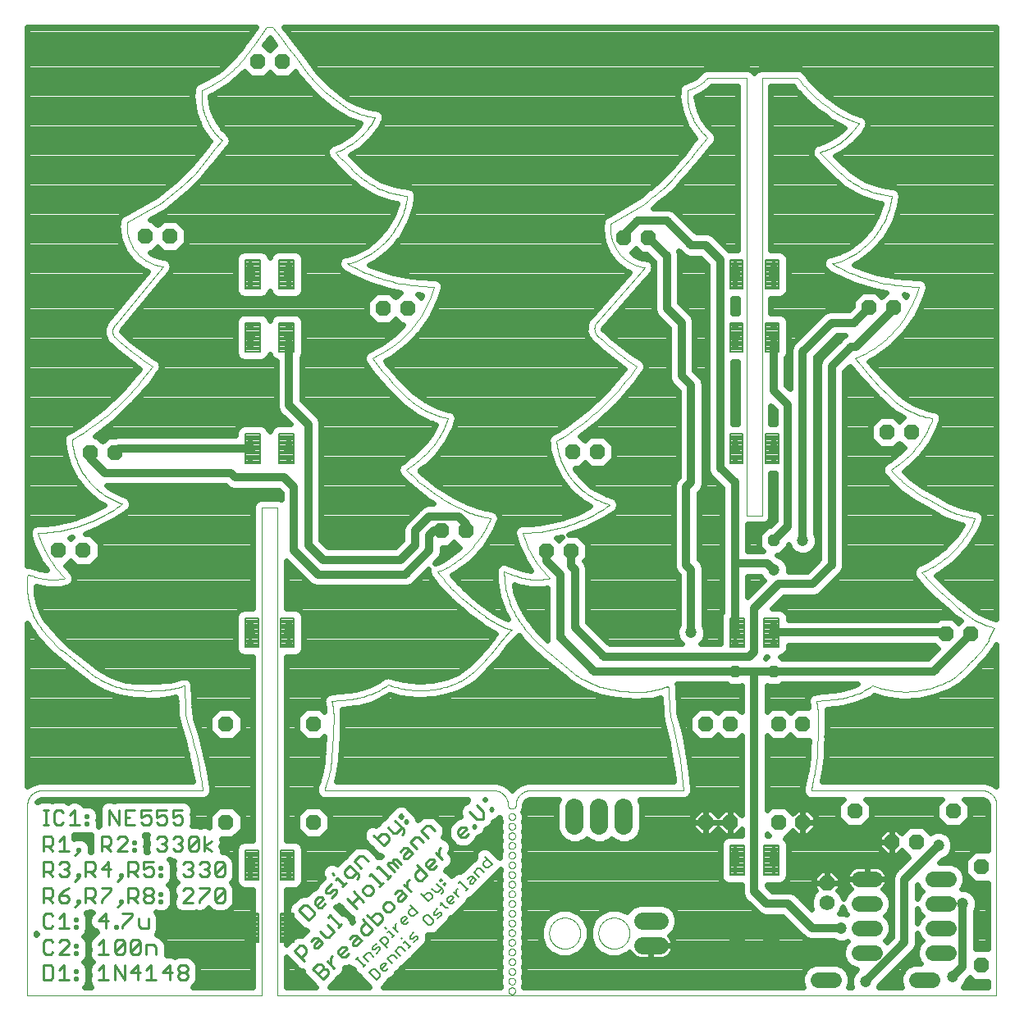
<source format=gtl>
G75*
%MOIN*%
%OFA0B0*%
%FSLAX25Y25*%
%IPPOS*%
%LPD*%
%AMOC8*
5,1,8,0,0,1.08239X$1,22.5*
%
%ADD10C,0.00000*%
%ADD11C,0.01100*%
%ADD12C,0.00800*%
%ADD13OC8,0.06200*%
%ADD14C,0.06200*%
%ADD15C,0.06200*%
%ADD16C,0.07000*%
%ADD17C,0.07331*%
%ADD18OC8,0.04134*%
%ADD19OC8,0.02578*%
%ADD20C,0.04724*%
%ADD21C,0.03200*%
%ADD22C,0.02400*%
%ADD23OC8,0.04724*%
D10*
X0255902Y0195547D02*
X0266138Y0187279D01*
X0240942Y0204995D02*
X0240367Y0204475D01*
X0239804Y0203943D01*
X0239253Y0203397D01*
X0238715Y0202840D01*
X0238189Y0202270D01*
X0237676Y0201689D01*
X0237176Y0201096D01*
X0236690Y0200492D01*
X0236218Y0199877D01*
X0238186Y0205783D02*
X0240942Y0204996D01*
X0242123Y0227043D02*
X0237792Y0228618D01*
X0237792Y0228224D01*
X0229918Y0210508D02*
X0230453Y0210083D01*
X0230998Y0209670D01*
X0231552Y0209271D01*
X0232116Y0208884D01*
X0232688Y0208511D01*
X0233269Y0208151D01*
X0233858Y0207806D01*
X0234455Y0207474D01*
X0235060Y0207156D01*
X0235672Y0206852D01*
X0236291Y0206563D01*
X0236917Y0206288D01*
X0237548Y0206028D01*
X0238186Y0205783D01*
X0256296Y0225862D02*
X0255902Y0226256D01*
X0237792Y0228224D02*
X0237807Y0227372D01*
X0237842Y0226521D01*
X0237898Y0225670D01*
X0237975Y0224822D01*
X0238072Y0223975D01*
X0238189Y0223131D01*
X0238327Y0222290D01*
X0238485Y0221452D01*
X0238663Y0220619D01*
X0238861Y0219790D01*
X0239079Y0218966D01*
X0239316Y0218148D01*
X0239574Y0217336D01*
X0239851Y0216530D01*
X0240147Y0215731D01*
X0240462Y0214939D01*
X0240797Y0214155D01*
X0241150Y0213380D01*
X0241522Y0212613D01*
X0241912Y0211855D01*
X0242320Y0211107D01*
X0242747Y0210370D01*
X0243191Y0209642D01*
X0243652Y0208926D01*
X0244130Y0208220D01*
X0244626Y0207527D01*
X0245137Y0206846D01*
X0245666Y0206177D01*
X0245272Y0244366D02*
X0248028Y0244366D01*
X0242123Y0227044D02*
X0242685Y0226829D01*
X0243251Y0226628D01*
X0243823Y0226442D01*
X0244399Y0226269D01*
X0244978Y0226110D01*
X0245562Y0225966D01*
X0246149Y0225836D01*
X0246739Y0225720D01*
X0247332Y0225619D01*
X0247927Y0225533D01*
X0248524Y0225461D01*
X0249122Y0225404D01*
X0249722Y0225361D01*
X0250322Y0225333D01*
X0250923Y0225320D01*
X0251524Y0225322D01*
X0252125Y0225338D01*
X0252726Y0225369D01*
X0253325Y0225415D01*
X0253923Y0225475D01*
X0254520Y0225550D01*
X0255114Y0225640D01*
X0255707Y0225744D01*
X0256296Y0225862D01*
X0232280Y0250272D02*
X0228737Y0251059D01*
X0212989Y0229406D02*
X0210627Y0228618D01*
X0218500Y0183342D02*
X0217650Y0182992D01*
X0216792Y0182662D01*
X0215926Y0182354D01*
X0215053Y0182066D01*
X0214173Y0181800D01*
X0213287Y0181556D01*
X0212395Y0181333D01*
X0211498Y0181132D01*
X0210596Y0180952D01*
X0209691Y0180795D01*
X0208781Y0180660D01*
X0207869Y0180547D01*
X0206954Y0180456D01*
X0206037Y0180388D01*
X0205119Y0180341D01*
X0204200Y0180318D01*
X0203281Y0180316D01*
X0202362Y0180337D01*
X0201444Y0180380D01*
X0200527Y0180446D01*
X0199611Y0180534D01*
X0198699Y0180644D01*
X0197789Y0180776D01*
X0196883Y0180931D01*
X0195981Y0181107D01*
X0195083Y0181306D01*
X0194190Y0181526D01*
X0193303Y0181767D01*
X0193304Y0181768D02*
X0190548Y0182555D01*
X0175194Y0176650D02*
X0167713Y0175862D01*
X0167854Y0175304D01*
X0167983Y0174742D01*
X0168097Y0174177D01*
X0168199Y0173609D01*
X0168286Y0173039D01*
X0168360Y0172468D01*
X0168421Y0171894D01*
X0168467Y0171320D01*
X0168500Y0170744D01*
X0165745Y0142791D02*
X0165351Y0141610D01*
X0164957Y0139642D02*
X0233461Y0139642D01*
X0233613Y0139640D01*
X0233765Y0139634D01*
X0233917Y0139624D01*
X0234068Y0139611D01*
X0234219Y0139593D01*
X0234370Y0139572D01*
X0234520Y0139546D01*
X0234669Y0139517D01*
X0234818Y0139484D01*
X0234965Y0139447D01*
X0235112Y0139407D01*
X0235257Y0139362D01*
X0235401Y0139314D01*
X0235544Y0139262D01*
X0235686Y0139207D01*
X0235826Y0139148D01*
X0235965Y0139085D01*
X0236102Y0139019D01*
X0236237Y0138949D01*
X0236370Y0138876D01*
X0236501Y0138799D01*
X0236631Y0138719D01*
X0236758Y0138636D01*
X0236883Y0138550D01*
X0237006Y0138460D01*
X0237126Y0138367D01*
X0237244Y0138271D01*
X0237360Y0138172D01*
X0237473Y0138070D01*
X0237583Y0137966D01*
X0237691Y0137858D01*
X0237795Y0137748D01*
X0237897Y0137635D01*
X0237996Y0137519D01*
X0238092Y0137401D01*
X0238185Y0137281D01*
X0238275Y0137158D01*
X0238361Y0137033D01*
X0238444Y0136906D01*
X0238524Y0136776D01*
X0238601Y0136645D01*
X0238674Y0136512D01*
X0238744Y0136377D01*
X0238810Y0136240D01*
X0238873Y0136101D01*
X0238932Y0135961D01*
X0238987Y0135819D01*
X0239039Y0135676D01*
X0239087Y0135532D01*
X0239132Y0135387D01*
X0239172Y0135240D01*
X0239209Y0135093D01*
X0239242Y0134944D01*
X0239271Y0134795D01*
X0239297Y0134645D01*
X0239318Y0134494D01*
X0239336Y0134343D01*
X0239349Y0134192D01*
X0239359Y0134040D01*
X0239365Y0133888D01*
X0239367Y0133736D01*
X0240942Y0132161D02*
X0241019Y0132163D01*
X0241096Y0132169D01*
X0241173Y0132178D01*
X0241249Y0132191D01*
X0241325Y0132208D01*
X0241399Y0132229D01*
X0241473Y0132253D01*
X0241545Y0132281D01*
X0241615Y0132312D01*
X0241684Y0132347D01*
X0241752Y0132385D01*
X0241817Y0132426D01*
X0241880Y0132471D01*
X0241941Y0132519D01*
X0242000Y0132569D01*
X0242056Y0132622D01*
X0242109Y0132678D01*
X0242159Y0132737D01*
X0242207Y0132798D01*
X0242252Y0132861D01*
X0242293Y0132926D01*
X0242331Y0132994D01*
X0242366Y0133063D01*
X0242397Y0133133D01*
X0242425Y0133205D01*
X0242449Y0133279D01*
X0242470Y0133353D01*
X0242487Y0133429D01*
X0242500Y0133505D01*
X0242509Y0133582D01*
X0242515Y0133659D01*
X0242517Y0133736D01*
X0240942Y0132161D02*
X0240865Y0132163D01*
X0240788Y0132169D01*
X0240711Y0132178D01*
X0240635Y0132191D01*
X0240559Y0132208D01*
X0240485Y0132229D01*
X0240411Y0132253D01*
X0240339Y0132281D01*
X0240269Y0132312D01*
X0240200Y0132347D01*
X0240132Y0132385D01*
X0240067Y0132426D01*
X0240004Y0132471D01*
X0239943Y0132519D01*
X0239884Y0132569D01*
X0239828Y0132622D01*
X0239775Y0132678D01*
X0239725Y0132737D01*
X0239677Y0132798D01*
X0239632Y0132861D01*
X0239591Y0132926D01*
X0239553Y0132994D01*
X0239518Y0133063D01*
X0239487Y0133133D01*
X0239459Y0133205D01*
X0239435Y0133279D01*
X0239414Y0133353D01*
X0239397Y0133429D01*
X0239384Y0133505D01*
X0239375Y0133582D01*
X0239369Y0133659D01*
X0239367Y0133736D01*
X0239564Y0129012D02*
X0239566Y0129086D01*
X0239572Y0129160D01*
X0239582Y0129233D01*
X0239596Y0129306D01*
X0239613Y0129378D01*
X0239635Y0129448D01*
X0239660Y0129518D01*
X0239689Y0129586D01*
X0239722Y0129652D01*
X0239758Y0129717D01*
X0239798Y0129779D01*
X0239840Y0129840D01*
X0239886Y0129898D01*
X0239935Y0129953D01*
X0239987Y0130006D01*
X0240042Y0130056D01*
X0240099Y0130102D01*
X0240159Y0130146D01*
X0240221Y0130186D01*
X0240285Y0130223D01*
X0240351Y0130257D01*
X0240419Y0130287D01*
X0240488Y0130313D01*
X0240559Y0130336D01*
X0240630Y0130354D01*
X0240703Y0130369D01*
X0240776Y0130380D01*
X0240850Y0130387D01*
X0240924Y0130390D01*
X0240997Y0130389D01*
X0241071Y0130384D01*
X0241145Y0130375D01*
X0241218Y0130362D01*
X0241290Y0130345D01*
X0241361Y0130325D01*
X0241431Y0130300D01*
X0241499Y0130272D01*
X0241566Y0130241D01*
X0241631Y0130205D01*
X0241694Y0130167D01*
X0241755Y0130125D01*
X0241814Y0130079D01*
X0241870Y0130031D01*
X0241923Y0129980D01*
X0241973Y0129926D01*
X0242021Y0129869D01*
X0242065Y0129810D01*
X0242107Y0129748D01*
X0242145Y0129685D01*
X0242179Y0129619D01*
X0242210Y0129552D01*
X0242237Y0129483D01*
X0242260Y0129413D01*
X0242280Y0129342D01*
X0242296Y0129269D01*
X0242308Y0129196D01*
X0242316Y0129123D01*
X0242320Y0129049D01*
X0242320Y0128975D01*
X0242316Y0128901D01*
X0242308Y0128828D01*
X0242296Y0128755D01*
X0242280Y0128682D01*
X0242260Y0128611D01*
X0242237Y0128541D01*
X0242210Y0128472D01*
X0242179Y0128405D01*
X0242145Y0128339D01*
X0242107Y0128276D01*
X0242065Y0128214D01*
X0242021Y0128155D01*
X0241973Y0128098D01*
X0241923Y0128044D01*
X0241870Y0127993D01*
X0241814Y0127945D01*
X0241755Y0127899D01*
X0241694Y0127857D01*
X0241631Y0127819D01*
X0241566Y0127783D01*
X0241499Y0127752D01*
X0241431Y0127724D01*
X0241361Y0127699D01*
X0241290Y0127679D01*
X0241218Y0127662D01*
X0241145Y0127649D01*
X0241071Y0127640D01*
X0240997Y0127635D01*
X0240924Y0127634D01*
X0240850Y0127637D01*
X0240776Y0127644D01*
X0240703Y0127655D01*
X0240630Y0127670D01*
X0240559Y0127688D01*
X0240488Y0127711D01*
X0240419Y0127737D01*
X0240351Y0127767D01*
X0240285Y0127801D01*
X0240221Y0127838D01*
X0240159Y0127878D01*
X0240099Y0127922D01*
X0240042Y0127968D01*
X0239987Y0128018D01*
X0239935Y0128071D01*
X0239886Y0128126D01*
X0239840Y0128184D01*
X0239798Y0128245D01*
X0239758Y0128307D01*
X0239722Y0128372D01*
X0239689Y0128438D01*
X0239660Y0128506D01*
X0239635Y0128576D01*
X0239613Y0128646D01*
X0239596Y0128718D01*
X0239582Y0128791D01*
X0239572Y0128864D01*
X0239566Y0128938D01*
X0239564Y0129012D01*
X0239564Y0125075D02*
X0239566Y0125149D01*
X0239572Y0125223D01*
X0239582Y0125296D01*
X0239596Y0125369D01*
X0239613Y0125441D01*
X0239635Y0125511D01*
X0239660Y0125581D01*
X0239689Y0125649D01*
X0239722Y0125715D01*
X0239758Y0125780D01*
X0239798Y0125842D01*
X0239840Y0125903D01*
X0239886Y0125961D01*
X0239935Y0126016D01*
X0239987Y0126069D01*
X0240042Y0126119D01*
X0240099Y0126165D01*
X0240159Y0126209D01*
X0240221Y0126249D01*
X0240285Y0126286D01*
X0240351Y0126320D01*
X0240419Y0126350D01*
X0240488Y0126376D01*
X0240559Y0126399D01*
X0240630Y0126417D01*
X0240703Y0126432D01*
X0240776Y0126443D01*
X0240850Y0126450D01*
X0240924Y0126453D01*
X0240997Y0126452D01*
X0241071Y0126447D01*
X0241145Y0126438D01*
X0241218Y0126425D01*
X0241290Y0126408D01*
X0241361Y0126388D01*
X0241431Y0126363D01*
X0241499Y0126335D01*
X0241566Y0126304D01*
X0241631Y0126268D01*
X0241694Y0126230D01*
X0241755Y0126188D01*
X0241814Y0126142D01*
X0241870Y0126094D01*
X0241923Y0126043D01*
X0241973Y0125989D01*
X0242021Y0125932D01*
X0242065Y0125873D01*
X0242107Y0125811D01*
X0242145Y0125748D01*
X0242179Y0125682D01*
X0242210Y0125615D01*
X0242237Y0125546D01*
X0242260Y0125476D01*
X0242280Y0125405D01*
X0242296Y0125332D01*
X0242308Y0125259D01*
X0242316Y0125186D01*
X0242320Y0125112D01*
X0242320Y0125038D01*
X0242316Y0124964D01*
X0242308Y0124891D01*
X0242296Y0124818D01*
X0242280Y0124745D01*
X0242260Y0124674D01*
X0242237Y0124604D01*
X0242210Y0124535D01*
X0242179Y0124468D01*
X0242145Y0124402D01*
X0242107Y0124339D01*
X0242065Y0124277D01*
X0242021Y0124218D01*
X0241973Y0124161D01*
X0241923Y0124107D01*
X0241870Y0124056D01*
X0241814Y0124008D01*
X0241755Y0123962D01*
X0241694Y0123920D01*
X0241631Y0123882D01*
X0241566Y0123846D01*
X0241499Y0123815D01*
X0241431Y0123787D01*
X0241361Y0123762D01*
X0241290Y0123742D01*
X0241218Y0123725D01*
X0241145Y0123712D01*
X0241071Y0123703D01*
X0240997Y0123698D01*
X0240924Y0123697D01*
X0240850Y0123700D01*
X0240776Y0123707D01*
X0240703Y0123718D01*
X0240630Y0123733D01*
X0240559Y0123751D01*
X0240488Y0123774D01*
X0240419Y0123800D01*
X0240351Y0123830D01*
X0240285Y0123864D01*
X0240221Y0123901D01*
X0240159Y0123941D01*
X0240099Y0123985D01*
X0240042Y0124031D01*
X0239987Y0124081D01*
X0239935Y0124134D01*
X0239886Y0124189D01*
X0239840Y0124247D01*
X0239798Y0124308D01*
X0239758Y0124370D01*
X0239722Y0124435D01*
X0239689Y0124501D01*
X0239660Y0124569D01*
X0239635Y0124639D01*
X0239613Y0124709D01*
X0239596Y0124781D01*
X0239582Y0124854D01*
X0239572Y0124927D01*
X0239566Y0125001D01*
X0239564Y0125075D01*
X0239564Y0121138D02*
X0239566Y0121212D01*
X0239572Y0121286D01*
X0239582Y0121359D01*
X0239596Y0121432D01*
X0239613Y0121504D01*
X0239635Y0121574D01*
X0239660Y0121644D01*
X0239689Y0121712D01*
X0239722Y0121778D01*
X0239758Y0121843D01*
X0239798Y0121905D01*
X0239840Y0121966D01*
X0239886Y0122024D01*
X0239935Y0122079D01*
X0239987Y0122132D01*
X0240042Y0122182D01*
X0240099Y0122228D01*
X0240159Y0122272D01*
X0240221Y0122312D01*
X0240285Y0122349D01*
X0240351Y0122383D01*
X0240419Y0122413D01*
X0240488Y0122439D01*
X0240559Y0122462D01*
X0240630Y0122480D01*
X0240703Y0122495D01*
X0240776Y0122506D01*
X0240850Y0122513D01*
X0240924Y0122516D01*
X0240997Y0122515D01*
X0241071Y0122510D01*
X0241145Y0122501D01*
X0241218Y0122488D01*
X0241290Y0122471D01*
X0241361Y0122451D01*
X0241431Y0122426D01*
X0241499Y0122398D01*
X0241566Y0122367D01*
X0241631Y0122331D01*
X0241694Y0122293D01*
X0241755Y0122251D01*
X0241814Y0122205D01*
X0241870Y0122157D01*
X0241923Y0122106D01*
X0241973Y0122052D01*
X0242021Y0121995D01*
X0242065Y0121936D01*
X0242107Y0121874D01*
X0242145Y0121811D01*
X0242179Y0121745D01*
X0242210Y0121678D01*
X0242237Y0121609D01*
X0242260Y0121539D01*
X0242280Y0121468D01*
X0242296Y0121395D01*
X0242308Y0121322D01*
X0242316Y0121249D01*
X0242320Y0121175D01*
X0242320Y0121101D01*
X0242316Y0121027D01*
X0242308Y0120954D01*
X0242296Y0120881D01*
X0242280Y0120808D01*
X0242260Y0120737D01*
X0242237Y0120667D01*
X0242210Y0120598D01*
X0242179Y0120531D01*
X0242145Y0120465D01*
X0242107Y0120402D01*
X0242065Y0120340D01*
X0242021Y0120281D01*
X0241973Y0120224D01*
X0241923Y0120170D01*
X0241870Y0120119D01*
X0241814Y0120071D01*
X0241755Y0120025D01*
X0241694Y0119983D01*
X0241631Y0119945D01*
X0241566Y0119909D01*
X0241499Y0119878D01*
X0241431Y0119850D01*
X0241361Y0119825D01*
X0241290Y0119805D01*
X0241218Y0119788D01*
X0241145Y0119775D01*
X0241071Y0119766D01*
X0240997Y0119761D01*
X0240924Y0119760D01*
X0240850Y0119763D01*
X0240776Y0119770D01*
X0240703Y0119781D01*
X0240630Y0119796D01*
X0240559Y0119814D01*
X0240488Y0119837D01*
X0240419Y0119863D01*
X0240351Y0119893D01*
X0240285Y0119927D01*
X0240221Y0119964D01*
X0240159Y0120004D01*
X0240099Y0120048D01*
X0240042Y0120094D01*
X0239987Y0120144D01*
X0239935Y0120197D01*
X0239886Y0120252D01*
X0239840Y0120310D01*
X0239798Y0120371D01*
X0239758Y0120433D01*
X0239722Y0120498D01*
X0239689Y0120564D01*
X0239660Y0120632D01*
X0239635Y0120702D01*
X0239613Y0120772D01*
X0239596Y0120844D01*
X0239582Y0120917D01*
X0239572Y0120990D01*
X0239566Y0121064D01*
X0239564Y0121138D01*
X0239564Y0117201D02*
X0239566Y0117275D01*
X0239572Y0117349D01*
X0239582Y0117422D01*
X0239596Y0117495D01*
X0239613Y0117567D01*
X0239635Y0117637D01*
X0239660Y0117707D01*
X0239689Y0117775D01*
X0239722Y0117841D01*
X0239758Y0117906D01*
X0239798Y0117968D01*
X0239840Y0118029D01*
X0239886Y0118087D01*
X0239935Y0118142D01*
X0239987Y0118195D01*
X0240042Y0118245D01*
X0240099Y0118291D01*
X0240159Y0118335D01*
X0240221Y0118375D01*
X0240285Y0118412D01*
X0240351Y0118446D01*
X0240419Y0118476D01*
X0240488Y0118502D01*
X0240559Y0118525D01*
X0240630Y0118543D01*
X0240703Y0118558D01*
X0240776Y0118569D01*
X0240850Y0118576D01*
X0240924Y0118579D01*
X0240997Y0118578D01*
X0241071Y0118573D01*
X0241145Y0118564D01*
X0241218Y0118551D01*
X0241290Y0118534D01*
X0241361Y0118514D01*
X0241431Y0118489D01*
X0241499Y0118461D01*
X0241566Y0118430D01*
X0241631Y0118394D01*
X0241694Y0118356D01*
X0241755Y0118314D01*
X0241814Y0118268D01*
X0241870Y0118220D01*
X0241923Y0118169D01*
X0241973Y0118115D01*
X0242021Y0118058D01*
X0242065Y0117999D01*
X0242107Y0117937D01*
X0242145Y0117874D01*
X0242179Y0117808D01*
X0242210Y0117741D01*
X0242237Y0117672D01*
X0242260Y0117602D01*
X0242280Y0117531D01*
X0242296Y0117458D01*
X0242308Y0117385D01*
X0242316Y0117312D01*
X0242320Y0117238D01*
X0242320Y0117164D01*
X0242316Y0117090D01*
X0242308Y0117017D01*
X0242296Y0116944D01*
X0242280Y0116871D01*
X0242260Y0116800D01*
X0242237Y0116730D01*
X0242210Y0116661D01*
X0242179Y0116594D01*
X0242145Y0116528D01*
X0242107Y0116465D01*
X0242065Y0116403D01*
X0242021Y0116344D01*
X0241973Y0116287D01*
X0241923Y0116233D01*
X0241870Y0116182D01*
X0241814Y0116134D01*
X0241755Y0116088D01*
X0241694Y0116046D01*
X0241631Y0116008D01*
X0241566Y0115972D01*
X0241499Y0115941D01*
X0241431Y0115913D01*
X0241361Y0115888D01*
X0241290Y0115868D01*
X0241218Y0115851D01*
X0241145Y0115838D01*
X0241071Y0115829D01*
X0240997Y0115824D01*
X0240924Y0115823D01*
X0240850Y0115826D01*
X0240776Y0115833D01*
X0240703Y0115844D01*
X0240630Y0115859D01*
X0240559Y0115877D01*
X0240488Y0115900D01*
X0240419Y0115926D01*
X0240351Y0115956D01*
X0240285Y0115990D01*
X0240221Y0116027D01*
X0240159Y0116067D01*
X0240099Y0116111D01*
X0240042Y0116157D01*
X0239987Y0116207D01*
X0239935Y0116260D01*
X0239886Y0116315D01*
X0239840Y0116373D01*
X0239798Y0116434D01*
X0239758Y0116496D01*
X0239722Y0116561D01*
X0239689Y0116627D01*
X0239660Y0116695D01*
X0239635Y0116765D01*
X0239613Y0116835D01*
X0239596Y0116907D01*
X0239582Y0116980D01*
X0239572Y0117053D01*
X0239566Y0117127D01*
X0239564Y0117201D01*
X0239564Y0113264D02*
X0239566Y0113338D01*
X0239572Y0113412D01*
X0239582Y0113485D01*
X0239596Y0113558D01*
X0239613Y0113630D01*
X0239635Y0113700D01*
X0239660Y0113770D01*
X0239689Y0113838D01*
X0239722Y0113904D01*
X0239758Y0113969D01*
X0239798Y0114031D01*
X0239840Y0114092D01*
X0239886Y0114150D01*
X0239935Y0114205D01*
X0239987Y0114258D01*
X0240042Y0114308D01*
X0240099Y0114354D01*
X0240159Y0114398D01*
X0240221Y0114438D01*
X0240285Y0114475D01*
X0240351Y0114509D01*
X0240419Y0114539D01*
X0240488Y0114565D01*
X0240559Y0114588D01*
X0240630Y0114606D01*
X0240703Y0114621D01*
X0240776Y0114632D01*
X0240850Y0114639D01*
X0240924Y0114642D01*
X0240997Y0114641D01*
X0241071Y0114636D01*
X0241145Y0114627D01*
X0241218Y0114614D01*
X0241290Y0114597D01*
X0241361Y0114577D01*
X0241431Y0114552D01*
X0241499Y0114524D01*
X0241566Y0114493D01*
X0241631Y0114457D01*
X0241694Y0114419D01*
X0241755Y0114377D01*
X0241814Y0114331D01*
X0241870Y0114283D01*
X0241923Y0114232D01*
X0241973Y0114178D01*
X0242021Y0114121D01*
X0242065Y0114062D01*
X0242107Y0114000D01*
X0242145Y0113937D01*
X0242179Y0113871D01*
X0242210Y0113804D01*
X0242237Y0113735D01*
X0242260Y0113665D01*
X0242280Y0113594D01*
X0242296Y0113521D01*
X0242308Y0113448D01*
X0242316Y0113375D01*
X0242320Y0113301D01*
X0242320Y0113227D01*
X0242316Y0113153D01*
X0242308Y0113080D01*
X0242296Y0113007D01*
X0242280Y0112934D01*
X0242260Y0112863D01*
X0242237Y0112793D01*
X0242210Y0112724D01*
X0242179Y0112657D01*
X0242145Y0112591D01*
X0242107Y0112528D01*
X0242065Y0112466D01*
X0242021Y0112407D01*
X0241973Y0112350D01*
X0241923Y0112296D01*
X0241870Y0112245D01*
X0241814Y0112197D01*
X0241755Y0112151D01*
X0241694Y0112109D01*
X0241631Y0112071D01*
X0241566Y0112035D01*
X0241499Y0112004D01*
X0241431Y0111976D01*
X0241361Y0111951D01*
X0241290Y0111931D01*
X0241218Y0111914D01*
X0241145Y0111901D01*
X0241071Y0111892D01*
X0240997Y0111887D01*
X0240924Y0111886D01*
X0240850Y0111889D01*
X0240776Y0111896D01*
X0240703Y0111907D01*
X0240630Y0111922D01*
X0240559Y0111940D01*
X0240488Y0111963D01*
X0240419Y0111989D01*
X0240351Y0112019D01*
X0240285Y0112053D01*
X0240221Y0112090D01*
X0240159Y0112130D01*
X0240099Y0112174D01*
X0240042Y0112220D01*
X0239987Y0112270D01*
X0239935Y0112323D01*
X0239886Y0112378D01*
X0239840Y0112436D01*
X0239798Y0112497D01*
X0239758Y0112559D01*
X0239722Y0112624D01*
X0239689Y0112690D01*
X0239660Y0112758D01*
X0239635Y0112828D01*
X0239613Y0112898D01*
X0239596Y0112970D01*
X0239582Y0113043D01*
X0239572Y0113116D01*
X0239566Y0113190D01*
X0239564Y0113264D01*
X0239564Y0109327D02*
X0239566Y0109401D01*
X0239572Y0109475D01*
X0239582Y0109548D01*
X0239596Y0109621D01*
X0239613Y0109693D01*
X0239635Y0109763D01*
X0239660Y0109833D01*
X0239689Y0109901D01*
X0239722Y0109967D01*
X0239758Y0110032D01*
X0239798Y0110094D01*
X0239840Y0110155D01*
X0239886Y0110213D01*
X0239935Y0110268D01*
X0239987Y0110321D01*
X0240042Y0110371D01*
X0240099Y0110417D01*
X0240159Y0110461D01*
X0240221Y0110501D01*
X0240285Y0110538D01*
X0240351Y0110572D01*
X0240419Y0110602D01*
X0240488Y0110628D01*
X0240559Y0110651D01*
X0240630Y0110669D01*
X0240703Y0110684D01*
X0240776Y0110695D01*
X0240850Y0110702D01*
X0240924Y0110705D01*
X0240997Y0110704D01*
X0241071Y0110699D01*
X0241145Y0110690D01*
X0241218Y0110677D01*
X0241290Y0110660D01*
X0241361Y0110640D01*
X0241431Y0110615D01*
X0241499Y0110587D01*
X0241566Y0110556D01*
X0241631Y0110520D01*
X0241694Y0110482D01*
X0241755Y0110440D01*
X0241814Y0110394D01*
X0241870Y0110346D01*
X0241923Y0110295D01*
X0241973Y0110241D01*
X0242021Y0110184D01*
X0242065Y0110125D01*
X0242107Y0110063D01*
X0242145Y0110000D01*
X0242179Y0109934D01*
X0242210Y0109867D01*
X0242237Y0109798D01*
X0242260Y0109728D01*
X0242280Y0109657D01*
X0242296Y0109584D01*
X0242308Y0109511D01*
X0242316Y0109438D01*
X0242320Y0109364D01*
X0242320Y0109290D01*
X0242316Y0109216D01*
X0242308Y0109143D01*
X0242296Y0109070D01*
X0242280Y0108997D01*
X0242260Y0108926D01*
X0242237Y0108856D01*
X0242210Y0108787D01*
X0242179Y0108720D01*
X0242145Y0108654D01*
X0242107Y0108591D01*
X0242065Y0108529D01*
X0242021Y0108470D01*
X0241973Y0108413D01*
X0241923Y0108359D01*
X0241870Y0108308D01*
X0241814Y0108260D01*
X0241755Y0108214D01*
X0241694Y0108172D01*
X0241631Y0108134D01*
X0241566Y0108098D01*
X0241499Y0108067D01*
X0241431Y0108039D01*
X0241361Y0108014D01*
X0241290Y0107994D01*
X0241218Y0107977D01*
X0241145Y0107964D01*
X0241071Y0107955D01*
X0240997Y0107950D01*
X0240924Y0107949D01*
X0240850Y0107952D01*
X0240776Y0107959D01*
X0240703Y0107970D01*
X0240630Y0107985D01*
X0240559Y0108003D01*
X0240488Y0108026D01*
X0240419Y0108052D01*
X0240351Y0108082D01*
X0240285Y0108116D01*
X0240221Y0108153D01*
X0240159Y0108193D01*
X0240099Y0108237D01*
X0240042Y0108283D01*
X0239987Y0108333D01*
X0239935Y0108386D01*
X0239886Y0108441D01*
X0239840Y0108499D01*
X0239798Y0108560D01*
X0239758Y0108622D01*
X0239722Y0108687D01*
X0239689Y0108753D01*
X0239660Y0108821D01*
X0239635Y0108891D01*
X0239613Y0108961D01*
X0239596Y0109033D01*
X0239582Y0109106D01*
X0239572Y0109179D01*
X0239566Y0109253D01*
X0239564Y0109327D01*
X0239564Y0105390D02*
X0239566Y0105464D01*
X0239572Y0105538D01*
X0239582Y0105611D01*
X0239596Y0105684D01*
X0239613Y0105756D01*
X0239635Y0105826D01*
X0239660Y0105896D01*
X0239689Y0105964D01*
X0239722Y0106030D01*
X0239758Y0106095D01*
X0239798Y0106157D01*
X0239840Y0106218D01*
X0239886Y0106276D01*
X0239935Y0106331D01*
X0239987Y0106384D01*
X0240042Y0106434D01*
X0240099Y0106480D01*
X0240159Y0106524D01*
X0240221Y0106564D01*
X0240285Y0106601D01*
X0240351Y0106635D01*
X0240419Y0106665D01*
X0240488Y0106691D01*
X0240559Y0106714D01*
X0240630Y0106732D01*
X0240703Y0106747D01*
X0240776Y0106758D01*
X0240850Y0106765D01*
X0240924Y0106768D01*
X0240997Y0106767D01*
X0241071Y0106762D01*
X0241145Y0106753D01*
X0241218Y0106740D01*
X0241290Y0106723D01*
X0241361Y0106703D01*
X0241431Y0106678D01*
X0241499Y0106650D01*
X0241566Y0106619D01*
X0241631Y0106583D01*
X0241694Y0106545D01*
X0241755Y0106503D01*
X0241814Y0106457D01*
X0241870Y0106409D01*
X0241923Y0106358D01*
X0241973Y0106304D01*
X0242021Y0106247D01*
X0242065Y0106188D01*
X0242107Y0106126D01*
X0242145Y0106063D01*
X0242179Y0105997D01*
X0242210Y0105930D01*
X0242237Y0105861D01*
X0242260Y0105791D01*
X0242280Y0105720D01*
X0242296Y0105647D01*
X0242308Y0105574D01*
X0242316Y0105501D01*
X0242320Y0105427D01*
X0242320Y0105353D01*
X0242316Y0105279D01*
X0242308Y0105206D01*
X0242296Y0105133D01*
X0242280Y0105060D01*
X0242260Y0104989D01*
X0242237Y0104919D01*
X0242210Y0104850D01*
X0242179Y0104783D01*
X0242145Y0104717D01*
X0242107Y0104654D01*
X0242065Y0104592D01*
X0242021Y0104533D01*
X0241973Y0104476D01*
X0241923Y0104422D01*
X0241870Y0104371D01*
X0241814Y0104323D01*
X0241755Y0104277D01*
X0241694Y0104235D01*
X0241631Y0104197D01*
X0241566Y0104161D01*
X0241499Y0104130D01*
X0241431Y0104102D01*
X0241361Y0104077D01*
X0241290Y0104057D01*
X0241218Y0104040D01*
X0241145Y0104027D01*
X0241071Y0104018D01*
X0240997Y0104013D01*
X0240924Y0104012D01*
X0240850Y0104015D01*
X0240776Y0104022D01*
X0240703Y0104033D01*
X0240630Y0104048D01*
X0240559Y0104066D01*
X0240488Y0104089D01*
X0240419Y0104115D01*
X0240351Y0104145D01*
X0240285Y0104179D01*
X0240221Y0104216D01*
X0240159Y0104256D01*
X0240099Y0104300D01*
X0240042Y0104346D01*
X0239987Y0104396D01*
X0239935Y0104449D01*
X0239886Y0104504D01*
X0239840Y0104562D01*
X0239798Y0104623D01*
X0239758Y0104685D01*
X0239722Y0104750D01*
X0239689Y0104816D01*
X0239660Y0104884D01*
X0239635Y0104954D01*
X0239613Y0105024D01*
X0239596Y0105096D01*
X0239582Y0105169D01*
X0239572Y0105242D01*
X0239566Y0105316D01*
X0239564Y0105390D01*
X0239564Y0101453D02*
X0239566Y0101527D01*
X0239572Y0101601D01*
X0239582Y0101674D01*
X0239596Y0101747D01*
X0239613Y0101819D01*
X0239635Y0101889D01*
X0239660Y0101959D01*
X0239689Y0102027D01*
X0239722Y0102093D01*
X0239758Y0102158D01*
X0239798Y0102220D01*
X0239840Y0102281D01*
X0239886Y0102339D01*
X0239935Y0102394D01*
X0239987Y0102447D01*
X0240042Y0102497D01*
X0240099Y0102543D01*
X0240159Y0102587D01*
X0240221Y0102627D01*
X0240285Y0102664D01*
X0240351Y0102698D01*
X0240419Y0102728D01*
X0240488Y0102754D01*
X0240559Y0102777D01*
X0240630Y0102795D01*
X0240703Y0102810D01*
X0240776Y0102821D01*
X0240850Y0102828D01*
X0240924Y0102831D01*
X0240997Y0102830D01*
X0241071Y0102825D01*
X0241145Y0102816D01*
X0241218Y0102803D01*
X0241290Y0102786D01*
X0241361Y0102766D01*
X0241431Y0102741D01*
X0241499Y0102713D01*
X0241566Y0102682D01*
X0241631Y0102646D01*
X0241694Y0102608D01*
X0241755Y0102566D01*
X0241814Y0102520D01*
X0241870Y0102472D01*
X0241923Y0102421D01*
X0241973Y0102367D01*
X0242021Y0102310D01*
X0242065Y0102251D01*
X0242107Y0102189D01*
X0242145Y0102126D01*
X0242179Y0102060D01*
X0242210Y0101993D01*
X0242237Y0101924D01*
X0242260Y0101854D01*
X0242280Y0101783D01*
X0242296Y0101710D01*
X0242308Y0101637D01*
X0242316Y0101564D01*
X0242320Y0101490D01*
X0242320Y0101416D01*
X0242316Y0101342D01*
X0242308Y0101269D01*
X0242296Y0101196D01*
X0242280Y0101123D01*
X0242260Y0101052D01*
X0242237Y0100982D01*
X0242210Y0100913D01*
X0242179Y0100846D01*
X0242145Y0100780D01*
X0242107Y0100717D01*
X0242065Y0100655D01*
X0242021Y0100596D01*
X0241973Y0100539D01*
X0241923Y0100485D01*
X0241870Y0100434D01*
X0241814Y0100386D01*
X0241755Y0100340D01*
X0241694Y0100298D01*
X0241631Y0100260D01*
X0241566Y0100224D01*
X0241499Y0100193D01*
X0241431Y0100165D01*
X0241361Y0100140D01*
X0241290Y0100120D01*
X0241218Y0100103D01*
X0241145Y0100090D01*
X0241071Y0100081D01*
X0240997Y0100076D01*
X0240924Y0100075D01*
X0240850Y0100078D01*
X0240776Y0100085D01*
X0240703Y0100096D01*
X0240630Y0100111D01*
X0240559Y0100129D01*
X0240488Y0100152D01*
X0240419Y0100178D01*
X0240351Y0100208D01*
X0240285Y0100242D01*
X0240221Y0100279D01*
X0240159Y0100319D01*
X0240099Y0100363D01*
X0240042Y0100409D01*
X0239987Y0100459D01*
X0239935Y0100512D01*
X0239886Y0100567D01*
X0239840Y0100625D01*
X0239798Y0100686D01*
X0239758Y0100748D01*
X0239722Y0100813D01*
X0239689Y0100879D01*
X0239660Y0100947D01*
X0239635Y0101017D01*
X0239613Y0101087D01*
X0239596Y0101159D01*
X0239582Y0101232D01*
X0239572Y0101305D01*
X0239566Y0101379D01*
X0239564Y0101453D01*
X0239564Y0097516D02*
X0239566Y0097590D01*
X0239572Y0097664D01*
X0239582Y0097737D01*
X0239596Y0097810D01*
X0239613Y0097882D01*
X0239635Y0097952D01*
X0239660Y0098022D01*
X0239689Y0098090D01*
X0239722Y0098156D01*
X0239758Y0098221D01*
X0239798Y0098283D01*
X0239840Y0098344D01*
X0239886Y0098402D01*
X0239935Y0098457D01*
X0239987Y0098510D01*
X0240042Y0098560D01*
X0240099Y0098606D01*
X0240159Y0098650D01*
X0240221Y0098690D01*
X0240285Y0098727D01*
X0240351Y0098761D01*
X0240419Y0098791D01*
X0240488Y0098817D01*
X0240559Y0098840D01*
X0240630Y0098858D01*
X0240703Y0098873D01*
X0240776Y0098884D01*
X0240850Y0098891D01*
X0240924Y0098894D01*
X0240997Y0098893D01*
X0241071Y0098888D01*
X0241145Y0098879D01*
X0241218Y0098866D01*
X0241290Y0098849D01*
X0241361Y0098829D01*
X0241431Y0098804D01*
X0241499Y0098776D01*
X0241566Y0098745D01*
X0241631Y0098709D01*
X0241694Y0098671D01*
X0241755Y0098629D01*
X0241814Y0098583D01*
X0241870Y0098535D01*
X0241923Y0098484D01*
X0241973Y0098430D01*
X0242021Y0098373D01*
X0242065Y0098314D01*
X0242107Y0098252D01*
X0242145Y0098189D01*
X0242179Y0098123D01*
X0242210Y0098056D01*
X0242237Y0097987D01*
X0242260Y0097917D01*
X0242280Y0097846D01*
X0242296Y0097773D01*
X0242308Y0097700D01*
X0242316Y0097627D01*
X0242320Y0097553D01*
X0242320Y0097479D01*
X0242316Y0097405D01*
X0242308Y0097332D01*
X0242296Y0097259D01*
X0242280Y0097186D01*
X0242260Y0097115D01*
X0242237Y0097045D01*
X0242210Y0096976D01*
X0242179Y0096909D01*
X0242145Y0096843D01*
X0242107Y0096780D01*
X0242065Y0096718D01*
X0242021Y0096659D01*
X0241973Y0096602D01*
X0241923Y0096548D01*
X0241870Y0096497D01*
X0241814Y0096449D01*
X0241755Y0096403D01*
X0241694Y0096361D01*
X0241631Y0096323D01*
X0241566Y0096287D01*
X0241499Y0096256D01*
X0241431Y0096228D01*
X0241361Y0096203D01*
X0241290Y0096183D01*
X0241218Y0096166D01*
X0241145Y0096153D01*
X0241071Y0096144D01*
X0240997Y0096139D01*
X0240924Y0096138D01*
X0240850Y0096141D01*
X0240776Y0096148D01*
X0240703Y0096159D01*
X0240630Y0096174D01*
X0240559Y0096192D01*
X0240488Y0096215D01*
X0240419Y0096241D01*
X0240351Y0096271D01*
X0240285Y0096305D01*
X0240221Y0096342D01*
X0240159Y0096382D01*
X0240099Y0096426D01*
X0240042Y0096472D01*
X0239987Y0096522D01*
X0239935Y0096575D01*
X0239886Y0096630D01*
X0239840Y0096688D01*
X0239798Y0096749D01*
X0239758Y0096811D01*
X0239722Y0096876D01*
X0239689Y0096942D01*
X0239660Y0097010D01*
X0239635Y0097080D01*
X0239613Y0097150D01*
X0239596Y0097222D01*
X0239582Y0097295D01*
X0239572Y0097368D01*
X0239566Y0097442D01*
X0239564Y0097516D01*
X0239564Y0093579D02*
X0239566Y0093653D01*
X0239572Y0093727D01*
X0239582Y0093800D01*
X0239596Y0093873D01*
X0239613Y0093945D01*
X0239635Y0094015D01*
X0239660Y0094085D01*
X0239689Y0094153D01*
X0239722Y0094219D01*
X0239758Y0094284D01*
X0239798Y0094346D01*
X0239840Y0094407D01*
X0239886Y0094465D01*
X0239935Y0094520D01*
X0239987Y0094573D01*
X0240042Y0094623D01*
X0240099Y0094669D01*
X0240159Y0094713D01*
X0240221Y0094753D01*
X0240285Y0094790D01*
X0240351Y0094824D01*
X0240419Y0094854D01*
X0240488Y0094880D01*
X0240559Y0094903D01*
X0240630Y0094921D01*
X0240703Y0094936D01*
X0240776Y0094947D01*
X0240850Y0094954D01*
X0240924Y0094957D01*
X0240997Y0094956D01*
X0241071Y0094951D01*
X0241145Y0094942D01*
X0241218Y0094929D01*
X0241290Y0094912D01*
X0241361Y0094892D01*
X0241431Y0094867D01*
X0241499Y0094839D01*
X0241566Y0094808D01*
X0241631Y0094772D01*
X0241694Y0094734D01*
X0241755Y0094692D01*
X0241814Y0094646D01*
X0241870Y0094598D01*
X0241923Y0094547D01*
X0241973Y0094493D01*
X0242021Y0094436D01*
X0242065Y0094377D01*
X0242107Y0094315D01*
X0242145Y0094252D01*
X0242179Y0094186D01*
X0242210Y0094119D01*
X0242237Y0094050D01*
X0242260Y0093980D01*
X0242280Y0093909D01*
X0242296Y0093836D01*
X0242308Y0093763D01*
X0242316Y0093690D01*
X0242320Y0093616D01*
X0242320Y0093542D01*
X0242316Y0093468D01*
X0242308Y0093395D01*
X0242296Y0093322D01*
X0242280Y0093249D01*
X0242260Y0093178D01*
X0242237Y0093108D01*
X0242210Y0093039D01*
X0242179Y0092972D01*
X0242145Y0092906D01*
X0242107Y0092843D01*
X0242065Y0092781D01*
X0242021Y0092722D01*
X0241973Y0092665D01*
X0241923Y0092611D01*
X0241870Y0092560D01*
X0241814Y0092512D01*
X0241755Y0092466D01*
X0241694Y0092424D01*
X0241631Y0092386D01*
X0241566Y0092350D01*
X0241499Y0092319D01*
X0241431Y0092291D01*
X0241361Y0092266D01*
X0241290Y0092246D01*
X0241218Y0092229D01*
X0241145Y0092216D01*
X0241071Y0092207D01*
X0240997Y0092202D01*
X0240924Y0092201D01*
X0240850Y0092204D01*
X0240776Y0092211D01*
X0240703Y0092222D01*
X0240630Y0092237D01*
X0240559Y0092255D01*
X0240488Y0092278D01*
X0240419Y0092304D01*
X0240351Y0092334D01*
X0240285Y0092368D01*
X0240221Y0092405D01*
X0240159Y0092445D01*
X0240099Y0092489D01*
X0240042Y0092535D01*
X0239987Y0092585D01*
X0239935Y0092638D01*
X0239886Y0092693D01*
X0239840Y0092751D01*
X0239798Y0092812D01*
X0239758Y0092874D01*
X0239722Y0092939D01*
X0239689Y0093005D01*
X0239660Y0093073D01*
X0239635Y0093143D01*
X0239613Y0093213D01*
X0239596Y0093285D01*
X0239582Y0093358D01*
X0239572Y0093431D01*
X0239566Y0093505D01*
X0239564Y0093579D01*
X0239564Y0089642D02*
X0239566Y0089716D01*
X0239572Y0089790D01*
X0239582Y0089863D01*
X0239596Y0089936D01*
X0239613Y0090008D01*
X0239635Y0090078D01*
X0239660Y0090148D01*
X0239689Y0090216D01*
X0239722Y0090282D01*
X0239758Y0090347D01*
X0239798Y0090409D01*
X0239840Y0090470D01*
X0239886Y0090528D01*
X0239935Y0090583D01*
X0239987Y0090636D01*
X0240042Y0090686D01*
X0240099Y0090732D01*
X0240159Y0090776D01*
X0240221Y0090816D01*
X0240285Y0090853D01*
X0240351Y0090887D01*
X0240419Y0090917D01*
X0240488Y0090943D01*
X0240559Y0090966D01*
X0240630Y0090984D01*
X0240703Y0090999D01*
X0240776Y0091010D01*
X0240850Y0091017D01*
X0240924Y0091020D01*
X0240997Y0091019D01*
X0241071Y0091014D01*
X0241145Y0091005D01*
X0241218Y0090992D01*
X0241290Y0090975D01*
X0241361Y0090955D01*
X0241431Y0090930D01*
X0241499Y0090902D01*
X0241566Y0090871D01*
X0241631Y0090835D01*
X0241694Y0090797D01*
X0241755Y0090755D01*
X0241814Y0090709D01*
X0241870Y0090661D01*
X0241923Y0090610D01*
X0241973Y0090556D01*
X0242021Y0090499D01*
X0242065Y0090440D01*
X0242107Y0090378D01*
X0242145Y0090315D01*
X0242179Y0090249D01*
X0242210Y0090182D01*
X0242237Y0090113D01*
X0242260Y0090043D01*
X0242280Y0089972D01*
X0242296Y0089899D01*
X0242308Y0089826D01*
X0242316Y0089753D01*
X0242320Y0089679D01*
X0242320Y0089605D01*
X0242316Y0089531D01*
X0242308Y0089458D01*
X0242296Y0089385D01*
X0242280Y0089312D01*
X0242260Y0089241D01*
X0242237Y0089171D01*
X0242210Y0089102D01*
X0242179Y0089035D01*
X0242145Y0088969D01*
X0242107Y0088906D01*
X0242065Y0088844D01*
X0242021Y0088785D01*
X0241973Y0088728D01*
X0241923Y0088674D01*
X0241870Y0088623D01*
X0241814Y0088575D01*
X0241755Y0088529D01*
X0241694Y0088487D01*
X0241631Y0088449D01*
X0241566Y0088413D01*
X0241499Y0088382D01*
X0241431Y0088354D01*
X0241361Y0088329D01*
X0241290Y0088309D01*
X0241218Y0088292D01*
X0241145Y0088279D01*
X0241071Y0088270D01*
X0240997Y0088265D01*
X0240924Y0088264D01*
X0240850Y0088267D01*
X0240776Y0088274D01*
X0240703Y0088285D01*
X0240630Y0088300D01*
X0240559Y0088318D01*
X0240488Y0088341D01*
X0240419Y0088367D01*
X0240351Y0088397D01*
X0240285Y0088431D01*
X0240221Y0088468D01*
X0240159Y0088508D01*
X0240099Y0088552D01*
X0240042Y0088598D01*
X0239987Y0088648D01*
X0239935Y0088701D01*
X0239886Y0088756D01*
X0239840Y0088814D01*
X0239798Y0088875D01*
X0239758Y0088937D01*
X0239722Y0089002D01*
X0239689Y0089068D01*
X0239660Y0089136D01*
X0239635Y0089206D01*
X0239613Y0089276D01*
X0239596Y0089348D01*
X0239582Y0089421D01*
X0239572Y0089494D01*
X0239566Y0089568D01*
X0239564Y0089642D01*
X0239564Y0085705D02*
X0239566Y0085779D01*
X0239572Y0085853D01*
X0239582Y0085926D01*
X0239596Y0085999D01*
X0239613Y0086071D01*
X0239635Y0086141D01*
X0239660Y0086211D01*
X0239689Y0086279D01*
X0239722Y0086345D01*
X0239758Y0086410D01*
X0239798Y0086472D01*
X0239840Y0086533D01*
X0239886Y0086591D01*
X0239935Y0086646D01*
X0239987Y0086699D01*
X0240042Y0086749D01*
X0240099Y0086795D01*
X0240159Y0086839D01*
X0240221Y0086879D01*
X0240285Y0086916D01*
X0240351Y0086950D01*
X0240419Y0086980D01*
X0240488Y0087006D01*
X0240559Y0087029D01*
X0240630Y0087047D01*
X0240703Y0087062D01*
X0240776Y0087073D01*
X0240850Y0087080D01*
X0240924Y0087083D01*
X0240997Y0087082D01*
X0241071Y0087077D01*
X0241145Y0087068D01*
X0241218Y0087055D01*
X0241290Y0087038D01*
X0241361Y0087018D01*
X0241431Y0086993D01*
X0241499Y0086965D01*
X0241566Y0086934D01*
X0241631Y0086898D01*
X0241694Y0086860D01*
X0241755Y0086818D01*
X0241814Y0086772D01*
X0241870Y0086724D01*
X0241923Y0086673D01*
X0241973Y0086619D01*
X0242021Y0086562D01*
X0242065Y0086503D01*
X0242107Y0086441D01*
X0242145Y0086378D01*
X0242179Y0086312D01*
X0242210Y0086245D01*
X0242237Y0086176D01*
X0242260Y0086106D01*
X0242280Y0086035D01*
X0242296Y0085962D01*
X0242308Y0085889D01*
X0242316Y0085816D01*
X0242320Y0085742D01*
X0242320Y0085668D01*
X0242316Y0085594D01*
X0242308Y0085521D01*
X0242296Y0085448D01*
X0242280Y0085375D01*
X0242260Y0085304D01*
X0242237Y0085234D01*
X0242210Y0085165D01*
X0242179Y0085098D01*
X0242145Y0085032D01*
X0242107Y0084969D01*
X0242065Y0084907D01*
X0242021Y0084848D01*
X0241973Y0084791D01*
X0241923Y0084737D01*
X0241870Y0084686D01*
X0241814Y0084638D01*
X0241755Y0084592D01*
X0241694Y0084550D01*
X0241631Y0084512D01*
X0241566Y0084476D01*
X0241499Y0084445D01*
X0241431Y0084417D01*
X0241361Y0084392D01*
X0241290Y0084372D01*
X0241218Y0084355D01*
X0241145Y0084342D01*
X0241071Y0084333D01*
X0240997Y0084328D01*
X0240924Y0084327D01*
X0240850Y0084330D01*
X0240776Y0084337D01*
X0240703Y0084348D01*
X0240630Y0084363D01*
X0240559Y0084381D01*
X0240488Y0084404D01*
X0240419Y0084430D01*
X0240351Y0084460D01*
X0240285Y0084494D01*
X0240221Y0084531D01*
X0240159Y0084571D01*
X0240099Y0084615D01*
X0240042Y0084661D01*
X0239987Y0084711D01*
X0239935Y0084764D01*
X0239886Y0084819D01*
X0239840Y0084877D01*
X0239798Y0084938D01*
X0239758Y0085000D01*
X0239722Y0085065D01*
X0239689Y0085131D01*
X0239660Y0085199D01*
X0239635Y0085269D01*
X0239613Y0085339D01*
X0239596Y0085411D01*
X0239582Y0085484D01*
X0239572Y0085557D01*
X0239566Y0085631D01*
X0239564Y0085705D01*
X0239564Y0081768D02*
X0239566Y0081842D01*
X0239572Y0081916D01*
X0239582Y0081989D01*
X0239596Y0082062D01*
X0239613Y0082134D01*
X0239635Y0082204D01*
X0239660Y0082274D01*
X0239689Y0082342D01*
X0239722Y0082408D01*
X0239758Y0082473D01*
X0239798Y0082535D01*
X0239840Y0082596D01*
X0239886Y0082654D01*
X0239935Y0082709D01*
X0239987Y0082762D01*
X0240042Y0082812D01*
X0240099Y0082858D01*
X0240159Y0082902D01*
X0240221Y0082942D01*
X0240285Y0082979D01*
X0240351Y0083013D01*
X0240419Y0083043D01*
X0240488Y0083069D01*
X0240559Y0083092D01*
X0240630Y0083110D01*
X0240703Y0083125D01*
X0240776Y0083136D01*
X0240850Y0083143D01*
X0240924Y0083146D01*
X0240997Y0083145D01*
X0241071Y0083140D01*
X0241145Y0083131D01*
X0241218Y0083118D01*
X0241290Y0083101D01*
X0241361Y0083081D01*
X0241431Y0083056D01*
X0241499Y0083028D01*
X0241566Y0082997D01*
X0241631Y0082961D01*
X0241694Y0082923D01*
X0241755Y0082881D01*
X0241814Y0082835D01*
X0241870Y0082787D01*
X0241923Y0082736D01*
X0241973Y0082682D01*
X0242021Y0082625D01*
X0242065Y0082566D01*
X0242107Y0082504D01*
X0242145Y0082441D01*
X0242179Y0082375D01*
X0242210Y0082308D01*
X0242237Y0082239D01*
X0242260Y0082169D01*
X0242280Y0082098D01*
X0242296Y0082025D01*
X0242308Y0081952D01*
X0242316Y0081879D01*
X0242320Y0081805D01*
X0242320Y0081731D01*
X0242316Y0081657D01*
X0242308Y0081584D01*
X0242296Y0081511D01*
X0242280Y0081438D01*
X0242260Y0081367D01*
X0242237Y0081297D01*
X0242210Y0081228D01*
X0242179Y0081161D01*
X0242145Y0081095D01*
X0242107Y0081032D01*
X0242065Y0080970D01*
X0242021Y0080911D01*
X0241973Y0080854D01*
X0241923Y0080800D01*
X0241870Y0080749D01*
X0241814Y0080701D01*
X0241755Y0080655D01*
X0241694Y0080613D01*
X0241631Y0080575D01*
X0241566Y0080539D01*
X0241499Y0080508D01*
X0241431Y0080480D01*
X0241361Y0080455D01*
X0241290Y0080435D01*
X0241218Y0080418D01*
X0241145Y0080405D01*
X0241071Y0080396D01*
X0240997Y0080391D01*
X0240924Y0080390D01*
X0240850Y0080393D01*
X0240776Y0080400D01*
X0240703Y0080411D01*
X0240630Y0080426D01*
X0240559Y0080444D01*
X0240488Y0080467D01*
X0240419Y0080493D01*
X0240351Y0080523D01*
X0240285Y0080557D01*
X0240221Y0080594D01*
X0240159Y0080634D01*
X0240099Y0080678D01*
X0240042Y0080724D01*
X0239987Y0080774D01*
X0239935Y0080827D01*
X0239886Y0080882D01*
X0239840Y0080940D01*
X0239798Y0081001D01*
X0239758Y0081063D01*
X0239722Y0081128D01*
X0239689Y0081194D01*
X0239660Y0081262D01*
X0239635Y0081332D01*
X0239613Y0081402D01*
X0239596Y0081474D01*
X0239582Y0081547D01*
X0239572Y0081620D01*
X0239566Y0081694D01*
X0239564Y0081768D01*
X0239564Y0077831D02*
X0239566Y0077905D01*
X0239572Y0077979D01*
X0239582Y0078052D01*
X0239596Y0078125D01*
X0239613Y0078197D01*
X0239635Y0078267D01*
X0239660Y0078337D01*
X0239689Y0078405D01*
X0239722Y0078471D01*
X0239758Y0078536D01*
X0239798Y0078598D01*
X0239840Y0078659D01*
X0239886Y0078717D01*
X0239935Y0078772D01*
X0239987Y0078825D01*
X0240042Y0078875D01*
X0240099Y0078921D01*
X0240159Y0078965D01*
X0240221Y0079005D01*
X0240285Y0079042D01*
X0240351Y0079076D01*
X0240419Y0079106D01*
X0240488Y0079132D01*
X0240559Y0079155D01*
X0240630Y0079173D01*
X0240703Y0079188D01*
X0240776Y0079199D01*
X0240850Y0079206D01*
X0240924Y0079209D01*
X0240997Y0079208D01*
X0241071Y0079203D01*
X0241145Y0079194D01*
X0241218Y0079181D01*
X0241290Y0079164D01*
X0241361Y0079144D01*
X0241431Y0079119D01*
X0241499Y0079091D01*
X0241566Y0079060D01*
X0241631Y0079024D01*
X0241694Y0078986D01*
X0241755Y0078944D01*
X0241814Y0078898D01*
X0241870Y0078850D01*
X0241923Y0078799D01*
X0241973Y0078745D01*
X0242021Y0078688D01*
X0242065Y0078629D01*
X0242107Y0078567D01*
X0242145Y0078504D01*
X0242179Y0078438D01*
X0242210Y0078371D01*
X0242237Y0078302D01*
X0242260Y0078232D01*
X0242280Y0078161D01*
X0242296Y0078088D01*
X0242308Y0078015D01*
X0242316Y0077942D01*
X0242320Y0077868D01*
X0242320Y0077794D01*
X0242316Y0077720D01*
X0242308Y0077647D01*
X0242296Y0077574D01*
X0242280Y0077501D01*
X0242260Y0077430D01*
X0242237Y0077360D01*
X0242210Y0077291D01*
X0242179Y0077224D01*
X0242145Y0077158D01*
X0242107Y0077095D01*
X0242065Y0077033D01*
X0242021Y0076974D01*
X0241973Y0076917D01*
X0241923Y0076863D01*
X0241870Y0076812D01*
X0241814Y0076764D01*
X0241755Y0076718D01*
X0241694Y0076676D01*
X0241631Y0076638D01*
X0241566Y0076602D01*
X0241499Y0076571D01*
X0241431Y0076543D01*
X0241361Y0076518D01*
X0241290Y0076498D01*
X0241218Y0076481D01*
X0241145Y0076468D01*
X0241071Y0076459D01*
X0240997Y0076454D01*
X0240924Y0076453D01*
X0240850Y0076456D01*
X0240776Y0076463D01*
X0240703Y0076474D01*
X0240630Y0076489D01*
X0240559Y0076507D01*
X0240488Y0076530D01*
X0240419Y0076556D01*
X0240351Y0076586D01*
X0240285Y0076620D01*
X0240221Y0076657D01*
X0240159Y0076697D01*
X0240099Y0076741D01*
X0240042Y0076787D01*
X0239987Y0076837D01*
X0239935Y0076890D01*
X0239886Y0076945D01*
X0239840Y0077003D01*
X0239798Y0077064D01*
X0239758Y0077126D01*
X0239722Y0077191D01*
X0239689Y0077257D01*
X0239660Y0077325D01*
X0239635Y0077395D01*
X0239613Y0077465D01*
X0239596Y0077537D01*
X0239582Y0077610D01*
X0239572Y0077683D01*
X0239566Y0077757D01*
X0239564Y0077831D01*
X0239564Y0073894D02*
X0239566Y0073968D01*
X0239572Y0074042D01*
X0239582Y0074115D01*
X0239596Y0074188D01*
X0239613Y0074260D01*
X0239635Y0074330D01*
X0239660Y0074400D01*
X0239689Y0074468D01*
X0239722Y0074534D01*
X0239758Y0074599D01*
X0239798Y0074661D01*
X0239840Y0074722D01*
X0239886Y0074780D01*
X0239935Y0074835D01*
X0239987Y0074888D01*
X0240042Y0074938D01*
X0240099Y0074984D01*
X0240159Y0075028D01*
X0240221Y0075068D01*
X0240285Y0075105D01*
X0240351Y0075139D01*
X0240419Y0075169D01*
X0240488Y0075195D01*
X0240559Y0075218D01*
X0240630Y0075236D01*
X0240703Y0075251D01*
X0240776Y0075262D01*
X0240850Y0075269D01*
X0240924Y0075272D01*
X0240997Y0075271D01*
X0241071Y0075266D01*
X0241145Y0075257D01*
X0241218Y0075244D01*
X0241290Y0075227D01*
X0241361Y0075207D01*
X0241431Y0075182D01*
X0241499Y0075154D01*
X0241566Y0075123D01*
X0241631Y0075087D01*
X0241694Y0075049D01*
X0241755Y0075007D01*
X0241814Y0074961D01*
X0241870Y0074913D01*
X0241923Y0074862D01*
X0241973Y0074808D01*
X0242021Y0074751D01*
X0242065Y0074692D01*
X0242107Y0074630D01*
X0242145Y0074567D01*
X0242179Y0074501D01*
X0242210Y0074434D01*
X0242237Y0074365D01*
X0242260Y0074295D01*
X0242280Y0074224D01*
X0242296Y0074151D01*
X0242308Y0074078D01*
X0242316Y0074005D01*
X0242320Y0073931D01*
X0242320Y0073857D01*
X0242316Y0073783D01*
X0242308Y0073710D01*
X0242296Y0073637D01*
X0242280Y0073564D01*
X0242260Y0073493D01*
X0242237Y0073423D01*
X0242210Y0073354D01*
X0242179Y0073287D01*
X0242145Y0073221D01*
X0242107Y0073158D01*
X0242065Y0073096D01*
X0242021Y0073037D01*
X0241973Y0072980D01*
X0241923Y0072926D01*
X0241870Y0072875D01*
X0241814Y0072827D01*
X0241755Y0072781D01*
X0241694Y0072739D01*
X0241631Y0072701D01*
X0241566Y0072665D01*
X0241499Y0072634D01*
X0241431Y0072606D01*
X0241361Y0072581D01*
X0241290Y0072561D01*
X0241218Y0072544D01*
X0241145Y0072531D01*
X0241071Y0072522D01*
X0240997Y0072517D01*
X0240924Y0072516D01*
X0240850Y0072519D01*
X0240776Y0072526D01*
X0240703Y0072537D01*
X0240630Y0072552D01*
X0240559Y0072570D01*
X0240488Y0072593D01*
X0240419Y0072619D01*
X0240351Y0072649D01*
X0240285Y0072683D01*
X0240221Y0072720D01*
X0240159Y0072760D01*
X0240099Y0072804D01*
X0240042Y0072850D01*
X0239987Y0072900D01*
X0239935Y0072953D01*
X0239886Y0073008D01*
X0239840Y0073066D01*
X0239798Y0073127D01*
X0239758Y0073189D01*
X0239722Y0073254D01*
X0239689Y0073320D01*
X0239660Y0073388D01*
X0239635Y0073458D01*
X0239613Y0073528D01*
X0239596Y0073600D01*
X0239582Y0073673D01*
X0239572Y0073746D01*
X0239566Y0073820D01*
X0239564Y0073894D01*
X0239564Y0069957D02*
X0239566Y0070031D01*
X0239572Y0070105D01*
X0239582Y0070178D01*
X0239596Y0070251D01*
X0239613Y0070323D01*
X0239635Y0070393D01*
X0239660Y0070463D01*
X0239689Y0070531D01*
X0239722Y0070597D01*
X0239758Y0070662D01*
X0239798Y0070724D01*
X0239840Y0070785D01*
X0239886Y0070843D01*
X0239935Y0070898D01*
X0239987Y0070951D01*
X0240042Y0071001D01*
X0240099Y0071047D01*
X0240159Y0071091D01*
X0240221Y0071131D01*
X0240285Y0071168D01*
X0240351Y0071202D01*
X0240419Y0071232D01*
X0240488Y0071258D01*
X0240559Y0071281D01*
X0240630Y0071299D01*
X0240703Y0071314D01*
X0240776Y0071325D01*
X0240850Y0071332D01*
X0240924Y0071335D01*
X0240997Y0071334D01*
X0241071Y0071329D01*
X0241145Y0071320D01*
X0241218Y0071307D01*
X0241290Y0071290D01*
X0241361Y0071270D01*
X0241431Y0071245D01*
X0241499Y0071217D01*
X0241566Y0071186D01*
X0241631Y0071150D01*
X0241694Y0071112D01*
X0241755Y0071070D01*
X0241814Y0071024D01*
X0241870Y0070976D01*
X0241923Y0070925D01*
X0241973Y0070871D01*
X0242021Y0070814D01*
X0242065Y0070755D01*
X0242107Y0070693D01*
X0242145Y0070630D01*
X0242179Y0070564D01*
X0242210Y0070497D01*
X0242237Y0070428D01*
X0242260Y0070358D01*
X0242280Y0070287D01*
X0242296Y0070214D01*
X0242308Y0070141D01*
X0242316Y0070068D01*
X0242320Y0069994D01*
X0242320Y0069920D01*
X0242316Y0069846D01*
X0242308Y0069773D01*
X0242296Y0069700D01*
X0242280Y0069627D01*
X0242260Y0069556D01*
X0242237Y0069486D01*
X0242210Y0069417D01*
X0242179Y0069350D01*
X0242145Y0069284D01*
X0242107Y0069221D01*
X0242065Y0069159D01*
X0242021Y0069100D01*
X0241973Y0069043D01*
X0241923Y0068989D01*
X0241870Y0068938D01*
X0241814Y0068890D01*
X0241755Y0068844D01*
X0241694Y0068802D01*
X0241631Y0068764D01*
X0241566Y0068728D01*
X0241499Y0068697D01*
X0241431Y0068669D01*
X0241361Y0068644D01*
X0241290Y0068624D01*
X0241218Y0068607D01*
X0241145Y0068594D01*
X0241071Y0068585D01*
X0240997Y0068580D01*
X0240924Y0068579D01*
X0240850Y0068582D01*
X0240776Y0068589D01*
X0240703Y0068600D01*
X0240630Y0068615D01*
X0240559Y0068633D01*
X0240488Y0068656D01*
X0240419Y0068682D01*
X0240351Y0068712D01*
X0240285Y0068746D01*
X0240221Y0068783D01*
X0240159Y0068823D01*
X0240099Y0068867D01*
X0240042Y0068913D01*
X0239987Y0068963D01*
X0239935Y0069016D01*
X0239886Y0069071D01*
X0239840Y0069129D01*
X0239798Y0069190D01*
X0239758Y0069252D01*
X0239722Y0069317D01*
X0239689Y0069383D01*
X0239660Y0069451D01*
X0239635Y0069521D01*
X0239613Y0069591D01*
X0239596Y0069663D01*
X0239582Y0069736D01*
X0239572Y0069809D01*
X0239566Y0069883D01*
X0239564Y0069957D01*
X0239564Y0066020D02*
X0239566Y0066094D01*
X0239572Y0066168D01*
X0239582Y0066241D01*
X0239596Y0066314D01*
X0239613Y0066386D01*
X0239635Y0066456D01*
X0239660Y0066526D01*
X0239689Y0066594D01*
X0239722Y0066660D01*
X0239758Y0066725D01*
X0239798Y0066787D01*
X0239840Y0066848D01*
X0239886Y0066906D01*
X0239935Y0066961D01*
X0239987Y0067014D01*
X0240042Y0067064D01*
X0240099Y0067110D01*
X0240159Y0067154D01*
X0240221Y0067194D01*
X0240285Y0067231D01*
X0240351Y0067265D01*
X0240419Y0067295D01*
X0240488Y0067321D01*
X0240559Y0067344D01*
X0240630Y0067362D01*
X0240703Y0067377D01*
X0240776Y0067388D01*
X0240850Y0067395D01*
X0240924Y0067398D01*
X0240997Y0067397D01*
X0241071Y0067392D01*
X0241145Y0067383D01*
X0241218Y0067370D01*
X0241290Y0067353D01*
X0241361Y0067333D01*
X0241431Y0067308D01*
X0241499Y0067280D01*
X0241566Y0067249D01*
X0241631Y0067213D01*
X0241694Y0067175D01*
X0241755Y0067133D01*
X0241814Y0067087D01*
X0241870Y0067039D01*
X0241923Y0066988D01*
X0241973Y0066934D01*
X0242021Y0066877D01*
X0242065Y0066818D01*
X0242107Y0066756D01*
X0242145Y0066693D01*
X0242179Y0066627D01*
X0242210Y0066560D01*
X0242237Y0066491D01*
X0242260Y0066421D01*
X0242280Y0066350D01*
X0242296Y0066277D01*
X0242308Y0066204D01*
X0242316Y0066131D01*
X0242320Y0066057D01*
X0242320Y0065983D01*
X0242316Y0065909D01*
X0242308Y0065836D01*
X0242296Y0065763D01*
X0242280Y0065690D01*
X0242260Y0065619D01*
X0242237Y0065549D01*
X0242210Y0065480D01*
X0242179Y0065413D01*
X0242145Y0065347D01*
X0242107Y0065284D01*
X0242065Y0065222D01*
X0242021Y0065163D01*
X0241973Y0065106D01*
X0241923Y0065052D01*
X0241870Y0065001D01*
X0241814Y0064953D01*
X0241755Y0064907D01*
X0241694Y0064865D01*
X0241631Y0064827D01*
X0241566Y0064791D01*
X0241499Y0064760D01*
X0241431Y0064732D01*
X0241361Y0064707D01*
X0241290Y0064687D01*
X0241218Y0064670D01*
X0241145Y0064657D01*
X0241071Y0064648D01*
X0240997Y0064643D01*
X0240924Y0064642D01*
X0240850Y0064645D01*
X0240776Y0064652D01*
X0240703Y0064663D01*
X0240630Y0064678D01*
X0240559Y0064696D01*
X0240488Y0064719D01*
X0240419Y0064745D01*
X0240351Y0064775D01*
X0240285Y0064809D01*
X0240221Y0064846D01*
X0240159Y0064886D01*
X0240099Y0064930D01*
X0240042Y0064976D01*
X0239987Y0065026D01*
X0239935Y0065079D01*
X0239886Y0065134D01*
X0239840Y0065192D01*
X0239798Y0065253D01*
X0239758Y0065315D01*
X0239722Y0065380D01*
X0239689Y0065446D01*
X0239660Y0065514D01*
X0239635Y0065584D01*
X0239613Y0065654D01*
X0239596Y0065726D01*
X0239582Y0065799D01*
X0239572Y0065872D01*
X0239566Y0065946D01*
X0239564Y0066020D01*
X0239564Y0062083D02*
X0239566Y0062157D01*
X0239572Y0062231D01*
X0239582Y0062304D01*
X0239596Y0062377D01*
X0239613Y0062449D01*
X0239635Y0062519D01*
X0239660Y0062589D01*
X0239689Y0062657D01*
X0239722Y0062723D01*
X0239758Y0062788D01*
X0239798Y0062850D01*
X0239840Y0062911D01*
X0239886Y0062969D01*
X0239935Y0063024D01*
X0239987Y0063077D01*
X0240042Y0063127D01*
X0240099Y0063173D01*
X0240159Y0063217D01*
X0240221Y0063257D01*
X0240285Y0063294D01*
X0240351Y0063328D01*
X0240419Y0063358D01*
X0240488Y0063384D01*
X0240559Y0063407D01*
X0240630Y0063425D01*
X0240703Y0063440D01*
X0240776Y0063451D01*
X0240850Y0063458D01*
X0240924Y0063461D01*
X0240997Y0063460D01*
X0241071Y0063455D01*
X0241145Y0063446D01*
X0241218Y0063433D01*
X0241290Y0063416D01*
X0241361Y0063396D01*
X0241431Y0063371D01*
X0241499Y0063343D01*
X0241566Y0063312D01*
X0241631Y0063276D01*
X0241694Y0063238D01*
X0241755Y0063196D01*
X0241814Y0063150D01*
X0241870Y0063102D01*
X0241923Y0063051D01*
X0241973Y0062997D01*
X0242021Y0062940D01*
X0242065Y0062881D01*
X0242107Y0062819D01*
X0242145Y0062756D01*
X0242179Y0062690D01*
X0242210Y0062623D01*
X0242237Y0062554D01*
X0242260Y0062484D01*
X0242280Y0062413D01*
X0242296Y0062340D01*
X0242308Y0062267D01*
X0242316Y0062194D01*
X0242320Y0062120D01*
X0242320Y0062046D01*
X0242316Y0061972D01*
X0242308Y0061899D01*
X0242296Y0061826D01*
X0242280Y0061753D01*
X0242260Y0061682D01*
X0242237Y0061612D01*
X0242210Y0061543D01*
X0242179Y0061476D01*
X0242145Y0061410D01*
X0242107Y0061347D01*
X0242065Y0061285D01*
X0242021Y0061226D01*
X0241973Y0061169D01*
X0241923Y0061115D01*
X0241870Y0061064D01*
X0241814Y0061016D01*
X0241755Y0060970D01*
X0241694Y0060928D01*
X0241631Y0060890D01*
X0241566Y0060854D01*
X0241499Y0060823D01*
X0241431Y0060795D01*
X0241361Y0060770D01*
X0241290Y0060750D01*
X0241218Y0060733D01*
X0241145Y0060720D01*
X0241071Y0060711D01*
X0240997Y0060706D01*
X0240924Y0060705D01*
X0240850Y0060708D01*
X0240776Y0060715D01*
X0240703Y0060726D01*
X0240630Y0060741D01*
X0240559Y0060759D01*
X0240488Y0060782D01*
X0240419Y0060808D01*
X0240351Y0060838D01*
X0240285Y0060872D01*
X0240221Y0060909D01*
X0240159Y0060949D01*
X0240099Y0060993D01*
X0240042Y0061039D01*
X0239987Y0061089D01*
X0239935Y0061142D01*
X0239886Y0061197D01*
X0239840Y0061255D01*
X0239798Y0061316D01*
X0239758Y0061378D01*
X0239722Y0061443D01*
X0239689Y0061509D01*
X0239660Y0061577D01*
X0239635Y0061647D01*
X0239613Y0061717D01*
X0239596Y0061789D01*
X0239582Y0061862D01*
X0239572Y0061935D01*
X0239566Y0062009D01*
X0239564Y0062083D01*
X0239564Y0058146D02*
X0239566Y0058220D01*
X0239572Y0058294D01*
X0239582Y0058367D01*
X0239596Y0058440D01*
X0239613Y0058512D01*
X0239635Y0058582D01*
X0239660Y0058652D01*
X0239689Y0058720D01*
X0239722Y0058786D01*
X0239758Y0058851D01*
X0239798Y0058913D01*
X0239840Y0058974D01*
X0239886Y0059032D01*
X0239935Y0059087D01*
X0239987Y0059140D01*
X0240042Y0059190D01*
X0240099Y0059236D01*
X0240159Y0059280D01*
X0240221Y0059320D01*
X0240285Y0059357D01*
X0240351Y0059391D01*
X0240419Y0059421D01*
X0240488Y0059447D01*
X0240559Y0059470D01*
X0240630Y0059488D01*
X0240703Y0059503D01*
X0240776Y0059514D01*
X0240850Y0059521D01*
X0240924Y0059524D01*
X0240997Y0059523D01*
X0241071Y0059518D01*
X0241145Y0059509D01*
X0241218Y0059496D01*
X0241290Y0059479D01*
X0241361Y0059459D01*
X0241431Y0059434D01*
X0241499Y0059406D01*
X0241566Y0059375D01*
X0241631Y0059339D01*
X0241694Y0059301D01*
X0241755Y0059259D01*
X0241814Y0059213D01*
X0241870Y0059165D01*
X0241923Y0059114D01*
X0241973Y0059060D01*
X0242021Y0059003D01*
X0242065Y0058944D01*
X0242107Y0058882D01*
X0242145Y0058819D01*
X0242179Y0058753D01*
X0242210Y0058686D01*
X0242237Y0058617D01*
X0242260Y0058547D01*
X0242280Y0058476D01*
X0242296Y0058403D01*
X0242308Y0058330D01*
X0242316Y0058257D01*
X0242320Y0058183D01*
X0242320Y0058109D01*
X0242316Y0058035D01*
X0242308Y0057962D01*
X0242296Y0057889D01*
X0242280Y0057816D01*
X0242260Y0057745D01*
X0242237Y0057675D01*
X0242210Y0057606D01*
X0242179Y0057539D01*
X0242145Y0057473D01*
X0242107Y0057410D01*
X0242065Y0057348D01*
X0242021Y0057289D01*
X0241973Y0057232D01*
X0241923Y0057178D01*
X0241870Y0057127D01*
X0241814Y0057079D01*
X0241755Y0057033D01*
X0241694Y0056991D01*
X0241631Y0056953D01*
X0241566Y0056917D01*
X0241499Y0056886D01*
X0241431Y0056858D01*
X0241361Y0056833D01*
X0241290Y0056813D01*
X0241218Y0056796D01*
X0241145Y0056783D01*
X0241071Y0056774D01*
X0240997Y0056769D01*
X0240924Y0056768D01*
X0240850Y0056771D01*
X0240776Y0056778D01*
X0240703Y0056789D01*
X0240630Y0056804D01*
X0240559Y0056822D01*
X0240488Y0056845D01*
X0240419Y0056871D01*
X0240351Y0056901D01*
X0240285Y0056935D01*
X0240221Y0056972D01*
X0240159Y0057012D01*
X0240099Y0057056D01*
X0240042Y0057102D01*
X0239987Y0057152D01*
X0239935Y0057205D01*
X0239886Y0057260D01*
X0239840Y0057318D01*
X0239798Y0057379D01*
X0239758Y0057441D01*
X0239722Y0057506D01*
X0239689Y0057572D01*
X0239660Y0057640D01*
X0239635Y0057710D01*
X0239613Y0057780D01*
X0239596Y0057852D01*
X0239582Y0057925D01*
X0239572Y0057998D01*
X0239566Y0058072D01*
X0239564Y0058146D01*
X0256099Y0081610D02*
X0256101Y0081768D01*
X0256107Y0081926D01*
X0256117Y0082084D01*
X0256131Y0082242D01*
X0256149Y0082399D01*
X0256170Y0082556D01*
X0256196Y0082712D01*
X0256226Y0082868D01*
X0256259Y0083023D01*
X0256297Y0083176D01*
X0256338Y0083329D01*
X0256383Y0083481D01*
X0256432Y0083632D01*
X0256485Y0083781D01*
X0256541Y0083929D01*
X0256601Y0084075D01*
X0256665Y0084220D01*
X0256733Y0084363D01*
X0256804Y0084505D01*
X0256878Y0084645D01*
X0256956Y0084782D01*
X0257038Y0084918D01*
X0257122Y0085052D01*
X0257211Y0085183D01*
X0257302Y0085312D01*
X0257397Y0085439D01*
X0257494Y0085564D01*
X0257595Y0085686D01*
X0257699Y0085805D01*
X0257806Y0085922D01*
X0257916Y0086036D01*
X0258029Y0086147D01*
X0258144Y0086256D01*
X0258262Y0086361D01*
X0258383Y0086463D01*
X0258506Y0086563D01*
X0258632Y0086659D01*
X0258760Y0086752D01*
X0258890Y0086842D01*
X0259023Y0086928D01*
X0259158Y0087012D01*
X0259294Y0087091D01*
X0259433Y0087168D01*
X0259574Y0087240D01*
X0259716Y0087310D01*
X0259860Y0087375D01*
X0260006Y0087437D01*
X0260153Y0087495D01*
X0260302Y0087550D01*
X0260452Y0087601D01*
X0260603Y0087648D01*
X0260755Y0087691D01*
X0260908Y0087730D01*
X0261063Y0087766D01*
X0261218Y0087797D01*
X0261374Y0087825D01*
X0261530Y0087849D01*
X0261687Y0087869D01*
X0261845Y0087885D01*
X0262002Y0087897D01*
X0262161Y0087905D01*
X0262319Y0087909D01*
X0262477Y0087909D01*
X0262635Y0087905D01*
X0262794Y0087897D01*
X0262951Y0087885D01*
X0263109Y0087869D01*
X0263266Y0087849D01*
X0263422Y0087825D01*
X0263578Y0087797D01*
X0263733Y0087766D01*
X0263888Y0087730D01*
X0264041Y0087691D01*
X0264193Y0087648D01*
X0264344Y0087601D01*
X0264494Y0087550D01*
X0264643Y0087495D01*
X0264790Y0087437D01*
X0264936Y0087375D01*
X0265080Y0087310D01*
X0265222Y0087240D01*
X0265363Y0087168D01*
X0265502Y0087091D01*
X0265638Y0087012D01*
X0265773Y0086928D01*
X0265906Y0086842D01*
X0266036Y0086752D01*
X0266164Y0086659D01*
X0266290Y0086563D01*
X0266413Y0086463D01*
X0266534Y0086361D01*
X0266652Y0086256D01*
X0266767Y0086147D01*
X0266880Y0086036D01*
X0266990Y0085922D01*
X0267097Y0085805D01*
X0267201Y0085686D01*
X0267302Y0085564D01*
X0267399Y0085439D01*
X0267494Y0085312D01*
X0267585Y0085183D01*
X0267674Y0085052D01*
X0267758Y0084918D01*
X0267840Y0084782D01*
X0267918Y0084645D01*
X0267992Y0084505D01*
X0268063Y0084363D01*
X0268131Y0084220D01*
X0268195Y0084075D01*
X0268255Y0083929D01*
X0268311Y0083781D01*
X0268364Y0083632D01*
X0268413Y0083481D01*
X0268458Y0083329D01*
X0268499Y0083176D01*
X0268537Y0083023D01*
X0268570Y0082868D01*
X0268600Y0082712D01*
X0268626Y0082556D01*
X0268647Y0082399D01*
X0268665Y0082242D01*
X0268679Y0082084D01*
X0268689Y0081926D01*
X0268695Y0081768D01*
X0268697Y0081610D01*
X0268695Y0081452D01*
X0268689Y0081294D01*
X0268679Y0081136D01*
X0268665Y0080978D01*
X0268647Y0080821D01*
X0268626Y0080664D01*
X0268600Y0080508D01*
X0268570Y0080352D01*
X0268537Y0080197D01*
X0268499Y0080044D01*
X0268458Y0079891D01*
X0268413Y0079739D01*
X0268364Y0079588D01*
X0268311Y0079439D01*
X0268255Y0079291D01*
X0268195Y0079145D01*
X0268131Y0079000D01*
X0268063Y0078857D01*
X0267992Y0078715D01*
X0267918Y0078575D01*
X0267840Y0078438D01*
X0267758Y0078302D01*
X0267674Y0078168D01*
X0267585Y0078037D01*
X0267494Y0077908D01*
X0267399Y0077781D01*
X0267302Y0077656D01*
X0267201Y0077534D01*
X0267097Y0077415D01*
X0266990Y0077298D01*
X0266880Y0077184D01*
X0266767Y0077073D01*
X0266652Y0076964D01*
X0266534Y0076859D01*
X0266413Y0076757D01*
X0266290Y0076657D01*
X0266164Y0076561D01*
X0266036Y0076468D01*
X0265906Y0076378D01*
X0265773Y0076292D01*
X0265638Y0076208D01*
X0265502Y0076129D01*
X0265363Y0076052D01*
X0265222Y0075980D01*
X0265080Y0075910D01*
X0264936Y0075845D01*
X0264790Y0075783D01*
X0264643Y0075725D01*
X0264494Y0075670D01*
X0264344Y0075619D01*
X0264193Y0075572D01*
X0264041Y0075529D01*
X0263888Y0075490D01*
X0263733Y0075454D01*
X0263578Y0075423D01*
X0263422Y0075395D01*
X0263266Y0075371D01*
X0263109Y0075351D01*
X0262951Y0075335D01*
X0262794Y0075323D01*
X0262635Y0075315D01*
X0262477Y0075311D01*
X0262319Y0075311D01*
X0262161Y0075315D01*
X0262002Y0075323D01*
X0261845Y0075335D01*
X0261687Y0075351D01*
X0261530Y0075371D01*
X0261374Y0075395D01*
X0261218Y0075423D01*
X0261063Y0075454D01*
X0260908Y0075490D01*
X0260755Y0075529D01*
X0260603Y0075572D01*
X0260452Y0075619D01*
X0260302Y0075670D01*
X0260153Y0075725D01*
X0260006Y0075783D01*
X0259860Y0075845D01*
X0259716Y0075910D01*
X0259574Y0075980D01*
X0259433Y0076052D01*
X0259294Y0076129D01*
X0259158Y0076208D01*
X0259023Y0076292D01*
X0258890Y0076378D01*
X0258760Y0076468D01*
X0258632Y0076561D01*
X0258506Y0076657D01*
X0258383Y0076757D01*
X0258262Y0076859D01*
X0258144Y0076964D01*
X0258029Y0077073D01*
X0257916Y0077184D01*
X0257806Y0077298D01*
X0257699Y0077415D01*
X0257595Y0077534D01*
X0257494Y0077656D01*
X0257397Y0077781D01*
X0257302Y0077908D01*
X0257211Y0078037D01*
X0257122Y0078168D01*
X0257038Y0078302D01*
X0256956Y0078438D01*
X0256878Y0078575D01*
X0256804Y0078715D01*
X0256733Y0078857D01*
X0256665Y0079000D01*
X0256601Y0079145D01*
X0256541Y0079291D01*
X0256485Y0079439D01*
X0256432Y0079588D01*
X0256383Y0079739D01*
X0256338Y0079891D01*
X0256297Y0080044D01*
X0256259Y0080197D01*
X0256226Y0080352D01*
X0256196Y0080508D01*
X0256170Y0080664D01*
X0256149Y0080821D01*
X0256131Y0080978D01*
X0256117Y0081136D01*
X0256107Y0081294D01*
X0256101Y0081452D01*
X0256099Y0081610D01*
X0276099Y0081610D02*
X0276101Y0081768D01*
X0276107Y0081926D01*
X0276117Y0082084D01*
X0276131Y0082242D01*
X0276149Y0082399D01*
X0276170Y0082556D01*
X0276196Y0082712D01*
X0276226Y0082868D01*
X0276259Y0083023D01*
X0276297Y0083176D01*
X0276338Y0083329D01*
X0276383Y0083481D01*
X0276432Y0083632D01*
X0276485Y0083781D01*
X0276541Y0083929D01*
X0276601Y0084075D01*
X0276665Y0084220D01*
X0276733Y0084363D01*
X0276804Y0084505D01*
X0276878Y0084645D01*
X0276956Y0084782D01*
X0277038Y0084918D01*
X0277122Y0085052D01*
X0277211Y0085183D01*
X0277302Y0085312D01*
X0277397Y0085439D01*
X0277494Y0085564D01*
X0277595Y0085686D01*
X0277699Y0085805D01*
X0277806Y0085922D01*
X0277916Y0086036D01*
X0278029Y0086147D01*
X0278144Y0086256D01*
X0278262Y0086361D01*
X0278383Y0086463D01*
X0278506Y0086563D01*
X0278632Y0086659D01*
X0278760Y0086752D01*
X0278890Y0086842D01*
X0279023Y0086928D01*
X0279158Y0087012D01*
X0279294Y0087091D01*
X0279433Y0087168D01*
X0279574Y0087240D01*
X0279716Y0087310D01*
X0279860Y0087375D01*
X0280006Y0087437D01*
X0280153Y0087495D01*
X0280302Y0087550D01*
X0280452Y0087601D01*
X0280603Y0087648D01*
X0280755Y0087691D01*
X0280908Y0087730D01*
X0281063Y0087766D01*
X0281218Y0087797D01*
X0281374Y0087825D01*
X0281530Y0087849D01*
X0281687Y0087869D01*
X0281845Y0087885D01*
X0282002Y0087897D01*
X0282161Y0087905D01*
X0282319Y0087909D01*
X0282477Y0087909D01*
X0282635Y0087905D01*
X0282794Y0087897D01*
X0282951Y0087885D01*
X0283109Y0087869D01*
X0283266Y0087849D01*
X0283422Y0087825D01*
X0283578Y0087797D01*
X0283733Y0087766D01*
X0283888Y0087730D01*
X0284041Y0087691D01*
X0284193Y0087648D01*
X0284344Y0087601D01*
X0284494Y0087550D01*
X0284643Y0087495D01*
X0284790Y0087437D01*
X0284936Y0087375D01*
X0285080Y0087310D01*
X0285222Y0087240D01*
X0285363Y0087168D01*
X0285502Y0087091D01*
X0285638Y0087012D01*
X0285773Y0086928D01*
X0285906Y0086842D01*
X0286036Y0086752D01*
X0286164Y0086659D01*
X0286290Y0086563D01*
X0286413Y0086463D01*
X0286534Y0086361D01*
X0286652Y0086256D01*
X0286767Y0086147D01*
X0286880Y0086036D01*
X0286990Y0085922D01*
X0287097Y0085805D01*
X0287201Y0085686D01*
X0287302Y0085564D01*
X0287399Y0085439D01*
X0287494Y0085312D01*
X0287585Y0085183D01*
X0287674Y0085052D01*
X0287758Y0084918D01*
X0287840Y0084782D01*
X0287918Y0084645D01*
X0287992Y0084505D01*
X0288063Y0084363D01*
X0288131Y0084220D01*
X0288195Y0084075D01*
X0288255Y0083929D01*
X0288311Y0083781D01*
X0288364Y0083632D01*
X0288413Y0083481D01*
X0288458Y0083329D01*
X0288499Y0083176D01*
X0288537Y0083023D01*
X0288570Y0082868D01*
X0288600Y0082712D01*
X0288626Y0082556D01*
X0288647Y0082399D01*
X0288665Y0082242D01*
X0288679Y0082084D01*
X0288689Y0081926D01*
X0288695Y0081768D01*
X0288697Y0081610D01*
X0288695Y0081452D01*
X0288689Y0081294D01*
X0288679Y0081136D01*
X0288665Y0080978D01*
X0288647Y0080821D01*
X0288626Y0080664D01*
X0288600Y0080508D01*
X0288570Y0080352D01*
X0288537Y0080197D01*
X0288499Y0080044D01*
X0288458Y0079891D01*
X0288413Y0079739D01*
X0288364Y0079588D01*
X0288311Y0079439D01*
X0288255Y0079291D01*
X0288195Y0079145D01*
X0288131Y0079000D01*
X0288063Y0078857D01*
X0287992Y0078715D01*
X0287918Y0078575D01*
X0287840Y0078438D01*
X0287758Y0078302D01*
X0287674Y0078168D01*
X0287585Y0078037D01*
X0287494Y0077908D01*
X0287399Y0077781D01*
X0287302Y0077656D01*
X0287201Y0077534D01*
X0287097Y0077415D01*
X0286990Y0077298D01*
X0286880Y0077184D01*
X0286767Y0077073D01*
X0286652Y0076964D01*
X0286534Y0076859D01*
X0286413Y0076757D01*
X0286290Y0076657D01*
X0286164Y0076561D01*
X0286036Y0076468D01*
X0285906Y0076378D01*
X0285773Y0076292D01*
X0285638Y0076208D01*
X0285502Y0076129D01*
X0285363Y0076052D01*
X0285222Y0075980D01*
X0285080Y0075910D01*
X0284936Y0075845D01*
X0284790Y0075783D01*
X0284643Y0075725D01*
X0284494Y0075670D01*
X0284344Y0075619D01*
X0284193Y0075572D01*
X0284041Y0075529D01*
X0283888Y0075490D01*
X0283733Y0075454D01*
X0283578Y0075423D01*
X0283422Y0075395D01*
X0283266Y0075371D01*
X0283109Y0075351D01*
X0282951Y0075335D01*
X0282794Y0075323D01*
X0282635Y0075315D01*
X0282477Y0075311D01*
X0282319Y0075311D01*
X0282161Y0075315D01*
X0282002Y0075323D01*
X0281845Y0075335D01*
X0281687Y0075351D01*
X0281530Y0075371D01*
X0281374Y0075395D01*
X0281218Y0075423D01*
X0281063Y0075454D01*
X0280908Y0075490D01*
X0280755Y0075529D01*
X0280603Y0075572D01*
X0280452Y0075619D01*
X0280302Y0075670D01*
X0280153Y0075725D01*
X0280006Y0075783D01*
X0279860Y0075845D01*
X0279716Y0075910D01*
X0279574Y0075980D01*
X0279433Y0076052D01*
X0279294Y0076129D01*
X0279158Y0076208D01*
X0279023Y0076292D01*
X0278890Y0076378D01*
X0278760Y0076468D01*
X0278632Y0076561D01*
X0278506Y0076657D01*
X0278383Y0076757D01*
X0278262Y0076859D01*
X0278144Y0076964D01*
X0278029Y0077073D01*
X0277916Y0077184D01*
X0277806Y0077298D01*
X0277699Y0077415D01*
X0277595Y0077534D01*
X0277494Y0077656D01*
X0277397Y0077781D01*
X0277302Y0077908D01*
X0277211Y0078037D01*
X0277122Y0078168D01*
X0277038Y0078302D01*
X0276956Y0078438D01*
X0276878Y0078575D01*
X0276804Y0078715D01*
X0276733Y0078857D01*
X0276665Y0079000D01*
X0276601Y0079145D01*
X0276541Y0079291D01*
X0276485Y0079439D01*
X0276432Y0079588D01*
X0276383Y0079739D01*
X0276338Y0079891D01*
X0276297Y0080044D01*
X0276259Y0080197D01*
X0276226Y0080352D01*
X0276196Y0080508D01*
X0276170Y0080664D01*
X0276149Y0080821D01*
X0276131Y0080978D01*
X0276117Y0081136D01*
X0276107Y0081294D01*
X0276101Y0081452D01*
X0276099Y0081610D01*
X0242516Y0133736D02*
X0242518Y0133888D01*
X0242524Y0134040D01*
X0242534Y0134192D01*
X0242547Y0134343D01*
X0242565Y0134494D01*
X0242586Y0134645D01*
X0242612Y0134795D01*
X0242641Y0134944D01*
X0242674Y0135093D01*
X0242711Y0135240D01*
X0242751Y0135387D01*
X0242796Y0135532D01*
X0242844Y0135676D01*
X0242896Y0135819D01*
X0242951Y0135961D01*
X0243010Y0136101D01*
X0243073Y0136240D01*
X0243139Y0136377D01*
X0243209Y0136512D01*
X0243282Y0136645D01*
X0243359Y0136776D01*
X0243439Y0136906D01*
X0243522Y0137033D01*
X0243608Y0137158D01*
X0243698Y0137281D01*
X0243791Y0137401D01*
X0243887Y0137519D01*
X0243986Y0137635D01*
X0244088Y0137748D01*
X0244192Y0137858D01*
X0244300Y0137966D01*
X0244410Y0138070D01*
X0244523Y0138172D01*
X0244639Y0138271D01*
X0244757Y0138367D01*
X0244877Y0138460D01*
X0245000Y0138550D01*
X0245125Y0138636D01*
X0245252Y0138719D01*
X0245382Y0138799D01*
X0245513Y0138876D01*
X0245646Y0138949D01*
X0245781Y0139019D01*
X0245918Y0139085D01*
X0246057Y0139148D01*
X0246197Y0139207D01*
X0246339Y0139262D01*
X0246482Y0139314D01*
X0246626Y0139362D01*
X0246771Y0139407D01*
X0246918Y0139447D01*
X0247065Y0139484D01*
X0247214Y0139517D01*
X0247363Y0139546D01*
X0247513Y0139572D01*
X0247664Y0139593D01*
X0247815Y0139611D01*
X0247966Y0139624D01*
X0248118Y0139634D01*
X0248270Y0139640D01*
X0248422Y0139642D01*
X0310627Y0139642D01*
X0363382Y0144366D02*
X0363653Y0145418D01*
X0363899Y0146476D01*
X0364120Y0147540D01*
X0364315Y0148609D01*
X0364484Y0149682D01*
X0364628Y0150759D01*
X0364746Y0151839D01*
X0364837Y0152921D01*
X0364903Y0154005D01*
X0364943Y0155091D01*
X0364957Y0156177D01*
X0363383Y0144366D02*
X0362989Y0141610D01*
X0362595Y0139642D02*
X0431886Y0139642D01*
X0432038Y0139640D01*
X0432190Y0139634D01*
X0432342Y0139624D01*
X0432493Y0139611D01*
X0432644Y0139593D01*
X0432795Y0139572D01*
X0432945Y0139546D01*
X0433094Y0139517D01*
X0433243Y0139484D01*
X0433390Y0139447D01*
X0433537Y0139407D01*
X0433682Y0139362D01*
X0433826Y0139314D01*
X0433969Y0139262D01*
X0434111Y0139207D01*
X0434251Y0139148D01*
X0434390Y0139085D01*
X0434527Y0139019D01*
X0434662Y0138949D01*
X0434795Y0138876D01*
X0434926Y0138799D01*
X0435056Y0138719D01*
X0435183Y0138636D01*
X0435308Y0138550D01*
X0435431Y0138460D01*
X0435551Y0138367D01*
X0435669Y0138271D01*
X0435785Y0138172D01*
X0435898Y0138070D01*
X0436008Y0137966D01*
X0436116Y0137858D01*
X0436220Y0137748D01*
X0436322Y0137635D01*
X0436421Y0137519D01*
X0436517Y0137401D01*
X0436610Y0137281D01*
X0436700Y0137158D01*
X0436786Y0137033D01*
X0436869Y0136906D01*
X0436949Y0136776D01*
X0437026Y0136645D01*
X0437099Y0136512D01*
X0437169Y0136377D01*
X0437235Y0136240D01*
X0437298Y0136101D01*
X0437357Y0135961D01*
X0437412Y0135819D01*
X0437464Y0135676D01*
X0437512Y0135532D01*
X0437557Y0135387D01*
X0437597Y0135240D01*
X0437634Y0135093D01*
X0437667Y0134944D01*
X0437696Y0134795D01*
X0437722Y0134645D01*
X0437743Y0134494D01*
X0437761Y0134343D01*
X0437774Y0134192D01*
X0437784Y0134040D01*
X0437790Y0133888D01*
X0437792Y0133736D01*
X0437792Y0056177D01*
X0145666Y0056177D01*
X0145666Y0254602D01*
X0139367Y0254602D01*
X0139367Y0056177D01*
X0044091Y0056177D01*
X0044091Y0133736D01*
X0044093Y0133888D01*
X0044099Y0134040D01*
X0044109Y0134192D01*
X0044122Y0134343D01*
X0044140Y0134494D01*
X0044161Y0134645D01*
X0044187Y0134795D01*
X0044216Y0134944D01*
X0044249Y0135093D01*
X0044286Y0135240D01*
X0044326Y0135387D01*
X0044371Y0135532D01*
X0044419Y0135676D01*
X0044471Y0135819D01*
X0044526Y0135961D01*
X0044585Y0136101D01*
X0044648Y0136240D01*
X0044714Y0136377D01*
X0044784Y0136512D01*
X0044857Y0136645D01*
X0044934Y0136776D01*
X0045014Y0136906D01*
X0045097Y0137033D01*
X0045183Y0137158D01*
X0045273Y0137281D01*
X0045366Y0137401D01*
X0045462Y0137519D01*
X0045561Y0137635D01*
X0045663Y0137748D01*
X0045767Y0137858D01*
X0045875Y0137966D01*
X0045985Y0138070D01*
X0046098Y0138172D01*
X0046214Y0138271D01*
X0046332Y0138367D01*
X0046452Y0138460D01*
X0046575Y0138550D01*
X0046700Y0138636D01*
X0046827Y0138719D01*
X0046957Y0138799D01*
X0047088Y0138876D01*
X0047221Y0138949D01*
X0047356Y0139019D01*
X0047493Y0139085D01*
X0047632Y0139148D01*
X0047772Y0139207D01*
X0047914Y0139262D01*
X0048057Y0139314D01*
X0048201Y0139362D01*
X0048346Y0139407D01*
X0048493Y0139447D01*
X0048640Y0139484D01*
X0048789Y0139517D01*
X0048938Y0139546D01*
X0049088Y0139572D01*
X0049239Y0139593D01*
X0049390Y0139611D01*
X0049541Y0139624D01*
X0049693Y0139634D01*
X0049845Y0139640D01*
X0049997Y0139642D01*
X0115351Y0139642D01*
X0165745Y0142791D02*
X0166035Y0143696D01*
X0166303Y0144608D01*
X0166549Y0145526D01*
X0166773Y0146450D01*
X0166975Y0147378D01*
X0167154Y0148312D01*
X0167311Y0149249D01*
X0167446Y0150190D01*
X0167558Y0151133D01*
X0167647Y0152079D01*
X0167714Y0153027D01*
X0165351Y0141610D02*
X0165295Y0141436D01*
X0165243Y0141260D01*
X0165195Y0141084D01*
X0165152Y0140906D01*
X0165112Y0140728D01*
X0165076Y0140548D01*
X0165044Y0140368D01*
X0165016Y0140187D01*
X0164993Y0140006D01*
X0164973Y0139824D01*
X0164958Y0139642D01*
X0305902Y0167594D02*
X0306701Y0164542D01*
X0307432Y0161473D01*
X0308095Y0158388D01*
X0308689Y0155290D01*
X0309215Y0152179D01*
X0309672Y0149057D01*
X0310060Y0145926D01*
X0310378Y0142787D01*
X0310626Y0139642D01*
X0305115Y0171925D02*
X0304721Y0180980D01*
X0304722Y0180980D02*
X0304740Y0181024D01*
X0304754Y0181070D01*
X0304765Y0181117D01*
X0304772Y0181165D01*
X0304775Y0181213D01*
X0304774Y0181261D01*
X0304769Y0181308D01*
X0304761Y0181356D01*
X0304748Y0181402D01*
X0304732Y0181447D01*
X0304713Y0181491D01*
X0304689Y0181533D01*
X0304663Y0181574D01*
X0304633Y0181611D01*
X0304601Y0181647D01*
X0304565Y0181679D01*
X0304528Y0181709D01*
X0304487Y0181735D01*
X0304445Y0181759D01*
X0304401Y0181778D01*
X0304356Y0181794D01*
X0304310Y0181807D01*
X0304262Y0181815D01*
X0304215Y0181820D01*
X0304167Y0181821D01*
X0304119Y0181818D01*
X0304071Y0181811D01*
X0304024Y0181800D01*
X0303978Y0181786D01*
X0303934Y0181768D01*
X0303934Y0181767D02*
X0303891Y0181781D01*
X0303848Y0181792D01*
X0303804Y0181799D01*
X0303759Y0181803D01*
X0303715Y0181803D01*
X0303670Y0181799D01*
X0303626Y0181792D01*
X0303583Y0181781D01*
X0303540Y0181767D01*
X0305115Y0171925D02*
X0305133Y0171557D01*
X0305160Y0171190D01*
X0305196Y0170824D01*
X0305240Y0170459D01*
X0305293Y0170094D01*
X0305355Y0169732D01*
X0305425Y0169370D01*
X0305504Y0169011D01*
X0305591Y0168653D01*
X0305686Y0168298D01*
X0305790Y0167945D01*
X0305902Y0167594D01*
X0364563Y0175862D02*
X0364704Y0175304D01*
X0364833Y0174742D01*
X0364947Y0174177D01*
X0365049Y0173609D01*
X0365136Y0173039D01*
X0365210Y0172468D01*
X0365271Y0171894D01*
X0365317Y0171320D01*
X0365350Y0170744D01*
X0364564Y0175862D02*
X0372044Y0176650D01*
X0387398Y0182161D02*
X0390154Y0181374D01*
X0414957Y0182555D02*
X0415537Y0182777D01*
X0416110Y0183013D01*
X0416678Y0183263D01*
X0417240Y0183527D01*
X0417795Y0183804D01*
X0418343Y0184095D01*
X0418883Y0184399D01*
X0419416Y0184717D01*
X0419942Y0185047D01*
X0420458Y0185390D01*
X0420967Y0185746D01*
X0421466Y0186114D01*
X0421957Y0186494D01*
X0422438Y0186886D01*
X0435430Y0206177D02*
X0437005Y0205783D01*
X0435430Y0206177D02*
X0434801Y0206366D01*
X0434176Y0206570D01*
X0433557Y0206789D01*
X0432942Y0207022D01*
X0432334Y0207269D01*
X0431731Y0207530D01*
X0431135Y0207806D01*
X0430545Y0208095D01*
X0429962Y0208398D01*
X0429386Y0208715D01*
X0428818Y0209045D01*
X0428258Y0209389D01*
X0427706Y0209745D01*
X0427163Y0210114D01*
X0409839Y0229406D02*
X0407477Y0228224D01*
X0414957Y0182555D02*
X0414116Y0182223D01*
X0413267Y0181911D01*
X0412411Y0181620D01*
X0411548Y0181351D01*
X0410679Y0181102D01*
X0409804Y0180874D01*
X0408923Y0180668D01*
X0408038Y0180483D01*
X0407149Y0180320D01*
X0406256Y0180179D01*
X0405360Y0180059D01*
X0404461Y0179961D01*
X0403560Y0179885D01*
X0402657Y0179831D01*
X0401754Y0179799D01*
X0400849Y0179789D01*
X0399945Y0179801D01*
X0399042Y0179835D01*
X0398139Y0179891D01*
X0397238Y0179969D01*
X0396340Y0180069D01*
X0395444Y0180190D01*
X0394551Y0180334D01*
X0393662Y0180499D01*
X0392777Y0180686D01*
X0391897Y0180894D01*
X0391023Y0181123D01*
X0390154Y0181374D01*
X0387398Y0182162D02*
X0386745Y0181725D01*
X0386081Y0181305D01*
X0385408Y0180901D01*
X0384725Y0180514D01*
X0384032Y0180143D01*
X0383331Y0179790D01*
X0382621Y0179454D01*
X0381903Y0179135D01*
X0381178Y0178834D01*
X0380445Y0178551D01*
X0379706Y0178285D01*
X0378960Y0178038D01*
X0378209Y0177809D01*
X0377452Y0177598D01*
X0376691Y0177407D01*
X0375925Y0177233D01*
X0375155Y0177079D01*
X0374381Y0176943D01*
X0373604Y0176826D01*
X0372825Y0176728D01*
X0372044Y0176650D01*
X0362989Y0141610D02*
X0362933Y0141436D01*
X0362881Y0141260D01*
X0362833Y0141084D01*
X0362790Y0140906D01*
X0362750Y0140728D01*
X0362714Y0140548D01*
X0362682Y0140368D01*
X0362654Y0140187D01*
X0362631Y0140006D01*
X0362611Y0139824D01*
X0362596Y0139642D01*
X0303540Y0181768D02*
X0302875Y0181519D01*
X0302204Y0181285D01*
X0301528Y0181067D01*
X0300847Y0180863D01*
X0300162Y0180675D01*
X0299473Y0180503D01*
X0298780Y0180346D01*
X0298084Y0180205D01*
X0297384Y0180080D01*
X0296683Y0179970D01*
X0295978Y0179877D01*
X0295272Y0179799D01*
X0279918Y0180980D02*
X0279131Y0181148D01*
X0278349Y0181336D01*
X0277571Y0181542D01*
X0276799Y0181767D01*
X0276032Y0182010D01*
X0275271Y0182272D01*
X0274517Y0182553D01*
X0273770Y0182852D01*
X0273031Y0183168D01*
X0272299Y0183503D01*
X0271576Y0183855D01*
X0270861Y0184224D01*
X0270156Y0184611D01*
X0269460Y0185015D01*
X0268774Y0185435D01*
X0268099Y0185872D01*
X0267434Y0186325D01*
X0266780Y0186794D01*
X0266139Y0187279D01*
X0279918Y0180980D02*
X0281179Y0180720D01*
X0282445Y0180489D01*
X0283717Y0180288D01*
X0284993Y0180115D01*
X0286272Y0179972D01*
X0287554Y0179859D01*
X0288839Y0179775D01*
X0290125Y0179720D01*
X0291412Y0179696D01*
X0292700Y0179701D01*
X0293986Y0179735D01*
X0295272Y0179799D01*
X0255902Y0195547D02*
X0254862Y0196401D01*
X0253842Y0197278D01*
X0252844Y0198179D01*
X0251866Y0199104D01*
X0250911Y0200051D01*
X0249978Y0201020D01*
X0249067Y0202010D01*
X0248181Y0203022D01*
X0247318Y0204054D01*
X0246479Y0205106D01*
X0245666Y0206177D01*
X0225193Y0187673D02*
X0224768Y0187290D01*
X0224334Y0186917D01*
X0223890Y0186556D01*
X0223438Y0186205D01*
X0222978Y0185865D01*
X0222509Y0185537D01*
X0222033Y0185220D01*
X0221548Y0184915D01*
X0221057Y0184622D01*
X0220558Y0184341D01*
X0220053Y0184073D01*
X0219542Y0183816D01*
X0219024Y0183573D01*
X0218500Y0183342D01*
X0190547Y0182556D02*
X0189899Y0182101D01*
X0189240Y0181662D01*
X0188570Y0181240D01*
X0187890Y0180834D01*
X0187200Y0180445D01*
X0186501Y0180072D01*
X0185793Y0179717D01*
X0185076Y0179380D01*
X0184352Y0179060D01*
X0183620Y0178757D01*
X0182881Y0178473D01*
X0182135Y0178207D01*
X0181382Y0177959D01*
X0180624Y0177730D01*
X0179861Y0177519D01*
X0179093Y0177327D01*
X0178320Y0177153D01*
X0177543Y0176999D01*
X0176763Y0176864D01*
X0175979Y0176747D01*
X0175193Y0176650D01*
X0109051Y0167594D02*
X0108939Y0167945D01*
X0108835Y0168298D01*
X0108740Y0168653D01*
X0108653Y0169011D01*
X0108574Y0169370D01*
X0108504Y0169732D01*
X0108442Y0170094D01*
X0108389Y0170459D01*
X0108345Y0170824D01*
X0108309Y0171190D01*
X0108282Y0171557D01*
X0108264Y0171925D01*
X0107871Y0182161D01*
X0107828Y0182175D01*
X0107785Y0182186D01*
X0107741Y0182193D01*
X0107696Y0182197D01*
X0107652Y0182197D01*
X0107607Y0182193D01*
X0107563Y0182186D01*
X0107520Y0182175D01*
X0107477Y0182161D01*
X0106939Y0181961D01*
X0106395Y0181774D01*
X0105848Y0181598D01*
X0105297Y0181435D01*
X0104742Y0181285D01*
X0104184Y0181147D01*
X0103624Y0181022D01*
X0103060Y0180909D01*
X0102494Y0180809D01*
X0101926Y0180722D01*
X0101356Y0180648D01*
X0100785Y0180587D01*
X0083568Y0180874D02*
X0082758Y0181060D01*
X0081953Y0181266D01*
X0081153Y0181491D01*
X0080359Y0181736D01*
X0079571Y0181999D01*
X0078790Y0182282D01*
X0078016Y0182584D01*
X0077249Y0182904D01*
X0076490Y0183243D01*
X0075740Y0183600D01*
X0074999Y0183975D01*
X0074267Y0184368D01*
X0073544Y0184779D01*
X0072832Y0185207D01*
X0072131Y0185652D01*
X0071440Y0186114D01*
X0070761Y0186592D01*
X0070093Y0187087D01*
X0069438Y0187598D01*
X0048465Y0207315D02*
X0048094Y0207917D01*
X0047737Y0208528D01*
X0047395Y0209148D01*
X0047069Y0209775D01*
X0046757Y0210411D01*
X0046461Y0211053D01*
X0046180Y0211703D01*
X0045915Y0212359D01*
X0045666Y0213021D01*
X0045434Y0213690D01*
X0045217Y0214363D01*
X0045016Y0215042D01*
X0044832Y0215725D01*
X0044665Y0216412D01*
X0044514Y0217104D01*
X0044380Y0217799D01*
X0044262Y0218496D01*
X0044162Y0219197D01*
X0044078Y0219899D01*
X0044011Y0220604D01*
X0043962Y0221310D01*
X0043929Y0222017D01*
X0043913Y0222724D01*
X0043915Y0223432D01*
X0043933Y0224139D01*
X0043969Y0224846D01*
X0044022Y0225551D01*
X0044091Y0226256D01*
X0044485Y0227437D01*
X0045666Y0227043D01*
X0059052Y0226256D02*
X0059446Y0225862D01*
X0051178Y0244366D02*
X0048422Y0244366D01*
X0045666Y0227044D02*
X0046211Y0226834D01*
X0046762Y0226637D01*
X0047317Y0226455D01*
X0047877Y0226285D01*
X0048440Y0226130D01*
X0049008Y0225988D01*
X0049578Y0225860D01*
X0050152Y0225747D01*
X0050728Y0225647D01*
X0051306Y0225562D01*
X0051886Y0225490D01*
X0052468Y0225433D01*
X0053051Y0225390D01*
X0053635Y0225362D01*
X0054219Y0225348D01*
X0054804Y0225348D01*
X0055388Y0225362D01*
X0055972Y0225391D01*
X0056555Y0225434D01*
X0057137Y0225491D01*
X0057717Y0225563D01*
X0058296Y0225649D01*
X0058872Y0225749D01*
X0059445Y0225863D01*
X0081493Y0255390D02*
X0082674Y0256177D01*
X0048422Y0244366D02*
X0048710Y0243397D01*
X0049021Y0242435D01*
X0049355Y0241481D01*
X0049712Y0240536D01*
X0050091Y0239599D01*
X0050494Y0238672D01*
X0050919Y0237755D01*
X0051366Y0236848D01*
X0051835Y0235952D01*
X0052325Y0235068D01*
X0052837Y0234197D01*
X0053369Y0233338D01*
X0053923Y0232492D01*
X0054496Y0231659D01*
X0055090Y0230841D01*
X0055703Y0230038D01*
X0056336Y0229249D01*
X0056988Y0228477D01*
X0057658Y0227720D01*
X0058346Y0226980D01*
X0059052Y0226256D01*
X0083567Y0180874D02*
X0084992Y0180668D01*
X0086421Y0180495D01*
X0087854Y0180356D01*
X0089289Y0180249D01*
X0090727Y0180175D01*
X0092166Y0180135D01*
X0093605Y0180127D01*
X0095044Y0180153D01*
X0096483Y0180212D01*
X0097919Y0180303D01*
X0099353Y0180428D01*
X0100784Y0180586D01*
X0058488Y0196185D02*
X0057463Y0197086D01*
X0056458Y0198011D01*
X0055475Y0198959D01*
X0054515Y0199930D01*
X0053578Y0200923D01*
X0052664Y0201937D01*
X0051774Y0202973D01*
X0050909Y0204029D01*
X0050069Y0205105D01*
X0049254Y0206201D01*
X0048465Y0207315D01*
X0365351Y0170744D02*
X0365204Y0163459D01*
X0364957Y0156177D01*
X0425587Y0251059D02*
X0429131Y0250272D01*
X0397635Y0271925D02*
X0394879Y0269957D01*
X0429130Y0250272D02*
X0428755Y0249379D01*
X0428359Y0248495D01*
X0427942Y0247622D01*
X0427504Y0246758D01*
X0427046Y0245906D01*
X0426567Y0245065D01*
X0426068Y0244235D01*
X0425549Y0243418D01*
X0425010Y0242613D01*
X0424453Y0241822D01*
X0423876Y0241044D01*
X0423281Y0240281D01*
X0422668Y0239531D01*
X0422037Y0238797D01*
X0421388Y0238079D01*
X0420722Y0237376D01*
X0420040Y0236689D01*
X0419341Y0236019D01*
X0418626Y0235366D01*
X0417896Y0234730D01*
X0417151Y0234112D01*
X0416391Y0233513D01*
X0415617Y0232931D01*
X0414829Y0232369D01*
X0414028Y0231825D01*
X0413214Y0231301D01*
X0412387Y0230797D01*
X0411549Y0230313D01*
X0410699Y0229849D01*
X0409839Y0229406D01*
X0416532Y0254209D02*
X0417248Y0253848D01*
X0417972Y0253503D01*
X0418704Y0253177D01*
X0419444Y0252868D01*
X0420191Y0252577D01*
X0420945Y0252304D01*
X0421705Y0252050D01*
X0422472Y0251815D01*
X0423243Y0251598D01*
X0424020Y0251399D01*
X0424802Y0251220D01*
X0425587Y0251060D01*
X0411808Y0290823D02*
X0409839Y0291217D01*
X0394879Y0269957D02*
X0395631Y0269094D01*
X0396403Y0268250D01*
X0397194Y0267424D01*
X0398005Y0266616D01*
X0398834Y0265828D01*
X0399682Y0265059D01*
X0400547Y0264311D01*
X0401430Y0263582D01*
X0402329Y0262875D01*
X0403245Y0262189D01*
X0404176Y0261525D01*
X0405123Y0260882D01*
X0406084Y0260262D01*
X0407060Y0259665D01*
X0408050Y0259091D01*
X0409052Y0258540D01*
X0397635Y0271925D02*
X0398383Y0272466D01*
X0399118Y0273025D01*
X0399839Y0273602D01*
X0400547Y0274196D01*
X0401239Y0274807D01*
X0401917Y0275434D01*
X0402580Y0276077D01*
X0403227Y0276736D01*
X0403858Y0277411D01*
X0404472Y0278100D01*
X0405070Y0278805D01*
X0405650Y0279523D01*
X0406213Y0280255D01*
X0406758Y0281000D01*
X0407285Y0281759D01*
X0407794Y0282530D01*
X0408284Y0283313D01*
X0408755Y0284107D01*
X0409206Y0284913D01*
X0409639Y0285729D01*
X0410051Y0286555D01*
X0410443Y0287391D01*
X0410815Y0288236D01*
X0411167Y0289090D01*
X0411498Y0289953D01*
X0411808Y0290823D01*
X0409839Y0291217D02*
X0409068Y0291410D01*
X0408302Y0291621D01*
X0407541Y0291850D01*
X0406786Y0292098D01*
X0406037Y0292365D01*
X0405295Y0292649D01*
X0404560Y0292952D01*
X0403833Y0293272D01*
X0403114Y0293610D01*
X0402403Y0293966D01*
X0401701Y0294338D01*
X0401008Y0294728D01*
X0400325Y0295134D01*
X0399653Y0295557D01*
X0398990Y0295996D01*
X0398339Y0296451D01*
X0397699Y0296922D01*
X0397070Y0297409D01*
X0396453Y0297910D01*
X0383855Y0316807D02*
X0380312Y0315232D01*
X0400390Y0344760D02*
X0406296Y0344366D01*
X0320469Y0404996D02*
X0318728Y0402985D01*
X0317032Y0400936D01*
X0315381Y0398850D01*
X0313776Y0396729D01*
X0197241Y0300271D02*
X0194937Y0302640D01*
X0192687Y0305061D01*
X0190492Y0307531D01*
X0188353Y0310051D01*
X0186272Y0312618D01*
X0184249Y0315232D01*
X0187005Y0316807D01*
X0214958Y0290823D02*
X0214668Y0289991D01*
X0214358Y0289167D01*
X0214029Y0288351D01*
X0213680Y0287542D01*
X0213311Y0286743D01*
X0212924Y0285952D01*
X0212517Y0285171D01*
X0212092Y0284400D01*
X0211648Y0283640D01*
X0211186Y0282890D01*
X0210706Y0282152D01*
X0210209Y0281425D01*
X0209694Y0280711D01*
X0209162Y0280009D01*
X0208614Y0279320D01*
X0208049Y0278645D01*
X0207468Y0277984D01*
X0206871Y0277336D01*
X0206259Y0276704D01*
X0205631Y0276086D01*
X0204989Y0275483D01*
X0204333Y0274897D01*
X0203662Y0274326D01*
X0202979Y0273771D01*
X0202281Y0273233D01*
X0201572Y0272712D01*
X0201572Y0272713D02*
X0198028Y0269957D01*
X0232280Y0250272D02*
X0231905Y0249379D01*
X0231509Y0248495D01*
X0231092Y0247622D01*
X0230654Y0246758D01*
X0230196Y0245906D01*
X0229717Y0245065D01*
X0229218Y0244235D01*
X0228699Y0243418D01*
X0228160Y0242613D01*
X0227603Y0241822D01*
X0227026Y0241044D01*
X0226431Y0240281D01*
X0225818Y0239531D01*
X0225187Y0238797D01*
X0224538Y0238079D01*
X0223872Y0237376D01*
X0223190Y0236689D01*
X0222491Y0236019D01*
X0221776Y0235366D01*
X0221046Y0234730D01*
X0220301Y0234112D01*
X0219541Y0233513D01*
X0218767Y0232931D01*
X0217979Y0232369D01*
X0217178Y0231825D01*
X0216364Y0231301D01*
X0215537Y0230797D01*
X0214699Y0230313D01*
X0213849Y0229849D01*
X0212989Y0229406D01*
X0220863Y0253815D02*
X0221485Y0253499D01*
X0222114Y0253198D01*
X0222751Y0252912D01*
X0223394Y0252642D01*
X0224044Y0252388D01*
X0224699Y0252150D01*
X0225361Y0251927D01*
X0226027Y0251721D01*
X0226698Y0251531D01*
X0227374Y0251357D01*
X0228054Y0251200D01*
X0228737Y0251059D01*
X0259052Y0281768D02*
X0259839Y0282161D01*
X0210626Y0228618D02*
X0211734Y0227202D01*
X0212872Y0225810D01*
X0214040Y0224443D01*
X0215238Y0223102D01*
X0216465Y0221788D01*
X0217720Y0220501D01*
X0219003Y0219241D01*
X0220313Y0218010D01*
X0221650Y0216807D01*
X0236218Y0199878D02*
X0234963Y0198245D01*
X0233672Y0196642D01*
X0232345Y0195068D01*
X0230983Y0193525D01*
X0229586Y0192013D01*
X0228155Y0190533D01*
X0226691Y0189086D01*
X0225194Y0187673D01*
X0279524Y0256177D02*
X0280705Y0255783D01*
X0245272Y0244366D02*
X0245560Y0243397D01*
X0245871Y0242435D01*
X0246205Y0241481D01*
X0246562Y0240536D01*
X0246941Y0239599D01*
X0247344Y0238672D01*
X0247769Y0237755D01*
X0248216Y0236848D01*
X0248685Y0235952D01*
X0249175Y0235068D01*
X0249687Y0234197D01*
X0250219Y0233338D01*
X0250773Y0232492D01*
X0251346Y0231659D01*
X0251940Y0230841D01*
X0252553Y0230038D01*
X0253186Y0229249D01*
X0253838Y0228477D01*
X0254508Y0227720D01*
X0255196Y0226980D01*
X0255902Y0226256D01*
X0229918Y0210508D02*
X0228207Y0211691D01*
X0226524Y0212913D01*
X0224870Y0214173D01*
X0223245Y0215472D01*
X0221650Y0216807D01*
X0214957Y0290823D02*
X0211808Y0291610D01*
X0248029Y0244367D02*
X0249550Y0244471D01*
X0251068Y0244612D01*
X0252582Y0244790D01*
X0254092Y0245005D01*
X0255596Y0245257D01*
X0257093Y0245545D01*
X0258583Y0245869D01*
X0260064Y0246230D01*
X0261537Y0246626D01*
X0262999Y0247059D01*
X0264450Y0247526D01*
X0265890Y0248029D01*
X0267316Y0248567D01*
X0268730Y0249140D01*
X0270129Y0249746D01*
X0271512Y0250387D01*
X0272880Y0251061D01*
X0274231Y0251768D01*
X0275564Y0252507D01*
X0276879Y0253279D01*
X0278175Y0254083D01*
X0279451Y0254918D01*
X0280706Y0255784D01*
X0279524Y0256178D02*
X0278838Y0256406D01*
X0278157Y0256652D01*
X0277482Y0256913D01*
X0276814Y0257192D01*
X0276153Y0257486D01*
X0275500Y0257797D01*
X0274854Y0258123D01*
X0274216Y0258465D01*
X0273587Y0258823D01*
X0272967Y0259196D01*
X0272357Y0259584D01*
X0271756Y0259986D01*
X0271164Y0260404D01*
X0270584Y0260835D01*
X0270014Y0261281D01*
X0269455Y0261741D01*
X0268907Y0262214D01*
X0268372Y0262700D01*
X0267848Y0263199D01*
X0267337Y0263711D01*
X0266838Y0264236D01*
X0266352Y0264772D01*
X0265880Y0265320D01*
X0265421Y0265879D01*
X0264976Y0266450D01*
X0264545Y0267031D01*
X0264128Y0267623D01*
X0263726Y0268224D01*
X0263339Y0268835D01*
X0262967Y0269456D01*
X0262610Y0270085D01*
X0262269Y0270723D01*
X0261943Y0271370D01*
X0261633Y0272023D01*
X0261340Y0272685D01*
X0261062Y0273353D01*
X0260801Y0274028D01*
X0260557Y0274709D01*
X0260329Y0275396D01*
X0260118Y0276088D01*
X0259924Y0276785D01*
X0259748Y0277487D01*
X0259588Y0278192D01*
X0259446Y0278902D01*
X0259321Y0279615D01*
X0259214Y0280330D01*
X0259124Y0281048D01*
X0259052Y0281768D01*
X0220863Y0253814D02*
X0219272Y0254562D01*
X0217700Y0255348D01*
X0216146Y0256170D01*
X0214611Y0257028D01*
X0213098Y0257922D01*
X0211605Y0258851D01*
X0210135Y0259814D01*
X0208687Y0260812D01*
X0207264Y0261844D01*
X0205865Y0262908D01*
X0204491Y0264005D01*
X0203144Y0265134D01*
X0201823Y0266294D01*
X0200530Y0267485D01*
X0199264Y0268706D01*
X0198028Y0269956D01*
X0211808Y0291610D02*
X0210953Y0291891D01*
X0210105Y0292192D01*
X0209265Y0292514D01*
X0208432Y0292857D01*
X0207609Y0293219D01*
X0206794Y0293602D01*
X0205989Y0294004D01*
X0205194Y0294426D01*
X0204409Y0294867D01*
X0203636Y0295327D01*
X0202874Y0295805D01*
X0202124Y0296302D01*
X0201386Y0296818D01*
X0200660Y0297351D01*
X0199949Y0297901D01*
X0199250Y0298469D01*
X0198566Y0299053D01*
X0197896Y0299654D01*
X0197241Y0300271D01*
X0203540Y0344760D02*
X0209446Y0344366D01*
X0259839Y0282161D02*
X0261922Y0283446D01*
X0263974Y0284780D01*
X0265994Y0286163D01*
X0267981Y0287592D01*
X0269934Y0289068D01*
X0271851Y0290590D01*
X0273732Y0292157D01*
X0275575Y0293767D01*
X0277379Y0295421D01*
X0279145Y0297117D01*
X0280869Y0298854D01*
X0282552Y0300631D01*
X0284193Y0302447D01*
X0285790Y0304302D01*
X0287343Y0306194D01*
X0288851Y0308122D01*
X0290313Y0310085D01*
X0291729Y0312082D01*
X0276375Y0323894D02*
X0276270Y0323965D01*
X0276167Y0324039D01*
X0276067Y0324115D01*
X0275969Y0324195D01*
X0275874Y0324278D01*
X0275781Y0324363D01*
X0275690Y0324452D01*
X0275603Y0324543D01*
X0275518Y0324636D01*
X0275436Y0324732D01*
X0275357Y0324831D01*
X0275281Y0324932D01*
X0275208Y0325035D01*
X0275138Y0325140D01*
X0275071Y0325247D01*
X0275008Y0325357D01*
X0274948Y0325468D01*
X0274891Y0325581D01*
X0274838Y0325695D01*
X0274789Y0325811D01*
X0274742Y0325929D01*
X0274700Y0326048D01*
X0274661Y0326168D01*
X0274626Y0326289D01*
X0274594Y0326412D01*
X0274566Y0326535D01*
X0274542Y0326659D01*
X0274521Y0326784D01*
X0274505Y0326909D01*
X0274492Y0327034D01*
X0274483Y0327160D01*
X0274477Y0327287D01*
X0274476Y0327413D01*
X0274478Y0327539D01*
X0274485Y0327665D01*
X0274495Y0327791D01*
X0274508Y0327917D01*
X0274526Y0328042D01*
X0274547Y0328166D01*
X0274572Y0328290D01*
X0274601Y0328413D01*
X0274634Y0328535D01*
X0274670Y0328656D01*
X0274710Y0328776D01*
X0274753Y0328895D01*
X0274800Y0329012D01*
X0293698Y0350665D01*
X0294879Y0352240D01*
X0294878Y0352240D02*
X0294493Y0352293D01*
X0294108Y0352355D01*
X0293725Y0352427D01*
X0293344Y0352508D01*
X0292965Y0352599D01*
X0292589Y0352699D01*
X0292215Y0352808D01*
X0291844Y0352926D01*
X0291476Y0353054D01*
X0291111Y0353190D01*
X0290749Y0353335D01*
X0290392Y0353489D01*
X0290038Y0353652D01*
X0289688Y0353823D01*
X0289343Y0354003D01*
X0289002Y0354192D01*
X0288665Y0354388D01*
X0288334Y0354593D01*
X0288008Y0354806D01*
X0287687Y0355027D01*
X0287372Y0355256D01*
X0287062Y0355492D01*
X0286758Y0355736D01*
X0286461Y0355987D01*
X0286169Y0356246D01*
X0285885Y0356511D01*
X0285606Y0356784D01*
X0285335Y0357063D01*
X0285070Y0357349D01*
X0284812Y0357641D01*
X0284562Y0357940D01*
X0284319Y0358244D01*
X0284084Y0358555D01*
X0283856Y0358871D01*
X0283636Y0359192D01*
X0283424Y0359519D01*
X0283221Y0359851D01*
X0283025Y0360188D01*
X0282838Y0360529D01*
X0282659Y0360875D01*
X0282489Y0361226D01*
X0282327Y0361580D01*
X0282174Y0361938D01*
X0282030Y0362300D01*
X0281895Y0362666D01*
X0281769Y0363034D01*
X0281652Y0363406D01*
X0281544Y0363780D01*
X0281445Y0364157D01*
X0281356Y0364536D01*
X0281276Y0364917D01*
X0281205Y0365300D01*
X0281144Y0365685D01*
X0281092Y0366071D01*
X0281050Y0366458D01*
X0281017Y0366846D01*
X0280994Y0367235D01*
X0280980Y0367624D01*
X0280976Y0368014D01*
X0280981Y0368403D01*
X0280996Y0368793D01*
X0281021Y0369181D01*
X0281055Y0369569D01*
X0281099Y0369957D01*
X0293698Y0377437D01*
X0293697Y0377437D02*
X0293967Y0377587D01*
X0294233Y0377743D01*
X0294496Y0377905D01*
X0294755Y0378073D01*
X0295010Y0378247D01*
X0295261Y0378426D01*
X0295508Y0378611D01*
X0295751Y0378802D01*
X0295989Y0378998D01*
X0296223Y0379199D01*
X0296453Y0379406D01*
X0303540Y0385311D02*
X0304075Y0385812D01*
X0304597Y0386326D01*
X0305108Y0386851D01*
X0305607Y0387387D01*
X0306094Y0387935D01*
X0306568Y0388493D01*
X0307029Y0389062D01*
X0307477Y0389642D01*
X0320469Y0404995D02*
X0320037Y0405371D01*
X0319613Y0405756D01*
X0319200Y0406152D01*
X0318796Y0406558D01*
X0318402Y0406973D01*
X0318018Y0407398D01*
X0317645Y0407833D01*
X0317282Y0408276D01*
X0316931Y0408728D01*
X0316590Y0409188D01*
X0316261Y0409657D01*
X0315944Y0410133D01*
X0315638Y0410617D01*
X0315344Y0411109D01*
X0315062Y0411607D01*
X0314792Y0412112D01*
X0314535Y0412624D01*
X0314290Y0413142D01*
X0314058Y0413665D01*
X0313839Y0414194D01*
X0313633Y0414729D01*
X0313440Y0415268D01*
X0313260Y0415811D01*
X0313094Y0416359D01*
X0312941Y0416911D01*
X0312801Y0417466D01*
X0312675Y0418025D01*
X0312563Y0418586D01*
X0312464Y0419150D01*
X0312379Y0419717D01*
X0312308Y0420285D01*
X0312251Y0420855D01*
X0312208Y0421426D01*
X0312179Y0421997D01*
X0312163Y0422570D01*
X0312162Y0423143D01*
X0312175Y0423715D01*
X0312201Y0424287D01*
X0320469Y0429406D02*
X0336217Y0429406D01*
X0336217Y0251453D01*
X0342516Y0251453D01*
X0342516Y0429406D01*
X0357083Y0429406D01*
X0381886Y0410902D02*
X0381520Y0410336D01*
X0381139Y0409780D01*
X0380745Y0409233D01*
X0380338Y0408696D01*
X0379918Y0408169D01*
X0379484Y0407652D01*
X0379039Y0407146D01*
X0378581Y0406652D01*
X0378111Y0406168D01*
X0377629Y0405697D01*
X0377136Y0405237D01*
X0376632Y0404789D01*
X0376117Y0404354D01*
X0375592Y0403932D01*
X0375056Y0403523D01*
X0374511Y0403127D01*
X0373956Y0402744D01*
X0373391Y0402375D01*
X0372818Y0402020D01*
X0372237Y0401679D01*
X0371647Y0401353D01*
X0371049Y0401041D01*
X0370444Y0400744D01*
X0369832Y0400462D01*
X0369213Y0400194D01*
X0368588Y0399942D01*
X0367957Y0399706D01*
X0367320Y0399485D01*
X0367320Y0399484D02*
X0366138Y0399091D01*
X0395272Y0381374D02*
X0395170Y0380598D01*
X0395050Y0379824D01*
X0394911Y0379054D01*
X0394753Y0378287D01*
X0394577Y0377525D01*
X0394382Y0376766D01*
X0394170Y0376013D01*
X0393939Y0375265D01*
X0393690Y0374523D01*
X0393423Y0373787D01*
X0393139Y0373058D01*
X0392837Y0372336D01*
X0392518Y0371621D01*
X0392182Y0370914D01*
X0391829Y0370216D01*
X0391459Y0369526D01*
X0391072Y0368845D01*
X0390670Y0368174D01*
X0390251Y0367513D01*
X0389816Y0366862D01*
X0389366Y0366221D01*
X0388900Y0365592D01*
X0388420Y0364974D01*
X0387925Y0364368D01*
X0387415Y0363774D01*
X0386891Y0363193D01*
X0386353Y0362624D01*
X0385802Y0362068D01*
X0385237Y0361526D01*
X0384660Y0360998D01*
X0384069Y0360484D01*
X0383467Y0359984D01*
X0382853Y0359499D01*
X0382227Y0359028D01*
X0381590Y0358573D01*
X0380943Y0358134D01*
X0380285Y0357710D01*
X0379617Y0357302D01*
X0378939Y0356911D01*
X0378252Y0356535D01*
X0377556Y0356177D01*
X0375981Y0355390D01*
X0375980Y0355390D02*
X0375635Y0355223D01*
X0375285Y0355063D01*
X0374932Y0354912D01*
X0374575Y0354769D01*
X0374215Y0354634D01*
X0373852Y0354509D01*
X0373486Y0354391D01*
X0373118Y0354283D01*
X0372747Y0354183D01*
X0372374Y0354091D01*
X0371998Y0354009D01*
X0371621Y0353936D01*
X0371242Y0353871D01*
X0370862Y0353816D01*
X0406296Y0344367D02*
X0405971Y0343309D01*
X0405621Y0342260D01*
X0405246Y0341220D01*
X0404846Y0340189D01*
X0404421Y0339168D01*
X0403972Y0338158D01*
X0403498Y0337159D01*
X0403001Y0336171D01*
X0402480Y0335196D01*
X0401935Y0334233D01*
X0401368Y0333284D01*
X0400777Y0332349D01*
X0400165Y0331428D01*
X0399530Y0330522D01*
X0398874Y0329632D01*
X0398197Y0328758D01*
X0397499Y0327901D01*
X0396780Y0327060D01*
X0396041Y0326237D01*
X0395283Y0325432D01*
X0394505Y0324646D01*
X0393709Y0323879D01*
X0392895Y0323131D01*
X0392062Y0322402D01*
X0391213Y0321695D01*
X0390346Y0321007D01*
X0389464Y0320341D01*
X0388565Y0319696D01*
X0387652Y0319073D01*
X0386723Y0318473D01*
X0385780Y0317895D01*
X0384824Y0317339D01*
X0383855Y0316807D01*
X0434249Y0199878D02*
X0432904Y0198140D01*
X0431520Y0196432D01*
X0430098Y0194757D01*
X0428638Y0193114D01*
X0427142Y0191504D01*
X0425609Y0189929D01*
X0424040Y0188390D01*
X0422438Y0186886D01*
X0434248Y0199878D02*
X0434495Y0200560D01*
X0434756Y0201237D01*
X0435033Y0201907D01*
X0435325Y0202571D01*
X0435632Y0203229D01*
X0435953Y0203879D01*
X0436289Y0204522D01*
X0436640Y0205157D01*
X0437004Y0205784D01*
X0418895Y0216807D02*
X0417518Y0217962D01*
X0416167Y0219147D01*
X0414842Y0220361D01*
X0413544Y0221604D01*
X0412274Y0222874D01*
X0411031Y0224172D01*
X0409817Y0225497D01*
X0408632Y0226848D01*
X0407477Y0228225D01*
X0418895Y0216807D02*
X0420486Y0215393D01*
X0422109Y0214016D01*
X0423763Y0212677D01*
X0425448Y0211376D01*
X0427162Y0210114D01*
X0296453Y0379405D02*
X0297126Y0380015D01*
X0297809Y0380612D01*
X0298504Y0381196D01*
X0299209Y0381767D01*
X0276374Y0323893D02*
X0278173Y0322267D01*
X0280008Y0320683D01*
X0281878Y0319140D01*
X0283783Y0317640D01*
X0285722Y0316183D01*
X0287693Y0314771D01*
X0289695Y0313404D01*
X0291728Y0312082D01*
X0198422Y0381374D02*
X0195666Y0381768D01*
X0179130Y0355390D02*
X0178785Y0355223D01*
X0178435Y0355063D01*
X0178082Y0354912D01*
X0177725Y0354769D01*
X0177365Y0354634D01*
X0177002Y0354509D01*
X0176636Y0354391D01*
X0176268Y0354283D01*
X0175897Y0354183D01*
X0175524Y0354091D01*
X0175148Y0354009D01*
X0174771Y0353936D01*
X0174392Y0353871D01*
X0174012Y0353816D01*
X0179131Y0355390D02*
X0180705Y0356177D01*
X0209446Y0344367D02*
X0209121Y0343309D01*
X0208771Y0342260D01*
X0208396Y0341220D01*
X0207996Y0340189D01*
X0207571Y0339168D01*
X0207122Y0338158D01*
X0206648Y0337159D01*
X0206151Y0336171D01*
X0205630Y0335196D01*
X0205085Y0334233D01*
X0204518Y0333284D01*
X0203927Y0332349D01*
X0203315Y0331428D01*
X0202680Y0330522D01*
X0202024Y0329632D01*
X0201347Y0328758D01*
X0200649Y0327901D01*
X0199930Y0327060D01*
X0199191Y0326237D01*
X0198433Y0325432D01*
X0197655Y0324646D01*
X0196859Y0323879D01*
X0196045Y0323131D01*
X0195212Y0322402D01*
X0194363Y0321695D01*
X0193496Y0321007D01*
X0192614Y0320341D01*
X0191715Y0319696D01*
X0190802Y0319073D01*
X0189873Y0318473D01*
X0188930Y0317895D01*
X0187974Y0317339D01*
X0187005Y0316807D01*
X0180705Y0356177D02*
X0181401Y0356535D01*
X0182088Y0356911D01*
X0182766Y0357302D01*
X0183434Y0357710D01*
X0184092Y0358134D01*
X0184739Y0358573D01*
X0185376Y0359028D01*
X0186002Y0359499D01*
X0186616Y0359984D01*
X0187218Y0360484D01*
X0187809Y0360998D01*
X0188386Y0361526D01*
X0188951Y0362068D01*
X0189502Y0362624D01*
X0190040Y0363193D01*
X0190564Y0363774D01*
X0191074Y0364368D01*
X0191569Y0364974D01*
X0192049Y0365592D01*
X0192515Y0366221D01*
X0192965Y0366862D01*
X0193400Y0367513D01*
X0193819Y0368174D01*
X0194221Y0368845D01*
X0194608Y0369526D01*
X0194978Y0370216D01*
X0195331Y0370914D01*
X0195667Y0371621D01*
X0195986Y0372336D01*
X0196288Y0373058D01*
X0196572Y0373787D01*
X0196839Y0374523D01*
X0197088Y0375265D01*
X0197319Y0376013D01*
X0197531Y0376766D01*
X0197726Y0377525D01*
X0197902Y0378287D01*
X0198060Y0379054D01*
X0198199Y0379824D01*
X0198319Y0380598D01*
X0198421Y0381374D01*
X0174013Y0353815D02*
X0175439Y0353006D01*
X0176884Y0352231D01*
X0178348Y0351491D01*
X0179830Y0350788D01*
X0181328Y0350120D01*
X0182842Y0349489D01*
X0184370Y0348896D01*
X0185913Y0348339D01*
X0187469Y0347820D01*
X0189037Y0347339D01*
X0190616Y0346897D01*
X0192205Y0346493D01*
X0193804Y0346128D01*
X0195411Y0345801D01*
X0197026Y0345514D01*
X0198647Y0345266D01*
X0200274Y0345058D01*
X0201905Y0344889D01*
X0203540Y0344760D01*
X0170469Y0399484D02*
X0169288Y0399091D01*
X0094878Y0312082D02*
X0092845Y0313404D01*
X0090843Y0314771D01*
X0088872Y0316183D01*
X0086933Y0317640D01*
X0085028Y0319140D01*
X0083158Y0320683D01*
X0081323Y0322267D01*
X0079524Y0323893D01*
X0079524Y0323894D02*
X0079449Y0323987D01*
X0079378Y0324082D01*
X0079309Y0324179D01*
X0079243Y0324279D01*
X0079181Y0324380D01*
X0079122Y0324484D01*
X0079067Y0324590D01*
X0079015Y0324697D01*
X0078966Y0324806D01*
X0078921Y0324916D01*
X0078879Y0325028D01*
X0078842Y0325141D01*
X0078807Y0325255D01*
X0078777Y0325370D01*
X0078750Y0325487D01*
X0078727Y0325604D01*
X0078708Y0325721D01*
X0078693Y0325840D01*
X0078681Y0325958D01*
X0078673Y0326077D01*
X0078669Y0326196D01*
X0078669Y0326316D01*
X0078673Y0326435D01*
X0078681Y0326554D01*
X0078693Y0326672D01*
X0078708Y0326791D01*
X0078727Y0326908D01*
X0078750Y0327025D01*
X0078777Y0327142D01*
X0078807Y0327257D01*
X0078842Y0327371D01*
X0078879Y0327484D01*
X0078921Y0327596D01*
X0078966Y0327706D01*
X0079015Y0327815D01*
X0079067Y0327922D01*
X0079122Y0328028D01*
X0079181Y0328132D01*
X0079243Y0328233D01*
X0079309Y0328333D01*
X0079378Y0328430D01*
X0079449Y0328525D01*
X0079524Y0328618D01*
X0097635Y0350665D01*
X0099209Y0352634D01*
X0098815Y0352681D01*
X0098422Y0352738D01*
X0098031Y0352805D01*
X0097641Y0352881D01*
X0097253Y0352966D01*
X0096867Y0353061D01*
X0096484Y0353165D01*
X0096103Y0353279D01*
X0095726Y0353401D01*
X0095351Y0353533D01*
X0094979Y0353673D01*
X0094612Y0353823D01*
X0094247Y0353981D01*
X0093887Y0354148D01*
X0093531Y0354324D01*
X0093179Y0354508D01*
X0092832Y0354701D01*
X0092489Y0354902D01*
X0092152Y0355111D01*
X0091820Y0355329D01*
X0091493Y0355554D01*
X0091171Y0355787D01*
X0090855Y0356028D01*
X0090546Y0356276D01*
X0090242Y0356532D01*
X0089944Y0356795D01*
X0089653Y0357066D01*
X0089369Y0357343D01*
X0089091Y0357627D01*
X0088821Y0357917D01*
X0088557Y0358215D01*
X0088301Y0358518D01*
X0088052Y0358827D01*
X0087811Y0359143D01*
X0087577Y0359464D01*
X0087351Y0359790D01*
X0087133Y0360123D01*
X0086923Y0360460D01*
X0086722Y0360802D01*
X0086529Y0361149D01*
X0086344Y0361500D01*
X0086167Y0361856D01*
X0086000Y0362216D01*
X0085841Y0362580D01*
X0085691Y0362948D01*
X0085550Y0363319D01*
X0085418Y0363694D01*
X0085295Y0364071D01*
X0085181Y0364452D01*
X0085076Y0364835D01*
X0084981Y0365220D01*
X0084895Y0365608D01*
X0084818Y0365998D01*
X0084751Y0366389D01*
X0084694Y0366782D01*
X0084645Y0367176D01*
X0084607Y0367572D01*
X0084578Y0367968D01*
X0084558Y0368364D01*
X0084548Y0368761D01*
X0084548Y0369158D01*
X0084557Y0369556D01*
X0084576Y0369952D01*
X0084605Y0370348D01*
X0084643Y0370744D01*
X0084642Y0370744D02*
X0098422Y0378224D01*
X0107477Y0385705D01*
X0112201Y0390429D01*
X0117320Y0396728D01*
X0120469Y0400665D01*
X0123225Y0403815D01*
X0123224Y0403815D02*
X0123130Y0403917D01*
X0123033Y0404017D01*
X0122933Y0404114D01*
X0122831Y0404208D01*
X0122831Y0404209D02*
X0122399Y0404608D01*
X0121977Y0405018D01*
X0121564Y0405437D01*
X0121162Y0405867D01*
X0120771Y0406307D01*
X0120391Y0406755D01*
X0120021Y0407213D01*
X0119663Y0407680D01*
X0119317Y0408156D01*
X0118982Y0408639D01*
X0118659Y0409131D01*
X0118348Y0409631D01*
X0118049Y0410138D01*
X0117763Y0410652D01*
X0117489Y0411173D01*
X0117228Y0411700D01*
X0116981Y0412234D01*
X0116746Y0412774D01*
X0116524Y0413319D01*
X0116316Y0413869D01*
X0116122Y0414424D01*
X0115941Y0414984D01*
X0115773Y0415548D01*
X0115620Y0416116D01*
X0115480Y0416688D01*
X0115355Y0417263D01*
X0115243Y0417840D01*
X0115146Y0418421D01*
X0115063Y0419003D01*
X0114994Y0419588D01*
X0114939Y0420173D01*
X0114898Y0420760D01*
X0114872Y0421348D01*
X0114861Y0421937D01*
X0114863Y0422525D01*
X0114880Y0423113D01*
X0114912Y0423701D01*
X0114957Y0424287D01*
X0135823Y0442398D02*
X0141335Y0449878D01*
X0143698Y0449878D01*
X0185430Y0413264D02*
X0185077Y0412612D01*
X0184709Y0411969D01*
X0184325Y0411336D01*
X0183926Y0410712D01*
X0183512Y0410098D01*
X0183082Y0409494D01*
X0182638Y0408901D01*
X0182180Y0408319D01*
X0181707Y0407748D01*
X0181221Y0407189D01*
X0180721Y0406643D01*
X0180208Y0406108D01*
X0179682Y0405587D01*
X0179143Y0405078D01*
X0178592Y0404583D01*
X0178029Y0404102D01*
X0177454Y0403634D01*
X0176868Y0403181D01*
X0176271Y0402742D01*
X0175664Y0402318D01*
X0175046Y0401908D01*
X0174419Y0401515D01*
X0173782Y0401136D01*
X0173136Y0400774D01*
X0172481Y0400427D01*
X0171818Y0400096D01*
X0171147Y0399782D01*
X0170469Y0399484D01*
X0185036Y0413263D02*
X0185085Y0413252D01*
X0185134Y0413244D01*
X0185183Y0413240D01*
X0185233Y0413238D01*
X0185283Y0413240D01*
X0185332Y0413244D01*
X0185381Y0413252D01*
X0185430Y0413263D01*
X0178737Y0389641D02*
X0179332Y0389123D01*
X0179939Y0388619D01*
X0180559Y0388131D01*
X0181191Y0387657D01*
X0181834Y0387200D01*
X0182487Y0386758D01*
X0183152Y0386332D01*
X0183827Y0385923D01*
X0184511Y0385530D01*
X0185205Y0385154D01*
X0185908Y0384795D01*
X0186619Y0384453D01*
X0187339Y0384129D01*
X0188066Y0383823D01*
X0188801Y0383534D01*
X0189542Y0383264D01*
X0190290Y0383012D01*
X0191044Y0382778D01*
X0191803Y0382563D01*
X0192568Y0382366D01*
X0193336Y0382188D01*
X0194109Y0382029D01*
X0194886Y0381889D01*
X0195666Y0381767D01*
X0185036Y0413264D02*
X0184181Y0413412D01*
X0183329Y0413581D01*
X0182482Y0413771D01*
X0181640Y0413981D01*
X0180803Y0414211D01*
X0179972Y0414462D01*
X0179147Y0414732D01*
X0178329Y0415023D01*
X0177518Y0415333D01*
X0176715Y0415662D01*
X0175920Y0416011D01*
X0175134Y0416379D01*
X0174356Y0416765D01*
X0173589Y0417171D01*
X0172831Y0417594D01*
X0172832Y0417595D02*
X0171486Y0418530D01*
X0170162Y0419496D01*
X0168862Y0420493D01*
X0167586Y0421521D01*
X0166335Y0422578D01*
X0165109Y0423665D01*
X0163909Y0424781D01*
X0162736Y0425925D01*
X0161591Y0427097D01*
X0160473Y0428295D01*
X0159384Y0429520D01*
X0158325Y0430770D01*
X0157295Y0432044D01*
X0156296Y0433343D01*
X0135823Y0442398D02*
X0135250Y0441483D01*
X0134655Y0440582D01*
X0134039Y0439695D01*
X0133402Y0438823D01*
X0132745Y0437967D01*
X0132067Y0437126D01*
X0131370Y0436302D01*
X0130654Y0435494D01*
X0129918Y0434704D01*
X0129164Y0433931D01*
X0128392Y0433176D01*
X0127603Y0432440D01*
X0126796Y0431723D01*
X0125972Y0431025D01*
X0125132Y0430347D01*
X0124276Y0429688D01*
X0123405Y0429051D01*
X0122519Y0428434D01*
X0121619Y0427838D01*
X0120704Y0427264D01*
X0119777Y0426712D01*
X0118836Y0426181D01*
X0117883Y0425673D01*
X0116919Y0425188D01*
X0115943Y0424726D01*
X0114957Y0424287D01*
X0307477Y0389642D02*
X0310662Y0393153D01*
X0313776Y0396728D01*
X0312202Y0424288D02*
X0312569Y0424385D01*
X0312934Y0424490D01*
X0313297Y0424605D01*
X0313656Y0424727D01*
X0314013Y0424859D01*
X0314366Y0424999D01*
X0314716Y0425147D01*
X0315062Y0425303D01*
X0315405Y0425467D01*
X0315743Y0425640D01*
X0316078Y0425820D01*
X0316408Y0426009D01*
X0316733Y0426205D01*
X0317054Y0426409D01*
X0317370Y0426620D01*
X0317680Y0426839D01*
X0317986Y0427065D01*
X0318286Y0427298D01*
X0318580Y0427539D01*
X0318868Y0427786D01*
X0319151Y0428040D01*
X0319428Y0428300D01*
X0319698Y0428567D01*
X0319962Y0428841D01*
X0320219Y0429120D01*
X0320470Y0429406D01*
X0381493Y0410901D02*
X0381542Y0410890D01*
X0381591Y0410882D01*
X0381640Y0410878D01*
X0381690Y0410876D01*
X0381740Y0410878D01*
X0381789Y0410882D01*
X0381838Y0410890D01*
X0381887Y0410901D01*
X0375587Y0389641D02*
X0376182Y0389123D01*
X0376789Y0388619D01*
X0377409Y0388131D01*
X0378041Y0387657D01*
X0378684Y0387200D01*
X0379337Y0386758D01*
X0380002Y0386332D01*
X0380677Y0385923D01*
X0381361Y0385530D01*
X0382055Y0385154D01*
X0382758Y0384795D01*
X0383469Y0384453D01*
X0384189Y0384129D01*
X0384916Y0383823D01*
X0385651Y0383534D01*
X0386392Y0383264D01*
X0387140Y0383012D01*
X0387894Y0382778D01*
X0388653Y0382563D01*
X0389418Y0382366D01*
X0390186Y0382188D01*
X0390959Y0382029D01*
X0391736Y0381889D01*
X0392516Y0381767D01*
X0392516Y0381768D02*
X0395272Y0381374D01*
X0370863Y0353815D02*
X0372289Y0353006D01*
X0373734Y0352231D01*
X0375198Y0351491D01*
X0376680Y0350788D01*
X0378178Y0350120D01*
X0379692Y0349489D01*
X0381220Y0348896D01*
X0382763Y0348339D01*
X0384319Y0347820D01*
X0385887Y0347339D01*
X0387466Y0346897D01*
X0389055Y0346493D01*
X0390654Y0346128D01*
X0392261Y0345801D01*
X0393876Y0345514D01*
X0395497Y0345266D01*
X0397124Y0345058D01*
X0398755Y0344889D01*
X0400390Y0344760D01*
X0380312Y0315232D02*
X0382837Y0312195D01*
X0385429Y0309216D01*
X0388089Y0306297D01*
X0390814Y0303438D01*
X0393602Y0300642D01*
X0396454Y0297909D01*
X0381493Y0410902D02*
X0380642Y0411185D01*
X0379797Y0411488D01*
X0378960Y0411812D01*
X0378132Y0412156D01*
X0377312Y0412520D01*
X0376500Y0412904D01*
X0375699Y0413307D01*
X0374907Y0413729D01*
X0374126Y0414170D01*
X0373355Y0414630D01*
X0372596Y0415108D01*
X0371849Y0415605D01*
X0371114Y0416120D01*
X0370391Y0416652D01*
X0369682Y0417201D01*
X0369681Y0417201D02*
X0368654Y0417927D01*
X0367643Y0418678D01*
X0366651Y0419453D01*
X0365678Y0420250D01*
X0364723Y0421071D01*
X0363789Y0421914D01*
X0362874Y0422779D01*
X0361981Y0423666D01*
X0361109Y0424573D01*
X0360258Y0425501D01*
X0359430Y0426448D01*
X0358624Y0427415D01*
X0357842Y0428401D01*
X0357083Y0429405D01*
X0366138Y0399091D02*
X0367941Y0397117D01*
X0369789Y0395183D01*
X0371679Y0393293D01*
X0373613Y0391445D01*
X0375587Y0389642D01*
X0178737Y0389642D02*
X0176763Y0391445D01*
X0174829Y0393293D01*
X0172939Y0395183D01*
X0171091Y0397117D01*
X0169288Y0399091D01*
X0299210Y0381767D02*
X0300676Y0382921D01*
X0302120Y0384102D01*
X0303540Y0385311D01*
X0409051Y0258539D02*
X0416531Y0254208D01*
X0082674Y0256177D02*
X0081983Y0256413D01*
X0081297Y0256666D01*
X0080618Y0256935D01*
X0079946Y0257221D01*
X0079281Y0257523D01*
X0078624Y0257842D01*
X0077975Y0258176D01*
X0077334Y0258526D01*
X0076701Y0258892D01*
X0076078Y0259273D01*
X0075465Y0259669D01*
X0074861Y0260080D01*
X0074267Y0260506D01*
X0073685Y0260946D01*
X0073113Y0261400D01*
X0072552Y0261868D01*
X0072003Y0262350D01*
X0071466Y0262845D01*
X0070941Y0263353D01*
X0070428Y0263873D01*
X0069929Y0264406D01*
X0069443Y0264951D01*
X0068970Y0265508D01*
X0068511Y0266076D01*
X0068066Y0266655D01*
X0067635Y0267245D01*
X0067219Y0267845D01*
X0066818Y0268456D01*
X0066432Y0269076D01*
X0066061Y0269705D01*
X0065705Y0270343D01*
X0065365Y0270989D01*
X0065042Y0271644D01*
X0064734Y0272306D01*
X0064442Y0272976D01*
X0064167Y0273653D01*
X0063909Y0274336D01*
X0063667Y0275025D01*
X0063443Y0275720D01*
X0063235Y0276420D01*
X0063045Y0277125D01*
X0062872Y0277835D01*
X0062716Y0278549D01*
X0062578Y0279266D01*
X0062457Y0279986D01*
X0062354Y0280709D01*
X0062269Y0281435D01*
X0062201Y0282162D01*
X0062201Y0282161D02*
X0062989Y0282555D01*
X0081493Y0255390D02*
X0080334Y0254568D01*
X0079155Y0253775D01*
X0077957Y0253011D01*
X0076741Y0252276D01*
X0075507Y0251571D01*
X0074257Y0250896D01*
X0072990Y0250252D01*
X0071708Y0249639D01*
X0070412Y0249057D01*
X0069102Y0248507D01*
X0067778Y0247989D01*
X0066443Y0247504D01*
X0065096Y0247051D01*
X0063739Y0246631D01*
X0062372Y0246244D01*
X0060995Y0245890D01*
X0059611Y0245570D01*
X0058219Y0245284D01*
X0056821Y0245032D01*
X0055416Y0244814D01*
X0054007Y0244631D01*
X0052594Y0244481D01*
X0051178Y0244366D01*
X0156295Y0433342D02*
X0153263Y0437564D01*
X0150152Y0441729D01*
X0146963Y0445834D01*
X0143697Y0449878D01*
X0094879Y0312082D02*
X0093459Y0310107D01*
X0091993Y0308165D01*
X0090482Y0306259D01*
X0088926Y0304389D01*
X0087326Y0302556D01*
X0085684Y0300762D01*
X0083999Y0299006D01*
X0082274Y0297291D01*
X0080508Y0295618D01*
X0078704Y0293986D01*
X0076862Y0292397D01*
X0074982Y0290853D01*
X0073067Y0289353D01*
X0071117Y0287899D01*
X0069132Y0286491D01*
X0067116Y0285131D01*
X0065067Y0283818D01*
X0062989Y0282554D01*
X0168500Y0170744D02*
X0168168Y0161883D01*
X0167713Y0153028D01*
X0115351Y0139642D02*
X0114927Y0142803D01*
X0114434Y0145953D01*
X0113872Y0149092D01*
X0113240Y0152218D01*
X0112539Y0155329D01*
X0111769Y0158423D01*
X0110931Y0161500D01*
X0110025Y0164558D01*
X0109051Y0167595D01*
X0069438Y0187598D02*
X0058489Y0196185D01*
D11*
X0057796Y0131538D02*
X0055828Y0131538D01*
X0054844Y0130554D01*
X0054844Y0126617D01*
X0055828Y0125633D01*
X0057796Y0125633D01*
X0058780Y0126617D01*
X0061289Y0125633D02*
X0065226Y0125633D01*
X0063258Y0125633D02*
X0063258Y0131538D01*
X0061289Y0129569D01*
X0058780Y0130554D02*
X0057796Y0131538D01*
X0052515Y0131538D02*
X0050547Y0131538D01*
X0051531Y0131538D02*
X0051531Y0125633D01*
X0050547Y0125633D02*
X0052515Y0125633D01*
X0053499Y0121038D02*
X0050547Y0121038D01*
X0050547Y0115133D01*
X0050547Y0117101D02*
X0053499Y0117101D01*
X0054483Y0118085D01*
X0054483Y0120054D01*
X0053499Y0121038D01*
X0056992Y0119069D02*
X0058961Y0121038D01*
X0058961Y0115133D01*
X0060929Y0115133D02*
X0056992Y0115133D01*
X0054483Y0115133D02*
X0052515Y0117101D01*
X0053499Y0110538D02*
X0050547Y0110538D01*
X0050547Y0104633D01*
X0050547Y0106601D02*
X0053499Y0106601D01*
X0054483Y0107585D01*
X0054483Y0109554D01*
X0053499Y0110538D01*
X0056992Y0109554D02*
X0057976Y0110538D01*
X0059945Y0110538D01*
X0060929Y0109554D01*
X0060929Y0108569D01*
X0059945Y0107585D01*
X0060929Y0106601D01*
X0060929Y0105617D01*
X0059945Y0104633D01*
X0057976Y0104633D01*
X0056992Y0105617D01*
X0054483Y0104633D02*
X0052515Y0106601D01*
X0058961Y0107585D02*
X0059945Y0107585D01*
X0064422Y0105617D02*
X0064422Y0104633D01*
X0065406Y0104633D01*
X0065406Y0105617D01*
X0064422Y0105617D01*
X0065406Y0104633D02*
X0063438Y0102664D01*
X0060929Y0100038D02*
X0058961Y0099054D01*
X0056992Y0097085D01*
X0059945Y0097085D01*
X0060929Y0096101D01*
X0060929Y0095117D01*
X0059945Y0094133D01*
X0057976Y0094133D01*
X0056992Y0095117D01*
X0056992Y0097085D01*
X0054483Y0097085D02*
X0053499Y0096101D01*
X0050547Y0096101D01*
X0052515Y0096101D02*
X0054483Y0094133D01*
X0054483Y0097085D02*
X0054483Y0099054D01*
X0053499Y0100038D01*
X0050547Y0100038D01*
X0050547Y0094133D01*
X0051531Y0089538D02*
X0050547Y0088554D01*
X0050547Y0084617D01*
X0051531Y0083633D01*
X0053499Y0083633D01*
X0054483Y0084617D01*
X0056992Y0083633D02*
X0060929Y0083633D01*
X0058961Y0083633D02*
X0058961Y0089538D01*
X0056992Y0087569D01*
X0054483Y0088554D02*
X0053499Y0089538D01*
X0051531Y0089538D01*
X0051531Y0079038D02*
X0050547Y0078054D01*
X0050547Y0074117D01*
X0051531Y0073133D01*
X0053499Y0073133D01*
X0054483Y0074117D01*
X0056992Y0073133D02*
X0060929Y0077069D01*
X0060929Y0078054D01*
X0059945Y0079038D01*
X0057976Y0079038D01*
X0056992Y0078054D01*
X0054483Y0078054D02*
X0053499Y0079038D01*
X0051531Y0079038D01*
X0056992Y0073133D02*
X0060929Y0073133D01*
X0063438Y0073133D02*
X0063438Y0074117D01*
X0064422Y0074117D01*
X0064422Y0073133D01*
X0063438Y0073133D01*
X0063438Y0076085D02*
X0063438Y0077069D01*
X0064422Y0077069D01*
X0064422Y0076085D01*
X0063438Y0076085D01*
X0058961Y0068538D02*
X0058961Y0062633D01*
X0060929Y0062633D02*
X0056992Y0062633D01*
X0054483Y0063617D02*
X0054483Y0067554D01*
X0053499Y0068538D01*
X0050547Y0068538D01*
X0050547Y0062633D01*
X0053499Y0062633D01*
X0054483Y0063617D01*
X0056992Y0066569D02*
X0058961Y0068538D01*
X0063438Y0066569D02*
X0063438Y0065585D01*
X0064422Y0065585D01*
X0064422Y0066569D01*
X0063438Y0066569D01*
X0063438Y0063617D02*
X0063438Y0062633D01*
X0064422Y0062633D01*
X0064422Y0063617D01*
X0063438Y0063617D01*
X0073106Y0062633D02*
X0077043Y0062633D01*
X0075074Y0062633D02*
X0075074Y0068538D01*
X0073106Y0066569D01*
X0079551Y0068538D02*
X0083488Y0062633D01*
X0083488Y0068538D01*
X0085997Y0065585D02*
X0089934Y0065585D01*
X0092442Y0066569D02*
X0094411Y0068538D01*
X0094411Y0062633D01*
X0096379Y0062633D02*
X0092442Y0062633D01*
X0088949Y0062633D02*
X0088949Y0068538D01*
X0085997Y0065585D01*
X0079551Y0062633D02*
X0079551Y0068538D01*
X0080536Y0073133D02*
X0079551Y0074117D01*
X0083488Y0078054D01*
X0083488Y0074117D01*
X0082504Y0073133D01*
X0080536Y0073133D01*
X0079551Y0074117D02*
X0079551Y0078054D01*
X0080536Y0079038D01*
X0082504Y0079038D01*
X0083488Y0078054D01*
X0085997Y0078054D02*
X0086981Y0079038D01*
X0088949Y0079038D01*
X0089934Y0078054D01*
X0085997Y0074117D01*
X0086981Y0073133D01*
X0088949Y0073133D01*
X0089934Y0074117D01*
X0089934Y0078054D01*
X0092442Y0077069D02*
X0095395Y0077069D01*
X0096379Y0076085D01*
X0096379Y0073133D01*
X0092442Y0073133D02*
X0092442Y0077069D01*
X0085997Y0078054D02*
X0085997Y0074117D01*
X0077043Y0073133D02*
X0073106Y0073133D01*
X0075074Y0073133D02*
X0075074Y0079038D01*
X0073106Y0077069D01*
X0076058Y0083633D02*
X0076058Y0089538D01*
X0073106Y0086585D01*
X0077043Y0086585D01*
X0079551Y0084617D02*
X0080536Y0084617D01*
X0080536Y0083633D01*
X0079551Y0083633D01*
X0079551Y0084617D01*
X0082774Y0084617D02*
X0082774Y0083633D01*
X0082774Y0084617D02*
X0086711Y0088554D01*
X0086711Y0089538D01*
X0082774Y0089538D01*
X0080626Y0092164D02*
X0082594Y0094133D01*
X0081610Y0094133D01*
X0081610Y0095117D01*
X0082594Y0095117D01*
X0082594Y0094133D01*
X0084923Y0094133D02*
X0084923Y0100038D01*
X0087875Y0100038D01*
X0088859Y0099054D01*
X0088859Y0097085D01*
X0087875Y0096101D01*
X0084923Y0096101D01*
X0086891Y0096101D02*
X0088859Y0094133D01*
X0091368Y0095117D02*
X0091368Y0096101D01*
X0092352Y0097085D01*
X0094321Y0097085D01*
X0095305Y0096101D01*
X0095305Y0095117D01*
X0094321Y0094133D01*
X0092352Y0094133D01*
X0091368Y0095117D01*
X0092352Y0097085D02*
X0091368Y0098069D01*
X0091368Y0099054D01*
X0092352Y0100038D01*
X0094321Y0100038D01*
X0095305Y0099054D01*
X0095305Y0098069D01*
X0094321Y0097085D01*
X0097814Y0097085D02*
X0097814Y0098069D01*
X0098798Y0098069D01*
X0098798Y0097085D01*
X0097814Y0097085D01*
X0097814Y0095117D02*
X0097814Y0094133D01*
X0098798Y0094133D01*
X0098798Y0095117D01*
X0097814Y0095117D01*
X0093156Y0087569D02*
X0093156Y0083633D01*
X0090204Y0083633D01*
X0089220Y0084617D01*
X0089220Y0087569D01*
X0078117Y0099054D02*
X0074180Y0095117D01*
X0074180Y0094133D01*
X0071671Y0094133D02*
X0069703Y0096101D01*
X0070687Y0096101D02*
X0067735Y0096101D01*
X0067735Y0094133D02*
X0067735Y0100038D01*
X0070687Y0100038D01*
X0071671Y0099054D01*
X0071671Y0097085D01*
X0070687Y0096101D01*
X0074180Y0100038D02*
X0078117Y0100038D01*
X0078117Y0099054D01*
X0080626Y0102664D02*
X0082594Y0104633D01*
X0081610Y0104633D01*
X0081610Y0105617D01*
X0082594Y0105617D01*
X0082594Y0104633D01*
X0084923Y0104633D02*
X0084923Y0110538D01*
X0087875Y0110538D01*
X0088859Y0109554D01*
X0088859Y0107585D01*
X0087875Y0106601D01*
X0084923Y0106601D01*
X0086891Y0106601D02*
X0088859Y0104633D01*
X0091368Y0105617D02*
X0092352Y0104633D01*
X0094321Y0104633D01*
X0095305Y0105617D01*
X0095305Y0107585D01*
X0094321Y0108569D01*
X0093337Y0108569D01*
X0091368Y0107585D01*
X0091368Y0110538D01*
X0095305Y0110538D01*
X0097814Y0108569D02*
X0097814Y0107585D01*
X0098798Y0107585D01*
X0098798Y0108569D01*
X0097814Y0108569D01*
X0097814Y0105617D02*
X0097814Y0104633D01*
X0098798Y0104633D01*
X0098798Y0105617D01*
X0097814Y0105617D01*
X0097724Y0115133D02*
X0096739Y0116117D01*
X0097724Y0115133D02*
X0099692Y0115133D01*
X0100676Y0116117D01*
X0100676Y0117101D01*
X0099692Y0118085D01*
X0098708Y0118085D01*
X0099692Y0118085D02*
X0100676Y0119069D01*
X0100676Y0120054D01*
X0099692Y0121038D01*
X0097724Y0121038D01*
X0096739Y0120054D01*
X0097724Y0125633D02*
X0096739Y0126617D01*
X0097724Y0125633D02*
X0099692Y0125633D01*
X0100676Y0126617D01*
X0100676Y0128585D01*
X0099692Y0129569D01*
X0098708Y0129569D01*
X0096739Y0128585D01*
X0096739Y0131538D01*
X0100676Y0131538D01*
X0103185Y0131538D02*
X0103185Y0128585D01*
X0105153Y0129569D01*
X0106137Y0129569D01*
X0107122Y0128585D01*
X0107122Y0126617D01*
X0106137Y0125633D01*
X0104169Y0125633D01*
X0103185Y0126617D01*
X0103185Y0131538D02*
X0107122Y0131538D01*
X0106137Y0121038D02*
X0107122Y0120054D01*
X0107122Y0119069D01*
X0106137Y0118085D01*
X0107122Y0117101D01*
X0107122Y0116117D01*
X0106137Y0115133D01*
X0104169Y0115133D01*
X0103185Y0116117D01*
X0105153Y0118085D02*
X0106137Y0118085D01*
X0106137Y0121038D02*
X0104169Y0121038D01*
X0103185Y0120054D01*
X0109630Y0120054D02*
X0109630Y0116117D01*
X0113567Y0120054D01*
X0113567Y0116117D01*
X0112583Y0115133D01*
X0110615Y0115133D01*
X0109630Y0116117D01*
X0109630Y0120054D02*
X0110615Y0121038D01*
X0112583Y0121038D01*
X0113567Y0120054D01*
X0116076Y0121038D02*
X0116076Y0115133D01*
X0116076Y0117101D02*
X0119028Y0119069D01*
X0116076Y0117101D02*
X0119028Y0115133D01*
X0116880Y0110538D02*
X0117864Y0109554D01*
X0117864Y0108569D01*
X0116880Y0107585D01*
X0117864Y0106601D01*
X0117864Y0105617D01*
X0116880Y0104633D01*
X0114912Y0104633D01*
X0113927Y0105617D01*
X0111419Y0105617D02*
X0110434Y0104633D01*
X0108466Y0104633D01*
X0107482Y0105617D01*
X0109450Y0107585D02*
X0110434Y0107585D01*
X0111419Y0106601D01*
X0111419Y0105617D01*
X0110434Y0107585D02*
X0111419Y0108569D01*
X0111419Y0109554D01*
X0110434Y0110538D01*
X0108466Y0110538D01*
X0107482Y0109554D01*
X0113927Y0109554D02*
X0114912Y0110538D01*
X0116880Y0110538D01*
X0116880Y0107585D02*
X0115896Y0107585D01*
X0120373Y0105617D02*
X0120373Y0109554D01*
X0121357Y0110538D01*
X0123325Y0110538D01*
X0124310Y0109554D01*
X0120373Y0105617D01*
X0121357Y0104633D01*
X0123325Y0104633D01*
X0124310Y0105617D01*
X0124310Y0109554D01*
X0123325Y0100038D02*
X0121357Y0100038D01*
X0120373Y0099054D01*
X0120373Y0095117D01*
X0124310Y0099054D01*
X0124310Y0095117D01*
X0123325Y0094133D01*
X0121357Y0094133D01*
X0120373Y0095117D01*
X0117864Y0099054D02*
X0117864Y0100038D01*
X0113927Y0100038D01*
X0111419Y0099054D02*
X0110434Y0100038D01*
X0108466Y0100038D01*
X0107482Y0099054D01*
X0111419Y0099054D02*
X0111419Y0098069D01*
X0107482Y0094133D01*
X0111419Y0094133D01*
X0113927Y0094133D02*
X0113927Y0095117D01*
X0117864Y0099054D01*
X0123325Y0100038D02*
X0124310Y0099054D01*
X0108286Y0068538D02*
X0109270Y0067554D01*
X0109270Y0066569D01*
X0108286Y0065585D01*
X0106318Y0065585D01*
X0105333Y0066569D01*
X0105333Y0067554D01*
X0106318Y0068538D01*
X0108286Y0068538D01*
X0108286Y0065585D02*
X0109270Y0064601D01*
X0109270Y0063617D01*
X0108286Y0062633D01*
X0106318Y0062633D01*
X0105333Y0063617D01*
X0105333Y0064601D01*
X0106318Y0065585D01*
X0102825Y0065585D02*
X0098888Y0065585D01*
X0101840Y0068538D01*
X0101840Y0062633D01*
X0064422Y0083633D02*
X0063438Y0083633D01*
X0063438Y0084617D01*
X0064422Y0084617D01*
X0064422Y0083633D01*
X0064422Y0086585D02*
X0063438Y0086585D01*
X0063438Y0087569D01*
X0064422Y0087569D01*
X0064422Y0086585D01*
X0063438Y0092164D02*
X0065406Y0094133D01*
X0064422Y0094133D01*
X0064422Y0095117D01*
X0065406Y0095117D01*
X0065406Y0094133D01*
X0067735Y0104633D02*
X0067735Y0110538D01*
X0070687Y0110538D01*
X0071671Y0109554D01*
X0071671Y0107585D01*
X0070687Y0106601D01*
X0067735Y0106601D01*
X0069703Y0106601D02*
X0071671Y0104633D01*
X0074180Y0107585D02*
X0078117Y0107585D01*
X0077133Y0104633D02*
X0077133Y0110538D01*
X0074180Y0107585D01*
X0074180Y0115133D02*
X0074180Y0121038D01*
X0077133Y0121038D01*
X0078117Y0120054D01*
X0078117Y0118085D01*
X0077133Y0117101D01*
X0074180Y0117101D01*
X0076149Y0117101D02*
X0078117Y0115133D01*
X0080626Y0115133D02*
X0084562Y0119069D01*
X0084562Y0120054D01*
X0083578Y0121038D01*
X0081610Y0121038D01*
X0080626Y0120054D01*
X0080626Y0115133D02*
X0084562Y0115133D01*
X0087071Y0115133D02*
X0087071Y0116117D01*
X0088055Y0116117D01*
X0088055Y0115133D01*
X0087071Y0115133D01*
X0087071Y0118085D02*
X0087071Y0119069D01*
X0088055Y0119069D01*
X0088055Y0118085D01*
X0087071Y0118085D01*
X0087785Y0125633D02*
X0083848Y0125633D01*
X0083848Y0131538D01*
X0087785Y0131538D01*
X0090294Y0131538D02*
X0090294Y0128585D01*
X0092262Y0129569D01*
X0093246Y0129569D01*
X0094231Y0128585D01*
X0094231Y0126617D01*
X0093246Y0125633D01*
X0091278Y0125633D01*
X0090294Y0126617D01*
X0085817Y0128585D02*
X0083848Y0128585D01*
X0081340Y0125633D02*
X0081340Y0131538D01*
X0077403Y0131538D02*
X0077403Y0125633D01*
X0081340Y0125633D02*
X0077403Y0131538D01*
X0068719Y0129569D02*
X0068719Y0128585D01*
X0067735Y0128585D01*
X0067735Y0129569D01*
X0068719Y0129569D01*
X0068719Y0126617D02*
X0068719Y0125633D01*
X0067735Y0125633D01*
X0067735Y0126617D01*
X0068719Y0126617D01*
X0065406Y0116117D02*
X0064422Y0116117D01*
X0064422Y0115133D01*
X0065406Y0115133D01*
X0065406Y0116117D01*
X0065406Y0115133D02*
X0063438Y0113164D01*
X0090294Y0131538D02*
X0094231Y0131538D01*
X0154260Y0091001D02*
X0156348Y0093088D01*
X0157740Y0093088D01*
X0160524Y0090305D01*
X0160524Y0088913D01*
X0158436Y0086825D01*
X0154260Y0091001D01*
X0160906Y0093470D02*
X0160906Y0094862D01*
X0162298Y0096254D01*
X0163690Y0096254D01*
X0164385Y0095558D01*
X0161602Y0092774D01*
X0162298Y0092079D02*
X0160906Y0093470D01*
X0162298Y0092079D02*
X0163690Y0092079D01*
X0165081Y0093470D01*
X0167551Y0095940D02*
X0169639Y0098028D01*
X0169639Y0099420D01*
X0168247Y0099420D01*
X0166855Y0098028D01*
X0165464Y0098028D01*
X0165464Y0099420D01*
X0167551Y0101508D01*
X0169325Y0103282D02*
X0170021Y0103978D01*
X0172805Y0101194D01*
X0172109Y0100498D02*
X0173501Y0101890D01*
X0174451Y0104232D02*
X0175843Y0104232D01*
X0177931Y0106320D01*
X0178627Y0105624D02*
X0175147Y0109104D01*
X0173060Y0107016D01*
X0173060Y0105624D01*
X0174451Y0104232D01*
X0177931Y0103536D02*
X0178627Y0104232D01*
X0178627Y0105624D01*
X0179705Y0108094D02*
X0176921Y0110878D01*
X0179009Y0112965D01*
X0180401Y0112965D01*
X0182489Y0110878D01*
X0185993Y0107883D02*
X0186688Y0108579D01*
X0190864Y0104404D01*
X0190168Y0103708D02*
X0191560Y0105100D01*
X0193207Y0106746D02*
X0190423Y0109530D01*
X0191119Y0110226D01*
X0192511Y0110226D01*
X0192511Y0111618D01*
X0193902Y0111618D01*
X0195990Y0109530D01*
X0194598Y0108138D02*
X0192511Y0110226D01*
X0197068Y0112000D02*
X0197068Y0113392D01*
X0199156Y0115479D01*
X0198460Y0116175D02*
X0200548Y0114088D01*
X0198460Y0112000D01*
X0197068Y0112000D01*
X0195676Y0114784D02*
X0197068Y0116175D01*
X0198460Y0116175D01*
X0199538Y0118645D02*
X0201626Y0120733D01*
X0203018Y0120733D01*
X0205105Y0118645D01*
X0206879Y0120419D02*
X0204096Y0123203D01*
X0206184Y0125291D01*
X0207575Y0125291D01*
X0209663Y0123203D01*
X0212089Y0116347D02*
X0211393Y0115651D01*
X0211393Y0112867D01*
X0212785Y0111475D02*
X0210001Y0114259D01*
X0208923Y0111789D02*
X0209619Y0111093D01*
X0206835Y0108310D01*
X0206139Y0109006D02*
X0206139Y0110397D01*
X0207531Y0111789D01*
X0208923Y0111789D01*
X0210315Y0109006D02*
X0208923Y0107614D01*
X0207531Y0107614D01*
X0206139Y0109006D01*
X0203670Y0107927D02*
X0201582Y0105840D01*
X0201582Y0104448D01*
X0202974Y0103056D01*
X0204365Y0103056D01*
X0206453Y0105144D01*
X0202278Y0109319D01*
X0199176Y0103433D02*
X0198480Y0102738D01*
X0198480Y0099954D01*
X0199872Y0098562D02*
X0197088Y0101346D01*
X0196010Y0098876D02*
X0198098Y0096788D01*
X0196010Y0094700D01*
X0194618Y0094700D01*
X0194618Y0096092D01*
X0196706Y0098180D01*
X0196010Y0098876D02*
X0194618Y0098876D01*
X0193226Y0097484D01*
X0191452Y0094318D02*
X0190060Y0094318D01*
X0188668Y0092926D01*
X0188668Y0091535D01*
X0190060Y0090143D01*
X0191452Y0090143D01*
X0192844Y0091535D01*
X0192844Y0092926D01*
X0191452Y0094318D01*
X0186894Y0089761D02*
X0185503Y0089761D01*
X0183415Y0087673D01*
X0182023Y0089065D02*
X0186199Y0084889D01*
X0188286Y0086977D01*
X0188286Y0088369D01*
X0186894Y0089761D01*
X0181641Y0085899D02*
X0179553Y0083811D01*
X0179553Y0082419D01*
X0180945Y0081027D01*
X0182337Y0081027D01*
X0184425Y0083115D01*
X0180249Y0087291D01*
X0178014Y0091554D02*
X0173839Y0095730D01*
X0175927Y0093642D02*
X0178710Y0096426D01*
X0180484Y0098200D02*
X0180484Y0099591D01*
X0181876Y0100983D01*
X0183268Y0100983D01*
X0184660Y0099591D01*
X0184660Y0098200D01*
X0183268Y0096808D01*
X0181876Y0096808D01*
X0180484Y0098200D01*
X0176623Y0098513D02*
X0180798Y0094338D01*
X0187130Y0100669D02*
X0188521Y0102061D01*
X0187826Y0101365D02*
X0183650Y0105541D01*
X0182954Y0104845D01*
X0188820Y0117209D02*
X0190908Y0119297D01*
X0190908Y0120689D01*
X0189516Y0122081D01*
X0188124Y0122081D01*
X0186037Y0119993D01*
X0184645Y0121385D02*
X0188820Y0117209D01*
X0192682Y0122463D02*
X0194074Y0122463D01*
X0196162Y0124551D01*
X0196858Y0123855D02*
X0196858Y0122463D01*
X0196162Y0121767D01*
X0196858Y0123855D02*
X0193378Y0127334D01*
X0195152Y0129108D02*
X0195848Y0128412D01*
X0196544Y0129108D01*
X0195848Y0129804D01*
X0195152Y0129108D01*
X0197240Y0127021D02*
X0197936Y0126325D01*
X0198632Y0127021D01*
X0197936Y0127716D01*
X0197240Y0127021D01*
X0192682Y0122463D02*
X0190594Y0124551D01*
X0199538Y0118645D02*
X0202322Y0115862D01*
X0219053Y0121919D02*
X0219053Y0123311D01*
X0220445Y0124703D01*
X0221836Y0124703D01*
X0222532Y0124007D01*
X0219749Y0121223D01*
X0220445Y0120527D02*
X0219053Y0121919D01*
X0220445Y0120527D02*
X0221836Y0120527D01*
X0223228Y0121919D01*
X0225698Y0124389D02*
X0226394Y0125085D01*
X0225698Y0125781D01*
X0225002Y0125085D01*
X0225698Y0124389D01*
X0226585Y0128059D02*
X0229369Y0128059D01*
X0229369Y0130843D01*
X0226585Y0133627D01*
X0223802Y0130843D02*
X0226585Y0128059D01*
X0231839Y0131921D02*
X0232535Y0132617D01*
X0233231Y0131921D01*
X0232535Y0131225D01*
X0231839Y0131921D01*
X0179867Y0078557D02*
X0177779Y0076470D01*
X0176387Y0076470D01*
X0176387Y0077862D01*
X0178475Y0079949D01*
X0177779Y0080645D02*
X0179867Y0078557D01*
X0177779Y0080645D02*
X0176387Y0080645D01*
X0174996Y0079253D01*
X0173222Y0076088D02*
X0173917Y0075392D01*
X0171134Y0072608D01*
X0171830Y0071912D02*
X0170438Y0073304D01*
X0170438Y0074696D01*
X0171830Y0076088D01*
X0173222Y0076088D01*
X0174613Y0073304D02*
X0173222Y0071912D01*
X0171830Y0071912D01*
X0168032Y0072290D02*
X0167336Y0071594D01*
X0167336Y0068810D01*
X0168728Y0067418D02*
X0165944Y0070202D01*
X0164170Y0068428D02*
X0164170Y0067036D01*
X0162082Y0064948D01*
X0164170Y0062860D02*
X0166258Y0064948D01*
X0166258Y0066340D01*
X0165562Y0067036D01*
X0164170Y0067036D01*
X0164170Y0068428D02*
X0163474Y0069124D01*
X0162082Y0069124D01*
X0159994Y0067036D01*
X0164170Y0062860D01*
X0156745Y0070285D02*
X0152570Y0074461D01*
X0154658Y0076548D01*
X0156049Y0076548D01*
X0157441Y0075156D01*
X0157441Y0073765D01*
X0155353Y0071677D01*
X0160607Y0075539D02*
X0160607Y0076930D01*
X0162695Y0079018D01*
X0161999Y0079714D02*
X0164087Y0077626D01*
X0161999Y0075539D01*
X0160607Y0075539D01*
X0159215Y0078322D02*
X0160607Y0079714D01*
X0161999Y0079714D01*
X0163077Y0082184D02*
X0165165Y0080096D01*
X0166557Y0080096D01*
X0168644Y0082184D01*
X0165861Y0084968D01*
X0166243Y0088134D02*
X0166939Y0088829D01*
X0171114Y0084654D01*
X0170418Y0083958D02*
X0171810Y0085350D01*
X0168629Y0105369D02*
X0167933Y0106065D01*
D12*
X0152359Y0105685D02*
X0147066Y0105685D01*
X0147066Y0106483D02*
X0152359Y0106483D01*
X0152359Y0107282D02*
X0147066Y0107282D01*
X0147066Y0108080D02*
X0152359Y0108080D01*
X0152359Y0108879D02*
X0147066Y0108879D01*
X0147066Y0109677D02*
X0152359Y0109677D01*
X0152359Y0110476D02*
X0147066Y0110476D01*
X0147066Y0111274D02*
X0152359Y0111274D01*
X0152359Y0112073D02*
X0147066Y0112073D01*
X0147066Y0112871D02*
X0152359Y0112871D01*
X0152359Y0113670D02*
X0147066Y0113670D01*
X0147066Y0114468D02*
X0152359Y0114468D01*
X0152359Y0115232D02*
X0147066Y0115232D01*
X0147066Y0103421D01*
X0152359Y0103421D01*
X0152359Y0115232D01*
X0152359Y0104886D02*
X0147066Y0104886D01*
X0147066Y0104088D02*
X0152359Y0104088D01*
X0152359Y0089642D02*
X0147066Y0089642D01*
X0147066Y0077831D01*
X0152359Y0077831D01*
X0152359Y0089642D01*
X0152359Y0088916D02*
X0147066Y0088916D01*
X0147066Y0088118D02*
X0152359Y0088118D01*
X0152359Y0087319D02*
X0147066Y0087319D01*
X0147066Y0086521D02*
X0152359Y0086521D01*
X0152359Y0085722D02*
X0147066Y0085722D01*
X0147066Y0084924D02*
X0152359Y0084924D01*
X0152359Y0084125D02*
X0147066Y0084125D01*
X0147066Y0083327D02*
X0152359Y0083327D01*
X0152359Y0082528D02*
X0147066Y0082528D01*
X0147066Y0081730D02*
X0152359Y0081730D01*
X0152359Y0080931D02*
X0147066Y0080931D01*
X0147066Y0080133D02*
X0152359Y0080133D01*
X0152359Y0079334D02*
X0147066Y0079334D01*
X0147066Y0078535D02*
X0152359Y0078535D01*
X0137967Y0078535D02*
X0132674Y0078535D01*
X0132674Y0077831D02*
X0137967Y0077831D01*
X0137967Y0089642D01*
X0132674Y0089642D01*
X0132674Y0077831D01*
X0132674Y0079334D02*
X0137967Y0079334D01*
X0137967Y0080133D02*
X0132674Y0080133D01*
X0132674Y0080931D02*
X0137967Y0080931D01*
X0137967Y0081730D02*
X0132674Y0081730D01*
X0132674Y0082528D02*
X0137967Y0082528D01*
X0137967Y0083327D02*
X0132674Y0083327D01*
X0132674Y0084125D02*
X0137967Y0084125D01*
X0137967Y0084924D02*
X0132674Y0084924D01*
X0132674Y0085722D02*
X0137967Y0085722D01*
X0137967Y0086521D02*
X0132674Y0086521D01*
X0132674Y0087319D02*
X0137967Y0087319D01*
X0137967Y0088118D02*
X0132674Y0088118D01*
X0132674Y0088916D02*
X0137967Y0088916D01*
X0137967Y0103421D02*
X0132674Y0103421D01*
X0132674Y0115232D01*
X0137967Y0115232D01*
X0137967Y0103421D01*
X0137967Y0104088D02*
X0132674Y0104088D01*
X0132674Y0104886D02*
X0137967Y0104886D01*
X0137967Y0105685D02*
X0132674Y0105685D01*
X0132674Y0106483D02*
X0137967Y0106483D01*
X0137967Y0107282D02*
X0132674Y0107282D01*
X0132674Y0108080D02*
X0137967Y0108080D01*
X0137967Y0108879D02*
X0132674Y0108879D01*
X0132674Y0109677D02*
X0137967Y0109677D01*
X0137967Y0110476D02*
X0132674Y0110476D01*
X0132674Y0111274D02*
X0137967Y0111274D01*
X0137967Y0112073D02*
X0132674Y0112073D01*
X0132674Y0112871D02*
X0137967Y0112871D01*
X0137967Y0113670D02*
X0132674Y0113670D01*
X0132674Y0114468D02*
X0137967Y0114468D01*
X0178539Y0071915D02*
X0177548Y0070924D01*
X0178043Y0071419D02*
X0181016Y0068447D01*
X0180520Y0067952D02*
X0181511Y0068942D01*
X0182690Y0070122D02*
X0180709Y0072104D01*
X0182195Y0073590D01*
X0183186Y0073590D01*
X0184672Y0072104D01*
X0185946Y0073377D02*
X0187432Y0074864D01*
X0187432Y0075854D01*
X0186441Y0075854D01*
X0185451Y0074864D01*
X0184460Y0074864D01*
X0184460Y0075854D01*
X0185946Y0077341D01*
X0187220Y0078614D02*
X0188706Y0080101D01*
X0189697Y0080101D01*
X0190688Y0079110D01*
X0190688Y0078119D01*
X0189201Y0076633D01*
X0190192Y0075642D02*
X0187220Y0078614D01*
X0190475Y0081870D02*
X0190971Y0082365D01*
X0192952Y0080384D01*
X0192457Y0079888D02*
X0193448Y0080879D01*
X0194627Y0082059D02*
X0192646Y0084040D01*
X0193636Y0083049D02*
X0193636Y0085031D01*
X0194132Y0085526D01*
X0195854Y0086258D02*
X0195854Y0087248D01*
X0196845Y0088239D01*
X0197835Y0088239D01*
X0198331Y0087744D01*
X0196349Y0085762D01*
X0196845Y0085267D02*
X0195854Y0086258D01*
X0196845Y0085267D02*
X0197835Y0085267D01*
X0198826Y0086258D01*
X0200100Y0088522D02*
X0199109Y0089513D01*
X0199109Y0090504D01*
X0200595Y0091990D01*
X0199605Y0092981D02*
X0202577Y0090009D01*
X0201091Y0088522D01*
X0200100Y0088522D01*
X0205050Y0087819D02*
X0206040Y0088810D01*
X0207031Y0088810D01*
X0209013Y0086828D01*
X0209013Y0085838D01*
X0208022Y0084847D01*
X0207031Y0084847D01*
X0205050Y0086828D01*
X0205050Y0087819D01*
X0209296Y0089093D02*
X0209296Y0090084D01*
X0210782Y0091570D01*
X0211277Y0090084D02*
X0210287Y0089093D01*
X0209296Y0089093D01*
X0210782Y0087607D02*
X0212268Y0089093D01*
X0212268Y0090084D01*
X0211277Y0090084D01*
X0212056Y0092844D02*
X0213047Y0093835D01*
X0212056Y0093835D02*
X0214037Y0091853D01*
X0215028Y0091853D01*
X0215712Y0093528D02*
X0214722Y0094519D01*
X0214722Y0095510D01*
X0215712Y0096500D01*
X0216703Y0096500D01*
X0217199Y0096005D01*
X0215217Y0094023D01*
X0215712Y0093528D02*
X0216703Y0093528D01*
X0217694Y0094519D01*
X0219463Y0096288D02*
X0217482Y0098270D01*
X0218472Y0097279D02*
X0218472Y0099260D01*
X0218968Y0099756D01*
X0219204Y0101973D02*
X0219699Y0102469D01*
X0222671Y0099496D01*
X0222176Y0099001D02*
X0223167Y0099992D01*
X0223851Y0101667D02*
X0223851Y0102657D01*
X0225337Y0104144D01*
X0224842Y0104639D02*
X0226328Y0103153D01*
X0224842Y0101667D01*
X0223851Y0101667D01*
X0222860Y0103648D02*
X0223851Y0104639D01*
X0224842Y0104639D01*
X0225620Y0106408D02*
X0227106Y0107895D01*
X0228097Y0107895D01*
X0229583Y0106408D01*
X0230362Y0108178D02*
X0229371Y0109168D01*
X0229371Y0110159D01*
X0230857Y0111645D01*
X0229867Y0112636D02*
X0232839Y0109664D01*
X0231353Y0108178D01*
X0230362Y0108178D01*
X0227602Y0104427D02*
X0225620Y0106408D01*
X0214113Y0101544D02*
X0213617Y0101049D01*
X0213122Y0101544D01*
X0213617Y0102040D01*
X0214113Y0101544D01*
X0212627Y0103030D02*
X0212131Y0102535D01*
X0211636Y0103030D01*
X0212131Y0103526D01*
X0212627Y0103030D01*
X0210362Y0101757D02*
X0212839Y0099280D01*
X0212839Y0098289D01*
X0212343Y0097793D01*
X0210857Y0098289D02*
X0212343Y0099775D01*
X0210857Y0098289D02*
X0209866Y0098289D01*
X0208380Y0099775D01*
X0207602Y0098006D02*
X0206611Y0098006D01*
X0205125Y0096519D01*
X0204134Y0097510D02*
X0207106Y0094538D01*
X0208593Y0096024D01*
X0208593Y0097015D01*
X0207602Y0098006D01*
X0201016Y0081804D02*
X0199529Y0080317D01*
X0199529Y0079327D01*
X0200520Y0079327D01*
X0201511Y0080317D01*
X0202502Y0080317D01*
X0202502Y0079327D01*
X0201016Y0077840D01*
X0199836Y0076661D02*
X0198845Y0075670D01*
X0199341Y0076166D02*
X0197359Y0078147D01*
X0196864Y0077652D01*
X0196368Y0079138D02*
X0195873Y0079633D01*
X0196085Y0075883D02*
X0197571Y0074396D01*
X0196085Y0075883D02*
X0195094Y0075883D01*
X0193608Y0074396D01*
X0195590Y0072415D01*
X0194316Y0071141D02*
X0192830Y0072627D01*
X0191839Y0072627D01*
X0190353Y0071141D01*
X0192334Y0069159D01*
X0190070Y0068876D02*
X0188088Y0066895D01*
X0187593Y0067390D02*
X0187593Y0068381D01*
X0188584Y0069372D01*
X0189574Y0069372D01*
X0190070Y0068876D01*
X0190565Y0067390D02*
X0189574Y0066399D01*
X0188584Y0066399D01*
X0187593Y0067390D01*
X0187310Y0065125D02*
X0185328Y0067107D01*
X0184337Y0067107D01*
X0182851Y0065621D01*
X0185823Y0062648D01*
X0187310Y0064135D01*
X0187310Y0065125D01*
X0189980Y0083356D02*
X0189484Y0083852D01*
X0152359Y0197909D02*
X0147066Y0197909D01*
X0147066Y0209720D01*
X0152359Y0209720D01*
X0152359Y0197909D01*
X0152359Y0198312D02*
X0147066Y0198312D01*
X0147066Y0199111D02*
X0152359Y0199111D01*
X0152359Y0199909D02*
X0147066Y0199909D01*
X0147066Y0200708D02*
X0152359Y0200708D01*
X0152359Y0201506D02*
X0147066Y0201506D01*
X0147066Y0202305D02*
X0152359Y0202305D01*
X0152359Y0203103D02*
X0147066Y0203103D01*
X0147066Y0203902D02*
X0152359Y0203902D01*
X0152359Y0204700D02*
X0147066Y0204700D01*
X0147066Y0205499D02*
X0152359Y0205499D01*
X0152359Y0206297D02*
X0147066Y0206297D01*
X0147066Y0207096D02*
X0152359Y0207096D01*
X0152359Y0207894D02*
X0147066Y0207894D01*
X0147066Y0208693D02*
X0152359Y0208693D01*
X0152359Y0209491D02*
X0147066Y0209491D01*
X0137967Y0209491D02*
X0132674Y0209491D01*
X0132674Y0209720D02*
X0137967Y0209720D01*
X0137967Y0197909D01*
X0132674Y0197909D01*
X0132674Y0209720D01*
X0132674Y0208693D02*
X0137967Y0208693D01*
X0137967Y0207894D02*
X0132674Y0207894D01*
X0132674Y0207096D02*
X0137967Y0207096D01*
X0137967Y0206297D02*
X0132674Y0206297D01*
X0132674Y0205499D02*
X0137967Y0205499D01*
X0137967Y0204700D02*
X0132674Y0204700D01*
X0132674Y0203902D02*
X0137967Y0203902D01*
X0137967Y0203103D02*
X0132674Y0203103D01*
X0132674Y0202305D02*
X0137967Y0202305D01*
X0137967Y0201506D02*
X0132674Y0201506D01*
X0132674Y0200708D02*
X0137967Y0200708D01*
X0137967Y0199909D02*
X0132674Y0199909D01*
X0132674Y0199111D02*
X0137967Y0199111D01*
X0137967Y0198312D02*
X0132674Y0198312D01*
X0132674Y0272713D02*
X0132674Y0284524D01*
X0138579Y0284524D01*
X0138579Y0272713D01*
X0132674Y0272713D01*
X0132674Y0273372D02*
X0138579Y0273372D01*
X0138579Y0274171D02*
X0132674Y0274171D01*
X0132674Y0274969D02*
X0138579Y0274969D01*
X0138579Y0275768D02*
X0132674Y0275768D01*
X0132674Y0276566D02*
X0138579Y0276566D01*
X0138579Y0277365D02*
X0132674Y0277365D01*
X0132674Y0278163D02*
X0138579Y0278163D01*
X0138579Y0278962D02*
X0132674Y0278962D01*
X0132674Y0279760D02*
X0138579Y0279760D01*
X0138579Y0280559D02*
X0132674Y0280559D01*
X0132674Y0281357D02*
X0138579Y0281357D01*
X0138579Y0282156D02*
X0132674Y0282156D01*
X0132674Y0282954D02*
X0138579Y0282954D01*
X0138579Y0283753D02*
X0132674Y0283753D01*
X0146453Y0283753D02*
X0152359Y0283753D01*
X0152359Y0284524D02*
X0152359Y0272713D01*
X0146453Y0272713D01*
X0146453Y0284524D01*
X0152359Y0284524D01*
X0152359Y0282954D02*
X0146453Y0282954D01*
X0146453Y0282156D02*
X0152359Y0282156D01*
X0152359Y0281357D02*
X0146453Y0281357D01*
X0146453Y0280559D02*
X0152359Y0280559D01*
X0152359Y0279760D02*
X0146453Y0279760D01*
X0146453Y0278962D02*
X0152359Y0278962D01*
X0152359Y0278163D02*
X0146453Y0278163D01*
X0146453Y0277365D02*
X0152359Y0277365D01*
X0152359Y0276566D02*
X0146453Y0276566D01*
X0146453Y0275768D02*
X0152359Y0275768D01*
X0152359Y0274969D02*
X0146453Y0274969D01*
X0146453Y0274171D02*
X0152359Y0274171D01*
X0152359Y0273372D02*
X0146453Y0273372D01*
X0146453Y0317988D02*
X0146453Y0329799D01*
X0152359Y0329799D01*
X0152359Y0317988D01*
X0146453Y0317988D01*
X0146453Y0318089D02*
X0152359Y0318089D01*
X0152359Y0318887D02*
X0146453Y0318887D01*
X0146453Y0319686D02*
X0152359Y0319686D01*
X0152359Y0320484D02*
X0146453Y0320484D01*
X0146453Y0321283D02*
X0152359Y0321283D01*
X0152359Y0322081D02*
X0146453Y0322081D01*
X0146453Y0322880D02*
X0152359Y0322880D01*
X0152359Y0323678D02*
X0146453Y0323678D01*
X0146453Y0324477D02*
X0152359Y0324477D01*
X0152359Y0325275D02*
X0146453Y0325275D01*
X0146453Y0326074D02*
X0152359Y0326074D01*
X0152359Y0326873D02*
X0146453Y0326873D01*
X0146453Y0327671D02*
X0152359Y0327671D01*
X0152359Y0328470D02*
X0146453Y0328470D01*
X0146453Y0329268D02*
X0152359Y0329268D01*
X0152359Y0343579D02*
X0146453Y0343579D01*
X0146453Y0355390D01*
X0152359Y0355390D01*
X0152359Y0343579D01*
X0152359Y0343641D02*
X0146453Y0343641D01*
X0146453Y0344440D02*
X0152359Y0344440D01*
X0152359Y0345238D02*
X0146453Y0345238D01*
X0146453Y0346037D02*
X0152359Y0346037D01*
X0152359Y0346835D02*
X0146453Y0346835D01*
X0146453Y0347634D02*
X0152359Y0347634D01*
X0152359Y0348432D02*
X0146453Y0348432D01*
X0146453Y0349231D02*
X0152359Y0349231D01*
X0152359Y0350029D02*
X0146453Y0350029D01*
X0146453Y0350828D02*
X0152359Y0350828D01*
X0152359Y0351626D02*
X0146453Y0351626D01*
X0146453Y0352425D02*
X0152359Y0352425D01*
X0152359Y0353223D02*
X0146453Y0353223D01*
X0146453Y0354022D02*
X0152359Y0354022D01*
X0152359Y0354820D02*
X0146453Y0354820D01*
X0138579Y0354820D02*
X0132674Y0354820D01*
X0132674Y0355390D02*
X0138579Y0355390D01*
X0138579Y0343579D01*
X0132674Y0343579D01*
X0132674Y0355390D01*
X0132674Y0354022D02*
X0138579Y0354022D01*
X0138579Y0353223D02*
X0132674Y0353223D01*
X0132674Y0352425D02*
X0138579Y0352425D01*
X0138579Y0351626D02*
X0132674Y0351626D01*
X0132674Y0350828D02*
X0138579Y0350828D01*
X0138579Y0350029D02*
X0132674Y0350029D01*
X0132674Y0349231D02*
X0138579Y0349231D01*
X0138579Y0348432D02*
X0132674Y0348432D01*
X0132674Y0347634D02*
X0138579Y0347634D01*
X0138579Y0346835D02*
X0132674Y0346835D01*
X0132674Y0346037D02*
X0138579Y0346037D01*
X0138579Y0345238D02*
X0132674Y0345238D01*
X0132674Y0344440D02*
X0138579Y0344440D01*
X0138579Y0343641D02*
X0132674Y0343641D01*
X0132674Y0329799D02*
X0138579Y0329799D01*
X0138579Y0317988D01*
X0132674Y0317988D01*
X0132674Y0329799D01*
X0132674Y0329268D02*
X0138579Y0329268D01*
X0138579Y0328470D02*
X0132674Y0328470D01*
X0132674Y0327671D02*
X0138579Y0327671D01*
X0138579Y0326873D02*
X0132674Y0326873D01*
X0132674Y0326074D02*
X0138579Y0326074D01*
X0138579Y0325275D02*
X0132674Y0325275D01*
X0132674Y0324477D02*
X0138579Y0324477D01*
X0138579Y0323678D02*
X0132674Y0323678D01*
X0132674Y0322880D02*
X0138579Y0322880D01*
X0138579Y0322081D02*
X0132674Y0322081D01*
X0132674Y0321283D02*
X0138579Y0321283D01*
X0138579Y0320484D02*
X0132674Y0320484D01*
X0132674Y0319686D02*
X0138579Y0319686D01*
X0138579Y0318887D02*
X0132674Y0318887D01*
X0132674Y0318089D02*
X0138579Y0318089D01*
X0329524Y0318089D02*
X0334817Y0318089D01*
X0334817Y0317988D02*
X0329524Y0317988D01*
X0329524Y0329799D01*
X0334817Y0329799D01*
X0334817Y0317988D01*
X0334817Y0318887D02*
X0329524Y0318887D01*
X0329524Y0319686D02*
X0334817Y0319686D01*
X0334817Y0320484D02*
X0329524Y0320484D01*
X0329524Y0321283D02*
X0334817Y0321283D01*
X0334817Y0322081D02*
X0329524Y0322081D01*
X0329524Y0322880D02*
X0334817Y0322880D01*
X0334817Y0323678D02*
X0329524Y0323678D01*
X0329524Y0324477D02*
X0334817Y0324477D01*
X0334817Y0325275D02*
X0329524Y0325275D01*
X0329524Y0326074D02*
X0334817Y0326074D01*
X0334817Y0326873D02*
X0329524Y0326873D01*
X0329524Y0327671D02*
X0334817Y0327671D01*
X0334817Y0328470D02*
X0329524Y0328470D01*
X0329524Y0329268D02*
X0334817Y0329268D01*
X0343916Y0329268D02*
X0349209Y0329268D01*
X0349209Y0329799D02*
X0343916Y0329799D01*
X0343916Y0317988D01*
X0349209Y0317988D01*
X0349209Y0329799D01*
X0349209Y0328470D02*
X0343916Y0328470D01*
X0343916Y0327671D02*
X0349209Y0327671D01*
X0349209Y0326873D02*
X0343916Y0326873D01*
X0343916Y0326074D02*
X0349209Y0326074D01*
X0349209Y0325275D02*
X0343916Y0325275D01*
X0343916Y0324477D02*
X0349209Y0324477D01*
X0349209Y0323678D02*
X0343916Y0323678D01*
X0343916Y0322880D02*
X0349209Y0322880D01*
X0349209Y0322081D02*
X0343916Y0322081D01*
X0343916Y0321283D02*
X0349209Y0321283D01*
X0349209Y0320484D02*
X0343916Y0320484D01*
X0343916Y0319686D02*
X0349209Y0319686D01*
X0349209Y0318887D02*
X0343916Y0318887D01*
X0343916Y0318089D02*
X0349209Y0318089D01*
X0349209Y0343579D02*
X0343916Y0343579D01*
X0343916Y0355390D01*
X0349209Y0355390D01*
X0349209Y0343579D01*
X0349209Y0343641D02*
X0343916Y0343641D01*
X0343916Y0344440D02*
X0349209Y0344440D01*
X0349209Y0345238D02*
X0343916Y0345238D01*
X0343916Y0346037D02*
X0349209Y0346037D01*
X0349209Y0346835D02*
X0343916Y0346835D01*
X0343916Y0347634D02*
X0349209Y0347634D01*
X0349209Y0348432D02*
X0343916Y0348432D01*
X0343916Y0349231D02*
X0349209Y0349231D01*
X0349209Y0350029D02*
X0343916Y0350029D01*
X0343916Y0350828D02*
X0349209Y0350828D01*
X0349209Y0351626D02*
X0343916Y0351626D01*
X0343916Y0352425D02*
X0349209Y0352425D01*
X0349209Y0353223D02*
X0343916Y0353223D01*
X0343916Y0354022D02*
X0349209Y0354022D01*
X0349209Y0354820D02*
X0343916Y0354820D01*
X0334817Y0354820D02*
X0329524Y0354820D01*
X0329524Y0355390D02*
X0334817Y0355390D01*
X0334817Y0343579D01*
X0329524Y0343579D01*
X0329524Y0355390D01*
X0329524Y0354022D02*
X0334817Y0354022D01*
X0334817Y0353223D02*
X0329524Y0353223D01*
X0329524Y0352425D02*
X0334817Y0352425D01*
X0334817Y0351626D02*
X0329524Y0351626D01*
X0329524Y0350828D02*
X0334817Y0350828D01*
X0334817Y0350029D02*
X0329524Y0350029D01*
X0329524Y0349231D02*
X0334817Y0349231D01*
X0334817Y0348432D02*
X0329524Y0348432D01*
X0329524Y0347634D02*
X0334817Y0347634D01*
X0334817Y0346835D02*
X0329524Y0346835D01*
X0329524Y0346037D02*
X0334817Y0346037D01*
X0334817Y0345238D02*
X0329524Y0345238D01*
X0329524Y0344440D02*
X0334817Y0344440D01*
X0334817Y0343641D02*
X0329524Y0343641D01*
X0329524Y0284524D02*
X0334817Y0284524D01*
X0334817Y0272713D01*
X0329524Y0272713D01*
X0329524Y0284524D01*
X0329524Y0283753D02*
X0334817Y0283753D01*
X0334817Y0282954D02*
X0329524Y0282954D01*
X0329524Y0282156D02*
X0334817Y0282156D01*
X0334817Y0281357D02*
X0329524Y0281357D01*
X0329524Y0280559D02*
X0334817Y0280559D01*
X0334817Y0279760D02*
X0329524Y0279760D01*
X0329524Y0278962D02*
X0334817Y0278962D01*
X0334817Y0278163D02*
X0329524Y0278163D01*
X0329524Y0277365D02*
X0334817Y0277365D01*
X0334817Y0276566D02*
X0329524Y0276566D01*
X0329524Y0275768D02*
X0334817Y0275768D01*
X0334817Y0274969D02*
X0329524Y0274969D01*
X0329524Y0274171D02*
X0334817Y0274171D01*
X0334817Y0273372D02*
X0329524Y0273372D01*
X0343916Y0273372D02*
X0349209Y0273372D01*
X0349209Y0272713D02*
X0343916Y0272713D01*
X0343916Y0284524D01*
X0349209Y0284524D01*
X0349209Y0272713D01*
X0349209Y0274171D02*
X0343916Y0274171D01*
X0343916Y0274969D02*
X0349209Y0274969D01*
X0349209Y0275768D02*
X0343916Y0275768D01*
X0343916Y0276566D02*
X0349209Y0276566D01*
X0349209Y0277365D02*
X0343916Y0277365D01*
X0343916Y0278163D02*
X0349209Y0278163D01*
X0349209Y0278962D02*
X0343916Y0278962D01*
X0343916Y0279760D02*
X0349209Y0279760D01*
X0349209Y0280559D02*
X0343916Y0280559D01*
X0343916Y0281357D02*
X0349209Y0281357D01*
X0349209Y0282156D02*
X0343916Y0282156D01*
X0343916Y0282954D02*
X0349209Y0282954D01*
X0349209Y0283753D02*
X0343916Y0283753D01*
X0343304Y0209720D02*
X0343304Y0197909D01*
X0349209Y0197909D01*
X0349209Y0209720D01*
X0343304Y0209720D01*
X0343304Y0209491D02*
X0349209Y0209491D01*
X0349209Y0208693D02*
X0343304Y0208693D01*
X0343304Y0207894D02*
X0349209Y0207894D01*
X0349209Y0207096D02*
X0343304Y0207096D01*
X0343304Y0206297D02*
X0349209Y0206297D01*
X0349209Y0205499D02*
X0343304Y0205499D01*
X0343304Y0204700D02*
X0349209Y0204700D01*
X0349209Y0203902D02*
X0343304Y0203902D01*
X0343304Y0203103D02*
X0349209Y0203103D01*
X0349209Y0202305D02*
X0343304Y0202305D01*
X0343304Y0201506D02*
X0349209Y0201506D01*
X0349209Y0200708D02*
X0343304Y0200708D01*
X0343304Y0199909D02*
X0349209Y0199909D01*
X0349209Y0199111D02*
X0343304Y0199111D01*
X0343304Y0198312D02*
X0349209Y0198312D01*
X0335430Y0198312D02*
X0329524Y0198312D01*
X0329524Y0197909D02*
X0329524Y0209720D01*
X0335430Y0209720D01*
X0335430Y0197909D01*
X0329524Y0197909D01*
X0329524Y0199111D02*
X0335430Y0199111D01*
X0335430Y0199909D02*
X0329524Y0199909D01*
X0329524Y0200708D02*
X0335430Y0200708D01*
X0335430Y0201506D02*
X0329524Y0201506D01*
X0329524Y0202305D02*
X0335430Y0202305D01*
X0335430Y0203103D02*
X0329524Y0203103D01*
X0329524Y0203902D02*
X0335430Y0203902D01*
X0335430Y0204700D02*
X0329524Y0204700D01*
X0329524Y0205499D02*
X0335430Y0205499D01*
X0335430Y0206297D02*
X0329524Y0206297D01*
X0329524Y0207096D02*
X0335430Y0207096D01*
X0335430Y0207894D02*
X0329524Y0207894D01*
X0329524Y0208693D02*
X0335430Y0208693D01*
X0335430Y0209491D02*
X0329524Y0209491D01*
X0329524Y0117201D02*
X0329524Y0105390D01*
X0335430Y0105390D01*
X0335430Y0117201D01*
X0329524Y0117201D01*
X0329524Y0116864D02*
X0335430Y0116864D01*
X0335430Y0116066D02*
X0329524Y0116066D01*
X0329524Y0115267D02*
X0335430Y0115267D01*
X0335430Y0114468D02*
X0329524Y0114468D01*
X0329524Y0113670D02*
X0335430Y0113670D01*
X0335430Y0112871D02*
X0329524Y0112871D01*
X0329524Y0112073D02*
X0335430Y0112073D01*
X0335430Y0111274D02*
X0329524Y0111274D01*
X0329524Y0110476D02*
X0335430Y0110476D01*
X0335430Y0109677D02*
X0329524Y0109677D01*
X0329524Y0108879D02*
X0335430Y0108879D01*
X0335430Y0108080D02*
X0329524Y0108080D01*
X0329524Y0107282D02*
X0335430Y0107282D01*
X0335430Y0106483D02*
X0329524Y0106483D01*
X0329524Y0105685D02*
X0335430Y0105685D01*
X0343304Y0105685D02*
X0349209Y0105685D01*
X0349209Y0105390D02*
X0343304Y0105390D01*
X0343304Y0117201D01*
X0349209Y0117201D01*
X0349209Y0105390D01*
X0349209Y0106483D02*
X0343304Y0106483D01*
X0343304Y0107282D02*
X0349209Y0107282D01*
X0349209Y0108080D02*
X0343304Y0108080D01*
X0343304Y0108879D02*
X0349209Y0108879D01*
X0349209Y0109677D02*
X0343304Y0109677D01*
X0343304Y0110476D02*
X0349209Y0110476D01*
X0349209Y0111274D02*
X0343304Y0111274D01*
X0343304Y0112073D02*
X0349209Y0112073D01*
X0349209Y0112871D02*
X0343304Y0112871D01*
X0343304Y0113670D02*
X0349209Y0113670D01*
X0349209Y0114468D02*
X0343304Y0114468D01*
X0343304Y0115267D02*
X0349209Y0115267D01*
X0349209Y0116066D02*
X0343304Y0116066D01*
X0343304Y0116864D02*
X0349209Y0116864D01*
X0349209Y0081768D02*
X0343304Y0081768D01*
X0343304Y0069957D01*
X0349209Y0069957D01*
X0349209Y0081768D01*
X0349209Y0081730D02*
X0343304Y0081730D01*
X0343304Y0080931D02*
X0349209Y0080931D01*
X0349209Y0080133D02*
X0343304Y0080133D01*
X0343304Y0079334D02*
X0349209Y0079334D01*
X0349209Y0078535D02*
X0343304Y0078535D01*
X0343304Y0077737D02*
X0349209Y0077737D01*
X0349209Y0076938D02*
X0343304Y0076938D01*
X0343304Y0076140D02*
X0349209Y0076140D01*
X0349209Y0075341D02*
X0343304Y0075341D01*
X0343304Y0074543D02*
X0349209Y0074543D01*
X0349209Y0073744D02*
X0343304Y0073744D01*
X0343304Y0072946D02*
X0349209Y0072946D01*
X0349209Y0072147D02*
X0343304Y0072147D01*
X0343304Y0071349D02*
X0349209Y0071349D01*
X0349209Y0070550D02*
X0343304Y0070550D01*
X0335430Y0070550D02*
X0329524Y0070550D01*
X0329524Y0069957D02*
X0329524Y0081768D01*
X0335430Y0081768D01*
X0335430Y0069957D01*
X0329524Y0069957D01*
X0329524Y0071349D02*
X0335430Y0071349D01*
X0335430Y0072147D02*
X0329524Y0072147D01*
X0329524Y0072946D02*
X0335430Y0072946D01*
X0335430Y0073744D02*
X0329524Y0073744D01*
X0329524Y0074543D02*
X0335430Y0074543D01*
X0335430Y0075341D02*
X0329524Y0075341D01*
X0329524Y0076140D02*
X0335430Y0076140D01*
X0335430Y0076938D02*
X0329524Y0076938D01*
X0329524Y0077737D02*
X0335430Y0077737D01*
X0335430Y0078535D02*
X0329524Y0078535D01*
X0329524Y0079334D02*
X0335430Y0079334D01*
X0335430Y0080133D02*
X0329524Y0080133D01*
X0329524Y0080931D02*
X0335430Y0080931D01*
X0335430Y0081730D02*
X0329524Y0081730D01*
D13*
X0368894Y0102047D03*
X0359052Y0126728D03*
X0349209Y0126728D03*
X0329524Y0126728D03*
X0319682Y0126728D03*
X0319682Y0166728D03*
X0329524Y0166728D03*
X0349209Y0166728D03*
X0359052Y0166728D03*
X0380154Y0131177D03*
X0395154Y0118677D03*
X0405154Y0118677D03*
X0420154Y0131177D03*
X0431591Y0108677D03*
X0431591Y0068677D03*
X0427422Y0203287D03*
X0417422Y0203287D03*
X0403343Y0285232D03*
X0393343Y0285232D03*
X0396115Y0335807D03*
X0386115Y0335807D03*
X0296323Y0364417D03*
X0286323Y0364417D03*
X0275548Y0277358D03*
X0265548Y0277358D03*
X0265075Y0236882D03*
X0255075Y0236882D03*
X0222320Y0245154D03*
X0212320Y0245154D03*
X0160233Y0166728D03*
X0124800Y0166728D03*
X0124800Y0126728D03*
X0160233Y0126728D03*
X0066808Y0237398D03*
X0056808Y0237398D03*
X0069642Y0277043D03*
X0079642Y0277043D03*
X0091965Y0365075D03*
X0101965Y0365075D03*
X0137516Y0436098D03*
X0147516Y0436098D03*
X0188698Y0335705D03*
X0198698Y0335705D03*
D14*
X0368894Y0094047D03*
D15*
X0382054Y0093677D02*
X0388254Y0093677D01*
X0388254Y0083677D02*
X0382054Y0083677D01*
X0382054Y0073677D02*
X0388254Y0073677D01*
X0405479Y0062614D02*
X0411679Y0062614D01*
X0412054Y0073677D02*
X0418254Y0073677D01*
X0418254Y0083677D02*
X0412054Y0083677D01*
X0412054Y0093677D02*
X0418254Y0093677D01*
X0418254Y0103677D02*
X0412054Y0103677D01*
X0388254Y0103677D02*
X0382054Y0103677D01*
X0371679Y0062614D02*
X0365479Y0062614D01*
D16*
X0300898Y0076610D02*
X0293898Y0076610D01*
X0293898Y0086610D02*
X0300898Y0086610D01*
D17*
X0286375Y0125346D02*
X0286375Y0132677D01*
X0276375Y0132677D02*
X0276375Y0125346D01*
X0266375Y0125346D02*
X0266375Y0132677D01*
D18*
X0331493Y0111295D03*
X0347241Y0111295D03*
X0345272Y0075862D03*
X0333461Y0075862D03*
X0331493Y0203815D03*
X0347241Y0203815D03*
X0347241Y0278618D03*
X0331493Y0278618D03*
X0331493Y0323894D03*
X0347241Y0323894D03*
X0347241Y0349484D03*
X0331493Y0349484D03*
X0150390Y0349484D03*
X0134642Y0349484D03*
X0134642Y0323894D03*
X0150390Y0323894D03*
X0150390Y0278618D03*
X0134642Y0278618D03*
X0134642Y0203815D03*
X0150390Y0203815D03*
X0150390Y0109327D03*
X0134642Y0109327D03*
X0134642Y0083736D03*
X0150390Y0083736D03*
D19*
X0150390Y0079799D03*
X0150390Y0087673D03*
X0134642Y0087673D03*
X0134642Y0079799D03*
X0134642Y0105390D03*
X0134642Y0113264D03*
X0150390Y0113264D03*
X0150390Y0105390D03*
X0150390Y0199878D03*
X0150390Y0207752D03*
X0134642Y0207752D03*
X0134642Y0199878D03*
X0134642Y0274681D03*
X0134642Y0282555D03*
X0150390Y0282555D03*
X0150390Y0274681D03*
X0150390Y0319957D03*
X0150390Y0327831D03*
X0134642Y0327831D03*
X0134642Y0319957D03*
X0134642Y0345547D03*
X0134642Y0353421D03*
X0150390Y0353421D03*
X0150390Y0345547D03*
X0331493Y0345547D03*
X0331493Y0353421D03*
X0347241Y0353421D03*
X0347241Y0345547D03*
X0347241Y0327831D03*
X0347241Y0319957D03*
X0331493Y0319957D03*
X0331493Y0327831D03*
X0331493Y0282555D03*
X0331493Y0274681D03*
X0347241Y0274681D03*
X0347241Y0282555D03*
X0347241Y0207752D03*
X0347241Y0199878D03*
X0331493Y0199878D03*
X0331493Y0207752D03*
X0331493Y0115232D03*
X0331493Y0107358D03*
X0347241Y0107358D03*
X0347241Y0115232D03*
X0345272Y0079799D03*
X0345272Y0071925D03*
X0333461Y0071925D03*
X0333461Y0079799D03*
D20*
X0374800Y0083736D03*
X0384642Y0062083D03*
X0420075Y0064051D03*
X0424091Y0093677D03*
X0414170Y0117201D03*
X0347241Y0229406D03*
X0359052Y0241217D03*
X0313776Y0203815D03*
D21*
X0313776Y0229406D01*
X0311808Y0231374D01*
X0311808Y0262870D01*
X0313776Y0264839D01*
X0313776Y0304209D01*
X0309839Y0308146D01*
X0309839Y0329799D01*
X0303934Y0335705D01*
X0303934Y0356807D01*
X0296323Y0364417D01*
X0292123Y0371138D02*
X0286323Y0365339D01*
X0286323Y0364417D01*
X0292123Y0371138D02*
X0303934Y0371138D01*
X0313776Y0361295D01*
X0319682Y0361295D01*
X0325587Y0355390D01*
X0325587Y0270744D01*
X0331493Y0264839D01*
X0331493Y0231869D01*
X0344777Y0231869D01*
X0347241Y0229406D01*
X0349209Y0223500D02*
X0362989Y0223500D01*
X0370863Y0231374D01*
X0370863Y0312083D01*
X0378737Y0319957D01*
X0380705Y0319957D01*
X0396115Y0335366D01*
X0396115Y0335807D01*
X0386115Y0335807D02*
X0380107Y0329799D01*
X0370863Y0329799D01*
X0359052Y0317988D01*
X0359052Y0241217D01*
X0353146Y0247122D02*
X0347241Y0241217D01*
X0353146Y0247122D02*
X0353146Y0296335D01*
X0347241Y0302240D01*
X0347241Y0319957D01*
X0331493Y0231869D02*
X0331493Y0203815D01*
X0339367Y0195941D02*
X0339367Y0213657D01*
X0349209Y0223500D01*
X0347241Y0203815D02*
X0416894Y0203815D01*
X0417422Y0203287D01*
X0427422Y0203287D02*
X0412201Y0188067D01*
X0347336Y0188067D01*
X0339367Y0188067D01*
X0339367Y0098681D01*
X0344469Y0093579D01*
X0353146Y0093579D01*
X0362989Y0083736D01*
X0374800Y0083736D01*
X0384642Y0062083D02*
X0400390Y0077831D01*
X0400390Y0103421D01*
X0414170Y0117201D01*
X0424091Y0093677D02*
X0424012Y0093598D01*
X0424012Y0067988D01*
X0420075Y0064051D01*
X0339367Y0188067D02*
X0331588Y0188067D01*
X0274406Y0188067D01*
X0260840Y0201633D01*
X0260796Y0201633D01*
X0260627Y0201803D01*
X0260627Y0227437D01*
X0255075Y0232988D01*
X0255075Y0236882D01*
X0265075Y0236882D02*
X0265075Y0230862D01*
X0266532Y0229406D01*
X0266532Y0205898D01*
X0278457Y0193972D01*
X0337398Y0193972D01*
X0339367Y0195941D01*
X0222320Y0245154D02*
X0222320Y0248028D01*
X0219288Y0251059D01*
X0207477Y0251059D01*
X0201572Y0245154D01*
X0201572Y0239248D01*
X0195666Y0233343D01*
X0164170Y0233343D01*
X0158264Y0239248D01*
X0158264Y0288461D01*
X0150390Y0296335D01*
X0150390Y0319957D01*
X0134642Y0278618D02*
X0081217Y0278618D01*
X0079642Y0277043D01*
X0075587Y0268776D02*
X0069642Y0274720D01*
X0069642Y0277043D01*
X0075587Y0268776D02*
X0126768Y0268776D01*
X0128737Y0266807D01*
X0148422Y0266807D01*
X0152359Y0262870D01*
X0152359Y0237280D01*
X0162201Y0227437D01*
X0197635Y0227437D01*
X0207477Y0237280D01*
X0207477Y0243185D01*
X0209446Y0245154D01*
X0212320Y0245154D01*
X0222320Y0245154D02*
X0222320Y0246059D01*
D22*
X0217320Y0240678D02*
X0219544Y0238454D01*
X0219779Y0238454D01*
X0219544Y0238200D01*
X0214265Y0234235D01*
X0211549Y0232720D01*
X0209633Y0232082D01*
X0210423Y0232871D01*
X0211885Y0234334D01*
X0212677Y0236245D01*
X0212677Y0238454D01*
X0215095Y0238454D01*
X0217320Y0240678D01*
X0215105Y0238464D02*
X0219534Y0238464D01*
X0216702Y0236066D02*
X0212603Y0236066D01*
X0213246Y0233667D02*
X0211218Y0233667D01*
X0207082Y0229531D02*
X0207044Y0228984D01*
X0206964Y0228385D01*
X0206993Y0228274D01*
X0206985Y0228159D01*
X0207176Y0227585D01*
X0207332Y0227001D01*
X0207402Y0226909D01*
X0207438Y0226800D01*
X0207834Y0226343D01*
X0210333Y0223075D01*
X0216100Y0216896D01*
X0218753Y0214562D01*
X0218764Y0214540D01*
X0219290Y0214089D01*
X0219810Y0213631D01*
X0219833Y0213624D01*
X0223417Y0210551D01*
X0223417Y0210551D01*
X0227771Y0207614D01*
X0229734Y0206016D01*
X0234345Y0203381D01*
X0233681Y0202497D01*
X0233338Y0202039D01*
X0230894Y0198932D01*
X0225595Y0193065D01*
X0222752Y0190318D01*
X0221459Y0189224D01*
X0218617Y0187385D01*
X0217088Y0186654D01*
X0217088Y0186654D01*
X0214365Y0185627D01*
X0208707Y0184286D01*
X0202904Y0183923D01*
X0197122Y0184550D01*
X0194293Y0185229D01*
X0193754Y0185383D01*
X0192018Y0185879D01*
X0191834Y0185993D01*
X0191335Y0186074D01*
X0190848Y0186213D01*
X0190634Y0186189D01*
X0190421Y0186223D01*
X0189928Y0186108D01*
X0189426Y0186050D01*
X0189237Y0185945D01*
X0189027Y0185896D01*
X0188616Y0185600D01*
X0188174Y0185354D01*
X0188082Y0185239D01*
X0186386Y0184125D01*
X0181959Y0181972D01*
X0177231Y0180604D01*
X0174797Y0180228D01*
X0167764Y0179487D01*
X0167480Y0179525D01*
X0167058Y0179413D01*
X0166624Y0179367D01*
X0166372Y0179231D01*
X0166096Y0179157D01*
X0165749Y0178892D01*
X0165366Y0178684D01*
X0165185Y0178461D01*
X0164958Y0178287D01*
X0164739Y0177910D01*
X0164465Y0177571D01*
X0164383Y0177296D01*
X0164240Y0177048D01*
X0164182Y0176616D01*
X0164058Y0176197D01*
X0164088Y0175913D01*
X0164050Y0175629D01*
X0164162Y0175207D01*
X0164208Y0174773D01*
X0164306Y0174592D01*
X0164686Y0172777D01*
X0164800Y0171637D01*
X0163008Y0173428D01*
X0157458Y0173428D01*
X0153533Y0169504D01*
X0153533Y0163953D01*
X0157458Y0160028D01*
X0163008Y0160028D01*
X0164547Y0161567D01*
X0164119Y0153237D01*
X0163903Y0150871D01*
X0163006Y0146207D01*
X0162330Y0143930D01*
X0162162Y0143428D01*
X0162158Y0143416D01*
X0162122Y0143307D01*
X0162103Y0143250D01*
X0161709Y0142069D01*
X0161474Y0141362D01*
X0161409Y0140483D01*
X0161357Y0140358D01*
X0161357Y0139773D01*
X0161315Y0139190D01*
X0161357Y0139061D01*
X0161357Y0138926D01*
X0161581Y0138385D01*
X0161765Y0137831D01*
X0161853Y0137728D01*
X0161905Y0137602D01*
X0162319Y0137189D01*
X0162701Y0136747D01*
X0162822Y0136686D01*
X0162918Y0136590D01*
X0163458Y0136366D01*
X0163980Y0136104D01*
X0164116Y0136094D01*
X0164241Y0136042D01*
X0164826Y0136042D01*
X0165409Y0135999D01*
X0165538Y0136042D01*
X0223131Y0136042D01*
X0223067Y0135978D01*
X0222594Y0134835D01*
X0221451Y0134361D01*
X0220283Y0133194D01*
X0219652Y0131669D01*
X0219652Y0130018D01*
X0220134Y0128852D01*
X0219619Y0128852D01*
X0218969Y0128583D01*
X0218094Y0128221D01*
X0218094Y0128221D01*
X0218081Y0128208D01*
X0215535Y0125661D01*
X0214903Y0124136D01*
X0214903Y0121093D01*
X0215535Y0119568D01*
X0216231Y0118872D01*
X0217398Y0117705D01*
X0218094Y0117009D01*
X0219619Y0116377D01*
X0222662Y0116377D01*
X0224187Y0117009D01*
X0225355Y0118176D01*
X0226747Y0119568D01*
X0227128Y0120489D01*
X0228049Y0120871D01*
X0228972Y0121793D01*
X0229912Y0122734D01*
X0230442Y0124012D01*
X0231720Y0124541D01*
X0232887Y0125709D01*
X0233472Y0127122D01*
X0234886Y0127707D01*
X0235808Y0128630D01*
X0235964Y0128785D01*
X0235964Y0128022D01*
X0236369Y0127043D01*
X0235964Y0126065D01*
X0235964Y0124085D01*
X0236369Y0123106D01*
X0235964Y0122128D01*
X0235964Y0120148D01*
X0236369Y0119169D01*
X0235964Y0118191D01*
X0235964Y0116211D01*
X0236369Y0115232D01*
X0235964Y0114254D01*
X0235964Y0112274D01*
X0236019Y0112141D01*
X0235105Y0113055D01*
X0234248Y0113911D01*
X0233123Y0115036D01*
X0232132Y0116027D01*
X0230662Y0116636D01*
X0229071Y0116636D01*
X0227601Y0116027D01*
X0226475Y0114902D01*
X0225867Y0113432D01*
X0225867Y0112151D01*
X0225646Y0111619D01*
X0224841Y0111286D01*
X0223715Y0110160D01*
X0222229Y0108674D01*
X0222041Y0108219D01*
X0221585Y0108030D01*
X0220460Y0106905D01*
X0220460Y0106905D01*
X0220024Y0106469D01*
X0218903Y0106469D01*
X0218429Y0106272D01*
X0217433Y0105860D01*
X0216901Y0105328D01*
X0216444Y0104870D01*
X0216428Y0104885D01*
X0216018Y0105296D01*
X0215959Y0105355D01*
X0215883Y0105431D01*
X0215446Y0105868D01*
X0214951Y0106363D01*
X0214397Y0106917D01*
X0214008Y0107078D01*
X0214215Y0107576D01*
X0215136Y0107957D01*
X0216303Y0109125D01*
X0216935Y0110650D01*
X0216935Y0112301D01*
X0216303Y0113826D01*
X0215761Y0114368D01*
X0216239Y0115521D01*
X0216239Y0117172D01*
X0215607Y0118698D01*
X0214440Y0119865D01*
X0212914Y0120497D01*
X0212826Y0120497D01*
X0213181Y0120852D01*
X0213813Y0122377D01*
X0213813Y0124028D01*
X0213181Y0125554D01*
X0211094Y0127641D01*
X0211094Y0127641D01*
X0209926Y0128809D01*
X0208401Y0129441D01*
X0205358Y0129441D01*
X0203833Y0128809D01*
X0202782Y0127758D01*
X0202782Y0127846D01*
X0202782Y0127846D01*
X0202668Y0128120D01*
X0202150Y0129371D01*
X0202150Y0129371D01*
X0202140Y0129381D01*
X0200286Y0131235D01*
X0200128Y0131300D01*
X0200062Y0131459D01*
X0199366Y0132155D01*
X0199366Y0132155D01*
X0199139Y0132382D01*
X0198895Y0132627D01*
X0198895Y0132627D01*
X0198208Y0133313D01*
X0198199Y0133322D01*
X0198199Y0133322D01*
X0196948Y0133841D01*
X0196673Y0133954D01*
X0195857Y0133954D01*
X0195022Y0133954D01*
X0193497Y0133322D01*
X0191662Y0131488D01*
X0191634Y0131459D01*
X0191634Y0131459D01*
X0191634Y0131459D01*
X0191456Y0131030D01*
X0191027Y0130853D01*
X0189860Y0129685D01*
X0189386Y0128542D01*
X0188244Y0128069D01*
X0187076Y0126901D01*
X0186695Y0125980D01*
X0185774Y0125599D01*
X0185639Y0125465D01*
X0185470Y0125535D01*
X0183819Y0125535D01*
X0182294Y0124903D01*
X0181127Y0123736D01*
X0180495Y0122210D01*
X0180495Y0120559D01*
X0181127Y0119034D01*
X0186470Y0113691D01*
X0187977Y0113067D01*
X0187995Y0113059D01*
X0188083Y0113059D01*
X0187683Y0112659D01*
X0187514Y0112729D01*
X0187514Y0112729D01*
X0187514Y0112729D01*
X0186214Y0112729D01*
X0186007Y0113228D01*
X0182752Y0116484D01*
X0181226Y0117115D01*
X0178184Y0117115D01*
X0176658Y0116484D01*
X0175491Y0115316D01*
X0174571Y0114396D01*
X0174571Y0114396D01*
X0173403Y0113228D01*
X0173226Y0112800D01*
X0172797Y0112622D01*
X0169912Y0109738D01*
X0168759Y0110215D01*
X0167108Y0110215D01*
X0165583Y0109583D01*
X0164415Y0108416D01*
X0163783Y0106891D01*
X0163783Y0105240D01*
X0164261Y0104086D01*
X0161945Y0101771D01*
X0161360Y0100358D01*
X0160822Y0100135D01*
X0159947Y0099772D01*
X0159934Y0099759D01*
X0157413Y0097238D01*
X0157174Y0097238D01*
X0157174Y0097238D01*
X0156526Y0097238D01*
X0155523Y0097238D01*
X0155523Y0097238D01*
X0155523Y0097238D01*
X0155248Y0097125D01*
X0153997Y0096606D01*
X0153988Y0096597D01*
X0152830Y0095439D01*
X0151910Y0094519D01*
X0151910Y0094519D01*
X0150742Y0093351D01*
X0150148Y0091916D01*
X0150110Y0091826D01*
X0150110Y0090175D01*
X0150742Y0088650D01*
X0156085Y0083307D01*
X0157593Y0082682D01*
X0157610Y0082675D01*
X0157699Y0082675D01*
X0155722Y0080698D01*
X0155483Y0080698D01*
X0155483Y0080698D01*
X0154857Y0080698D01*
X0153832Y0080698D01*
X0153583Y0080595D01*
X0152307Y0080067D01*
X0151139Y0078899D01*
X0150219Y0077979D01*
X0149266Y0077026D01*
X0149266Y0099421D01*
X0153155Y0099421D01*
X0154625Y0100030D01*
X0155750Y0101155D01*
X0156359Y0102626D01*
X0156359Y0116028D01*
X0155750Y0117498D01*
X0154625Y0118623D01*
X0153155Y0119232D01*
X0149266Y0119232D01*
X0149266Y0193909D01*
X0153155Y0193909D01*
X0154625Y0194518D01*
X0155750Y0195644D01*
X0156359Y0197114D01*
X0156359Y0210516D01*
X0155750Y0211986D01*
X0154625Y0213112D01*
X0153155Y0213720D01*
X0149266Y0213720D01*
X0149266Y0233019D01*
X0149413Y0232871D01*
X0157793Y0224491D01*
X0159256Y0223029D01*
X0161167Y0222237D01*
X0198669Y0222237D01*
X0200580Y0223029D01*
X0207082Y0229531D01*
X0207028Y0228870D02*
X0206421Y0228870D01*
X0207723Y0226471D02*
X0204023Y0226471D01*
X0201624Y0224073D02*
X0209570Y0224073D01*
X0211640Y0221674D02*
X0149266Y0221674D01*
X0149266Y0219276D02*
X0213878Y0219276D01*
X0216100Y0216896D02*
X0216100Y0216896D01*
X0216121Y0216877D02*
X0149266Y0216877D01*
X0149266Y0214479D02*
X0218835Y0214479D01*
X0221633Y0212080D02*
X0155656Y0212080D01*
X0156359Y0209682D02*
X0224705Y0209682D01*
X0228177Y0207283D02*
X0156359Y0207283D01*
X0156359Y0204885D02*
X0231713Y0204885D01*
X0229734Y0206016D02*
X0229734Y0206016D01*
X0233674Y0202486D02*
X0156359Y0202486D01*
X0156359Y0200088D02*
X0231803Y0200088D01*
X0229771Y0197689D02*
X0156359Y0197689D01*
X0155397Y0195291D02*
X0227605Y0195291D01*
X0225416Y0192892D02*
X0149266Y0192892D01*
X0149266Y0190494D02*
X0222933Y0190494D01*
X0222752Y0190318D02*
X0222752Y0190318D01*
X0219715Y0188095D02*
X0149266Y0188095D01*
X0149266Y0185697D02*
X0188750Y0185697D01*
X0192656Y0185697D02*
X0214550Y0185697D01*
X0216056Y0178501D02*
X0275094Y0178501D01*
X0276434Y0178009D02*
X0276434Y0178009D01*
X0279179Y0177457D01*
X0283173Y0176585D01*
X0283173Y0176585D01*
X0291383Y0175954D01*
X0291383Y0175954D01*
X0294847Y0176166D01*
X0294913Y0176146D01*
X0295559Y0176210D01*
X0296207Y0176250D01*
X0296270Y0176280D01*
X0297993Y0176450D01*
X0301281Y0177233D01*
X0301518Y0171777D01*
X0301570Y0170427D01*
X0302057Y0167749D01*
X0302446Y0166580D01*
X0304089Y0159927D01*
X0306394Y0146287D01*
X0306677Y0143242D01*
X0246916Y0143242D01*
X0244053Y0142311D01*
X0241617Y0140541D01*
X0240942Y0139612D01*
X0240266Y0140541D01*
X0237830Y0142311D01*
X0234967Y0143242D01*
X0234177Y0143242D01*
X0169690Y0143242D01*
X0170063Y0144361D01*
X0170063Y0144361D01*
X0171141Y0149968D01*
X0171141Y0149968D01*
X0171265Y0152103D01*
X0171307Y0152818D01*
X0171826Y0161721D01*
X0172081Y0170059D01*
X0172129Y0170192D01*
X0172103Y0170770D01*
X0172121Y0171350D01*
X0172071Y0171482D01*
X0172016Y0172695D01*
X0174869Y0172996D01*
X0174879Y0172993D01*
X0175580Y0173070D01*
X0176283Y0173144D01*
X0176292Y0173150D01*
X0178660Y0173413D01*
X0184591Y0175129D01*
X0184591Y0175129D01*
X0190144Y0177830D01*
X0190144Y0177830D01*
X0191235Y0178615D01*
X0191626Y0178503D01*
X0192315Y0178306D01*
X0195712Y0177336D01*
X0202736Y0176574D01*
X0202736Y0176574D01*
X0209788Y0177015D01*
X0216663Y0178645D01*
X0216663Y0178645D01*
X0219254Y0179750D01*
X0219254Y0179750D01*
X0219913Y0180031D01*
X0219921Y0180035D01*
X0220572Y0180312D01*
X0222044Y0180940D01*
X0225933Y0183457D01*
X0225933Y0183457D01*
X0227603Y0184998D01*
X0227636Y0185028D01*
X0227645Y0185037D01*
X0228162Y0185514D01*
X0230783Y0187934D01*
X0236525Y0194291D01*
X0236525Y0194291D01*
X0239096Y0197717D01*
X0239097Y0197717D01*
X0240065Y0198941D01*
X0242182Y0201235D01*
X0243068Y0202059D01*
X0243316Y0202197D01*
X0243564Y0202509D01*
X0243769Y0202691D01*
X0245118Y0200871D01*
X0245118Y0200871D01*
X0250579Y0195200D01*
X0250579Y0195200D01*
X0253094Y0193185D01*
X0253095Y0193183D01*
X0253648Y0192740D01*
X0253651Y0192738D01*
X0253657Y0192733D01*
X0258769Y0188625D01*
X0263347Y0184909D01*
X0263368Y0184872D01*
X0263898Y0184461D01*
X0264417Y0184037D01*
X0264463Y0184024D01*
X0266171Y0182701D01*
X0271122Y0179960D01*
X0271122Y0179960D01*
X0276434Y0178009D01*
X0269425Y0180900D02*
X0221950Y0180900D01*
X0222044Y0180940D02*
X0222044Y0180940D01*
X0220572Y0180312D02*
X0220572Y0180312D01*
X0225688Y0183298D02*
X0265400Y0183298D01*
X0266171Y0182701D02*
X0266171Y0182701D01*
X0262376Y0185697D02*
X0228360Y0185697D01*
X0228162Y0185514D02*
X0228162Y0185514D01*
X0230783Y0187934D02*
X0230783Y0187934D01*
X0230783Y0187934D01*
X0230929Y0188095D02*
X0259422Y0188095D01*
X0256444Y0190494D02*
X0233095Y0190494D01*
X0235262Y0192892D02*
X0253458Y0192892D01*
X0250579Y0195200D02*
X0250579Y0195200D01*
X0250491Y0195291D02*
X0237275Y0195291D01*
X0239076Y0197689D02*
X0248182Y0197689D01*
X0245872Y0200088D02*
X0241123Y0200088D01*
X0243546Y0202486D02*
X0243921Y0202486D01*
X0249380Y0207283D02*
X0255427Y0207283D01*
X0255427Y0204885D02*
X0251403Y0204885D01*
X0250711Y0205603D02*
X0255472Y0200660D01*
X0255427Y0200769D01*
X0255427Y0221995D01*
X0254344Y0221763D01*
X0254344Y0221763D01*
X0248812Y0221681D01*
X0248812Y0221681D01*
X0243369Y0222678D01*
X0243369Y0222678D01*
X0241928Y0223248D01*
X0242448Y0220299D01*
X0244248Y0215259D01*
X0246868Y0210593D01*
X0248124Y0208901D01*
X0248132Y0208896D01*
X0248512Y0208383D01*
X0248915Y0207886D01*
X0248922Y0207862D01*
X0250711Y0205603D01*
X0253713Y0202486D02*
X0255427Y0202486D01*
X0255427Y0209682D02*
X0247544Y0209682D01*
X0246033Y0212080D02*
X0255427Y0212080D01*
X0255427Y0214479D02*
X0244686Y0214479D01*
X0243670Y0216877D02*
X0255427Y0216877D01*
X0255427Y0219276D02*
X0242813Y0219276D01*
X0242206Y0221674D02*
X0255427Y0221674D01*
X0248735Y0229117D02*
X0246182Y0232726D01*
X0246182Y0232726D01*
X0242859Y0239678D01*
X0242859Y0239678D01*
X0241866Y0243183D01*
X0241672Y0243650D01*
X0241672Y0243866D01*
X0241613Y0244074D01*
X0241672Y0244576D01*
X0241672Y0245082D01*
X0241755Y0245282D01*
X0241780Y0245496D01*
X0242027Y0245938D01*
X0242220Y0246405D01*
X0242373Y0246558D01*
X0242478Y0246746D01*
X0242875Y0247060D01*
X0243233Y0247418D01*
X0243432Y0247501D01*
X0243602Y0247634D01*
X0244089Y0247772D01*
X0244556Y0247966D01*
X0244772Y0247966D01*
X0244980Y0248025D01*
X0245482Y0247966D01*
X0247888Y0247966D01*
X0251940Y0248337D01*
X0260039Y0249946D01*
X0267833Y0252669D01*
X0272710Y0255184D01*
X0269625Y0256888D01*
X0269625Y0256888D01*
X0264645Y0261087D01*
X0264645Y0261087D01*
X0264645Y0261087D01*
X0260575Y0266173D01*
X0260575Y0266173D01*
X0257573Y0271954D01*
X0257573Y0271954D01*
X0255751Y0278208D01*
X0255751Y0278208D01*
X0255526Y0280770D01*
X0255512Y0280798D01*
X0255463Y0281482D01*
X0255403Y0282166D01*
X0255412Y0282195D01*
X0255410Y0282227D01*
X0255627Y0282878D01*
X0255833Y0283532D01*
X0255853Y0283556D01*
X0255863Y0283585D01*
X0256312Y0284103D01*
X0256753Y0284629D01*
X0256781Y0284644D01*
X0256801Y0284667D01*
X0257414Y0284974D01*
X0258023Y0285291D01*
X0258054Y0285294D01*
X0258073Y0285303D01*
X0262467Y0288105D01*
X0270945Y0294514D01*
X0278695Y0301786D01*
X0285630Y0309838D01*
X0286554Y0311101D01*
X0285565Y0311728D01*
X0285565Y0311728D01*
X0277613Y0317845D01*
X0277613Y0317845D01*
X0274154Y0321044D01*
X0273265Y0321623D01*
X0273265Y0321623D01*
X0273265Y0321623D01*
X0271622Y0323804D01*
X0271622Y0323804D01*
X0270818Y0326414D01*
X0270818Y0326414D01*
X0270952Y0329142D01*
X0270952Y0329142D01*
X0271429Y0330283D01*
X0271617Y0330839D01*
X0271704Y0330939D01*
X0271755Y0331062D01*
X0272172Y0331476D01*
X0288615Y0350317D01*
X0287139Y0350917D01*
X0287139Y0350917D01*
X0283052Y0354011D01*
X0283052Y0354011D01*
X0279904Y0358058D01*
X0277911Y0362781D01*
X0277209Y0367860D01*
X0277209Y0367860D01*
X0277467Y0369923D01*
X0277434Y0370152D01*
X0277555Y0370627D01*
X0277616Y0371114D01*
X0277730Y0371315D01*
X0277788Y0371540D01*
X0278081Y0371932D01*
X0278324Y0372359D01*
X0278507Y0372501D01*
X0278645Y0372687D01*
X0279067Y0372937D01*
X0279454Y0373238D01*
X0279678Y0373299D01*
X0291308Y0380205D01*
X0291355Y0380263D01*
X0291921Y0380569D01*
X0292094Y0380671D01*
X0293044Y0381265D01*
X0294014Y0382053D01*
X0295442Y0383374D01*
X0296431Y0384158D01*
X0296444Y0384181D01*
X0296991Y0384603D01*
X0297532Y0385032D01*
X0297532Y0385033D01*
X0299121Y0386294D01*
X0301129Y0387987D01*
X0302943Y0389809D01*
X0304310Y0391456D01*
X0304349Y0391561D01*
X0304713Y0391955D01*
X0305037Y0392384D01*
X0305181Y0392468D01*
X0307972Y0395545D01*
X0310966Y0398982D01*
X0314140Y0403277D01*
X0314140Y0403277D01*
X0315416Y0404719D01*
X0311991Y0409351D01*
X0311991Y0409351D01*
X0309508Y0415144D01*
X0309508Y0415144D01*
X0308423Y0421353D01*
X0308423Y0421353D01*
X0308575Y0423946D01*
X0308535Y0424104D01*
X0308617Y0424656D01*
X0308650Y0425214D01*
X0308721Y0425360D01*
X0308744Y0425521D01*
X0309031Y0426000D01*
X0309275Y0426502D01*
X0309396Y0426610D01*
X0309480Y0426750D01*
X0309928Y0427083D01*
X0310345Y0427454D01*
X0310499Y0427507D01*
X0310629Y0427604D01*
X0311171Y0427740D01*
X0311698Y0427923D01*
X0311779Y0427918D01*
X0312544Y0428153D01*
X0314838Y0429266D01*
X0316856Y0430823D01*
X0317394Y0431388D01*
X0317417Y0431445D01*
X0317826Y0431853D01*
X0318201Y0432292D01*
X0318329Y0432356D01*
X0318430Y0432457D01*
X0318963Y0432678D01*
X0319478Y0432940D01*
X0319621Y0432951D01*
X0319753Y0433005D01*
X0320330Y0433005D01*
X0320906Y0433050D01*
X0321042Y0433005D01*
X0336933Y0433005D01*
X0338256Y0432457D01*
X0339269Y0431445D01*
X0339367Y0431209D01*
X0339464Y0431445D01*
X0340477Y0432457D01*
X0341800Y0433005D01*
X0356645Y0433005D01*
X0356914Y0433072D01*
X0357354Y0433005D01*
X0357799Y0433005D01*
X0358056Y0432899D01*
X0358330Y0432858D01*
X0358711Y0432628D01*
X0359123Y0432457D01*
X0359319Y0432261D01*
X0359556Y0432118D01*
X0359820Y0431760D01*
X0360135Y0431445D01*
X0360224Y0431231D01*
X0361666Y0429384D01*
X0365380Y0425365D01*
X0369515Y0421780D01*
X0371284Y0420487D01*
X0371359Y0420465D01*
X0371825Y0420096D01*
X0372315Y0419758D01*
X0372343Y0419715D01*
X0374382Y0418241D01*
X0379738Y0415385D01*
X0382068Y0414523D01*
X0382435Y0414460D01*
X0383082Y0414372D01*
X0383138Y0414339D01*
X0383202Y0414328D01*
X0383755Y0413980D01*
X0384319Y0413650D01*
X0384358Y0413598D01*
X0384413Y0413564D01*
X0384790Y0413030D01*
X0385186Y0412510D01*
X0385202Y0412447D01*
X0385240Y0412394D01*
X0385384Y0411757D01*
X0385550Y0411125D01*
X0385541Y0411061D01*
X0385556Y0410997D01*
X0385445Y0410353D01*
X0385357Y0409706D01*
X0385324Y0409650D01*
X0385313Y0409586D01*
X0384964Y0409033D01*
X0384635Y0408469D01*
X0384583Y0408430D01*
X0383503Y0406718D01*
X0383503Y0406718D01*
X0379918Y0402748D01*
X0379918Y0402748D01*
X0375707Y0399448D01*
X0375707Y0399448D01*
X0372431Y0397687D01*
X0375598Y0394519D01*
X0377985Y0392327D01*
X0377985Y0392327D01*
X0380165Y0390565D01*
X0384988Y0387718D01*
X0384988Y0387718D01*
X0390273Y0385863D01*
X0393025Y0385332D01*
X0395740Y0384944D01*
X0396409Y0384864D01*
X0396447Y0384843D01*
X0396490Y0384837D01*
X0397070Y0384493D01*
X0397658Y0384163D01*
X0397685Y0384129D01*
X0397723Y0384107D01*
X0398127Y0383568D01*
X0398544Y0383038D01*
X0398556Y0382996D01*
X0398582Y0382961D01*
X0398749Y0382309D01*
X0398932Y0381660D01*
X0398927Y0381616D01*
X0398937Y0381574D01*
X0398842Y0380906D01*
X0398424Y0377397D01*
X0398424Y0377397D01*
X0396200Y0370598D01*
X0396200Y0370598D01*
X0392683Y0364368D01*
X0392683Y0364368D01*
X0388010Y0358951D01*
X0388010Y0358951D01*
X0382365Y0354557D01*
X0382365Y0354557D01*
X0379992Y0353370D01*
X0382665Y0352199D01*
X0389711Y0350038D01*
X0396960Y0348703D01*
X0400630Y0348352D01*
X0406223Y0347979D01*
X0406624Y0348022D01*
X0406931Y0347932D01*
X0407250Y0347911D01*
X0407611Y0347732D01*
X0407998Y0347618D01*
X0408247Y0347417D01*
X0408534Y0347276D01*
X0408799Y0346972D01*
X0409113Y0346719D01*
X0409266Y0346438D01*
X0409477Y0346198D01*
X0409606Y0345816D01*
X0409799Y0345462D01*
X0409833Y0345144D01*
X0409936Y0344841D01*
X0409909Y0344439D01*
X0409952Y0344038D01*
X0409862Y0343731D01*
X0409840Y0343412D01*
X0409662Y0343051D01*
X0408637Y0339567D01*
X0405243Y0332447D01*
X0400764Y0325955D01*
X0400764Y0325955D01*
X0395313Y0320253D01*
X0395313Y0320253D01*
X0389029Y0315487D01*
X0389029Y0315487D01*
X0386110Y0313930D01*
X0386840Y0313062D01*
X0394749Y0304574D01*
X0398826Y0300623D01*
X0400532Y0299308D01*
X0404367Y0297005D01*
X0408511Y0295319D01*
X0410639Y0294728D01*
X0412053Y0294445D01*
X0412298Y0294460D01*
X0412749Y0294306D01*
X0413216Y0294212D01*
X0413420Y0294076D01*
X0413653Y0293996D01*
X0414010Y0293681D01*
X0414406Y0293416D01*
X0414542Y0293211D01*
X0414727Y0293048D01*
X0414936Y0292620D01*
X0415200Y0292224D01*
X0415248Y0291983D01*
X0415356Y0291762D01*
X0415386Y0291286D01*
X0415478Y0290819D01*
X0415430Y0290578D01*
X0415445Y0290332D01*
X0415291Y0289882D01*
X0415197Y0289415D01*
X0415061Y0289210D01*
X0414146Y0286543D01*
X0414146Y0286543D01*
X0411067Y0280727D01*
X0411067Y0280727D01*
X0407119Y0275463D01*
X0407119Y0275463D01*
X0407119Y0275463D01*
X0402398Y0270879D01*
X0402398Y0270879D01*
X0400351Y0269436D01*
X0403687Y0266386D01*
X0403687Y0266386D01*
X0408299Y0263123D01*
X0410243Y0262005D01*
X0410273Y0262001D01*
X0410819Y0261677D01*
X0411380Y0261377D01*
X0411427Y0261320D01*
X0414584Y0259470D01*
X0418228Y0257386D01*
X0420131Y0256481D01*
X0424176Y0255074D01*
X0426040Y0254646D01*
X0426316Y0254585D01*
X0426967Y0254460D01*
X0427013Y0254430D01*
X0429513Y0253875D01*
X0429820Y0253877D01*
X0430205Y0253721D01*
X0430611Y0253631D01*
X0430862Y0253454D01*
X0431147Y0253339D01*
X0431443Y0253047D01*
X0431783Y0252809D01*
X0431948Y0252549D01*
X0432167Y0252334D01*
X0432329Y0251951D01*
X0432552Y0251600D01*
X0432605Y0251298D01*
X0432725Y0251015D01*
X0432728Y0250599D01*
X0432800Y0250190D01*
X0432734Y0249890D01*
X0432736Y0249582D01*
X0432580Y0249197D01*
X0432489Y0248792D01*
X0432313Y0248540D01*
X0430976Y0245243D01*
X0430976Y0245243D01*
X0426724Y0238547D01*
X0426724Y0238547D01*
X0421339Y0232723D01*
X0421339Y0232723D01*
X0414997Y0227959D01*
X0414997Y0227959D01*
X0413270Y0227096D01*
X0418251Y0222115D01*
X0420738Y0219970D01*
X0420787Y0219952D01*
X0421249Y0219532D01*
X0421732Y0219136D01*
X0421753Y0219096D01*
X0425197Y0216140D01*
X0429239Y0213056D01*
X0430910Y0211991D01*
X0434525Y0210270D01*
X0436398Y0209646D01*
X0437704Y0209319D01*
X0437792Y0209307D01*
X0437792Y0449878D01*
X0148360Y0449878D01*
X0149824Y0448100D01*
X0156208Y0439721D01*
X0159193Y0435481D01*
X0161430Y0432666D01*
X0166391Y0427388D01*
X0171906Y0422689D01*
X0174729Y0420662D01*
X0177228Y0419371D01*
X0177228Y0419371D01*
X0182742Y0417414D01*
X0185152Y0416913D01*
X0185206Y0416927D01*
X0185233Y0416924D01*
X0185260Y0416927D01*
X0185317Y0416912D01*
X0185836Y0416842D01*
X0186469Y0416784D01*
X0186543Y0416745D01*
X0186625Y0416734D01*
X0187174Y0416414D01*
X0187737Y0416118D01*
X0187791Y0416054D01*
X0187862Y0416012D01*
X0188247Y0415506D01*
X0188654Y0415018D01*
X0188679Y0414939D01*
X0188729Y0414872D01*
X0188891Y0414258D01*
X0189080Y0413651D01*
X0189072Y0413568D01*
X0189093Y0413487D01*
X0189008Y0412857D01*
X0188950Y0412224D01*
X0188911Y0412151D01*
X0188900Y0412068D01*
X0188580Y0411519D01*
X0187265Y0409015D01*
X0187265Y0409015D01*
X0183721Y0404401D01*
X0183721Y0404401D01*
X0179442Y0400460D01*
X0179442Y0400460D01*
X0175409Y0397858D01*
X0178748Y0394519D01*
X0181134Y0392327D01*
X0181134Y0392327D01*
X0181134Y0392327D01*
X0183315Y0390565D01*
X0188138Y0387718D01*
X0193422Y0385863D01*
X0196175Y0385332D01*
X0196884Y0385230D01*
X0196884Y0385230D01*
X0198889Y0384944D01*
X0199559Y0384864D01*
X0199597Y0384843D01*
X0199640Y0384837D01*
X0200220Y0384493D01*
X0200808Y0384163D01*
X0200835Y0384129D01*
X0200872Y0384107D01*
X0201277Y0383568D01*
X0201694Y0383038D01*
X0201705Y0382996D01*
X0201732Y0382961D01*
X0201899Y0382309D01*
X0202081Y0381660D01*
X0202076Y0381616D01*
X0202087Y0381574D01*
X0201992Y0380907D01*
X0201574Y0377397D01*
X0201574Y0377397D01*
X0199349Y0370598D01*
X0199349Y0370598D01*
X0195832Y0364368D01*
X0195832Y0364368D01*
X0191160Y0358951D01*
X0191160Y0358951D01*
X0191160Y0358951D01*
X0185515Y0354557D01*
X0185515Y0354557D01*
X0183141Y0353370D01*
X0185814Y0352199D01*
X0192861Y0350038D01*
X0200110Y0348703D01*
X0203779Y0348352D01*
X0209373Y0347979D01*
X0209774Y0348022D01*
X0210081Y0347932D01*
X0210399Y0347911D01*
X0210761Y0347732D01*
X0211148Y0347618D01*
X0211397Y0347417D01*
X0211683Y0347276D01*
X0211949Y0346972D01*
X0212263Y0346719D01*
X0212416Y0346438D01*
X0212626Y0346198D01*
X0212756Y0345816D01*
X0212949Y0345462D01*
X0212983Y0345144D01*
X0213085Y0344841D01*
X0213058Y0344439D01*
X0213101Y0344038D01*
X0213011Y0343731D01*
X0212990Y0343412D01*
X0212811Y0343051D01*
X0211787Y0339567D01*
X0211787Y0339567D01*
X0208392Y0332447D01*
X0208392Y0332447D01*
X0203913Y0325955D01*
X0203913Y0325955D01*
X0198463Y0320253D01*
X0198463Y0320253D01*
X0192179Y0315487D01*
X0192179Y0315487D01*
X0189669Y0314148D01*
X0190101Y0313596D01*
X0196441Y0306296D01*
X0199760Y0302844D01*
X0201659Y0301148D01*
X0205861Y0298189D01*
X0210468Y0295910D01*
X0212827Y0295066D01*
X0215277Y0294454D01*
X0215422Y0294464D01*
X0215967Y0294281D01*
X0216525Y0294142D01*
X0216642Y0294055D01*
X0216780Y0294009D01*
X0217214Y0293631D01*
X0217676Y0293289D01*
X0217751Y0293164D01*
X0217861Y0293069D01*
X0218117Y0292554D01*
X0218413Y0292061D01*
X0218434Y0291917D01*
X0218499Y0291787D01*
X0218539Y0291213D01*
X0218624Y0290644D01*
X0218588Y0290503D01*
X0218598Y0290358D01*
X0218416Y0289813D01*
X0218276Y0289255D01*
X0218189Y0289138D01*
X0217370Y0286692D01*
X0214461Y0281104D01*
X0210717Y0276038D01*
X0210717Y0276038D01*
X0206228Y0271618D01*
X0203725Y0269827D01*
X0203502Y0269653D01*
X0203817Y0269347D01*
X0210765Y0263753D01*
X0218357Y0259068D01*
X0221850Y0257341D01*
X0221898Y0257336D01*
X0222446Y0257050D01*
X0223009Y0256793D01*
X0223036Y0256764D01*
X0224184Y0256215D01*
X0227637Y0255006D01*
X0229268Y0254629D01*
X0229469Y0254584D01*
X0230124Y0254458D01*
X0230167Y0254429D01*
X0232662Y0253875D01*
X0232969Y0253877D01*
X0233355Y0253721D01*
X0233760Y0253631D01*
X0234012Y0253454D01*
X0234297Y0253339D01*
X0234593Y0253047D01*
X0234933Y0252809D01*
X0235098Y0252549D01*
X0235317Y0252334D01*
X0235479Y0251951D01*
X0235702Y0251600D01*
X0235755Y0251298D01*
X0235875Y0251015D01*
X0235878Y0250599D01*
X0235950Y0250190D01*
X0235883Y0249890D01*
X0235885Y0249582D01*
X0235729Y0249197D01*
X0235639Y0248792D01*
X0235463Y0248540D01*
X0234126Y0245243D01*
X0234126Y0245243D01*
X0229874Y0238547D01*
X0229874Y0238547D01*
X0224489Y0232723D01*
X0224489Y0232723D01*
X0218146Y0227959D01*
X0218146Y0227959D01*
X0216514Y0227143D01*
X0221188Y0222136D01*
X0224010Y0219527D01*
X0227875Y0216402D01*
X0231522Y0213786D01*
X0231635Y0213752D01*
X0232065Y0213402D01*
X0232525Y0213092D01*
X0232580Y0213009D01*
X0233869Y0212045D01*
X0237504Y0209967D01*
X0239240Y0209241D01*
X0237569Y0212217D01*
X0237569Y0212217D01*
X0235353Y0218422D01*
X0235353Y0218422D01*
X0234210Y0224910D01*
X0234210Y0224910D01*
X0234196Y0227499D01*
X0234192Y0227508D01*
X0234192Y0228216D01*
X0234190Y0228586D01*
X0234164Y0229175D01*
X0234192Y0229252D01*
X0234192Y0229334D01*
X0234436Y0229923D01*
X0234653Y0230521D01*
X0234709Y0230582D01*
X0234740Y0230657D01*
X0235191Y0231108D01*
X0235621Y0231578D01*
X0235695Y0231612D01*
X0235753Y0231670D01*
X0236341Y0231914D01*
X0236918Y0232183D01*
X0237000Y0232187D01*
X0237076Y0232218D01*
X0237713Y0232218D01*
X0238349Y0232246D01*
X0238426Y0232218D01*
X0238508Y0232218D01*
X0239097Y0231974D01*
X0242730Y0230653D01*
X0242783Y0230654D01*
X0243401Y0230409D01*
X0243515Y0230368D01*
X0245390Y0229729D01*
X0248735Y0229117D01*
X0247213Y0231268D02*
X0241038Y0231268D01*
X0245732Y0233667D02*
X0225362Y0233667D01*
X0227580Y0236066D02*
X0244586Y0236066D01*
X0243439Y0238464D02*
X0229797Y0238464D01*
X0231344Y0240863D02*
X0242523Y0240863D01*
X0241833Y0243261D02*
X0232867Y0243261D01*
X0234295Y0245660D02*
X0241871Y0245660D01*
X0235267Y0248058D02*
X0248894Y0248058D01*
X0259151Y0242281D02*
X0260075Y0241357D01*
X0261458Y0242740D01*
X0259151Y0242281D01*
X0264091Y0243582D02*
X0270742Y0245906D01*
X0278996Y0250162D01*
X0282561Y0252686D01*
X0282956Y0252884D01*
X0283140Y0253096D01*
X0283370Y0253259D01*
X0283605Y0253632D01*
X0283894Y0253966D01*
X0283983Y0254233D01*
X0284133Y0254471D01*
X0284208Y0254906D01*
X0284347Y0255324D01*
X0284327Y0255605D01*
X0284375Y0255883D01*
X0284277Y0256313D01*
X0284246Y0256753D01*
X0284120Y0257005D01*
X0284057Y0257279D01*
X0283802Y0257639D01*
X0283605Y0258034D01*
X0283392Y0258218D01*
X0283230Y0258448D01*
X0282856Y0258683D01*
X0282523Y0258972D01*
X0282256Y0259061D01*
X0282018Y0259211D01*
X0281583Y0259286D01*
X0281320Y0259373D01*
X0281301Y0259389D01*
X0280642Y0259599D01*
X0280612Y0259609D01*
X0278239Y0260497D01*
X0273796Y0262952D01*
X0269915Y0266223D01*
X0266744Y0270187D01*
X0266499Y0270658D01*
X0268323Y0270658D01*
X0270548Y0272883D01*
X0272773Y0270658D01*
X0278323Y0270658D01*
X0282248Y0274583D01*
X0282248Y0280133D01*
X0278323Y0284058D01*
X0272773Y0284058D01*
X0270548Y0281833D01*
X0268738Y0283643D01*
X0275683Y0288893D01*
X0275683Y0288893D01*
X0284003Y0296699D01*
X0291448Y0305343D01*
X0291448Y0305343D01*
X0294326Y0309508D01*
X0294386Y0309550D01*
X0294731Y0310095D01*
X0295098Y0310625D01*
X0295113Y0310697D01*
X0295153Y0310760D01*
X0295263Y0311395D01*
X0295399Y0312025D01*
X0295386Y0312098D01*
X0295398Y0312171D01*
X0295258Y0312800D01*
X0295142Y0313434D01*
X0295102Y0313496D01*
X0295085Y0313568D01*
X0294715Y0314096D01*
X0294365Y0314637D01*
X0294304Y0314679D01*
X0294261Y0314740D01*
X0293717Y0315085D01*
X0293187Y0315451D01*
X0293153Y0315459D01*
X0289757Y0317721D01*
X0282330Y0323434D01*
X0279095Y0326293D01*
X0278940Y0326519D01*
X0278595Y0326743D01*
X0278293Y0327023D01*
X0278195Y0327059D01*
X0278140Y0327133D01*
X0278087Y0327303D01*
X0296029Y0347862D01*
X0296148Y0347932D01*
X0296498Y0348399D01*
X0296881Y0348838D01*
X0296925Y0348968D01*
X0297469Y0349694D01*
X0297654Y0349838D01*
X0297895Y0350262D01*
X0298188Y0350653D01*
X0298246Y0350880D01*
X0298362Y0351083D01*
X0298423Y0351567D01*
X0298544Y0352040D01*
X0298511Y0352272D01*
X0298540Y0352504D01*
X0298410Y0352975D01*
X0298341Y0353458D01*
X0298222Y0353659D01*
X0298160Y0353885D01*
X0297860Y0354270D01*
X0297611Y0354691D01*
X0297424Y0354831D01*
X0297281Y0355016D01*
X0296856Y0355257D01*
X0296466Y0355550D01*
X0296239Y0355608D01*
X0296036Y0355724D01*
X0295551Y0355784D01*
X0295078Y0355905D01*
X0294943Y0355886D01*
X0293749Y0356115D01*
X0290781Y0357322D01*
X0289598Y0358217D01*
X0291323Y0359942D01*
X0293548Y0357717D01*
X0295670Y0357717D01*
X0298734Y0354653D01*
X0298734Y0334670D01*
X0299525Y0332759D01*
X0304639Y0327645D01*
X0304639Y0307111D01*
X0305431Y0305200D01*
X0306894Y0303737D01*
X0308576Y0302055D01*
X0308576Y0266992D01*
X0307399Y0265816D01*
X0306608Y0263904D01*
X0306608Y0230340D01*
X0307399Y0228428D01*
X0308576Y0227252D01*
X0308576Y0206841D01*
X0307814Y0205001D01*
X0307814Y0202629D01*
X0308722Y0200438D01*
X0309987Y0199172D01*
X0280611Y0199172D01*
X0271732Y0208052D01*
X0271732Y0230440D01*
X0270940Y0232351D01*
X0270480Y0232811D01*
X0271775Y0234107D01*
X0271775Y0239657D01*
X0267851Y0243582D01*
X0264091Y0243582D01*
X0268172Y0243261D02*
X0306608Y0243261D01*
X0306608Y0240863D02*
X0270570Y0240863D01*
X0271775Y0238464D02*
X0306608Y0238464D01*
X0306608Y0236066D02*
X0271775Y0236066D01*
X0271336Y0233667D02*
X0306608Y0233667D01*
X0306608Y0231268D02*
X0271389Y0231268D01*
X0271732Y0228870D02*
X0307216Y0228870D01*
X0308576Y0226471D02*
X0271732Y0226471D01*
X0271732Y0224073D02*
X0308576Y0224073D01*
X0308576Y0221674D02*
X0271732Y0221674D01*
X0271732Y0219276D02*
X0308576Y0219276D01*
X0308576Y0216877D02*
X0271732Y0216877D01*
X0271732Y0214479D02*
X0308576Y0214479D01*
X0308576Y0212080D02*
X0271732Y0212080D01*
X0271732Y0209682D02*
X0308576Y0209682D01*
X0308576Y0207283D02*
X0272500Y0207283D01*
X0274899Y0204885D02*
X0307814Y0204885D01*
X0307873Y0202486D02*
X0277297Y0202486D01*
X0279696Y0200088D02*
X0309072Y0200088D01*
X0317566Y0199172D02*
X0318831Y0200438D01*
X0319738Y0202629D01*
X0319738Y0205001D01*
X0318976Y0206841D01*
X0318976Y0230440D01*
X0318185Y0232351D01*
X0317008Y0233528D01*
X0317008Y0260716D01*
X0318185Y0261893D01*
X0318976Y0263804D01*
X0318976Y0305243D01*
X0318185Y0307154D01*
X0315039Y0310300D01*
X0315039Y0330834D01*
X0314248Y0332745D01*
X0312785Y0334208D01*
X0309134Y0337859D01*
X0309134Y0357841D01*
X0308609Y0359109D01*
X0310831Y0356887D01*
X0312742Y0356095D01*
X0317528Y0356095D01*
X0320387Y0353236D01*
X0320387Y0269710D01*
X0321179Y0267799D01*
X0322642Y0266336D01*
X0326293Y0262685D01*
X0326293Y0212146D01*
X0326133Y0211986D01*
X0325524Y0210516D01*
X0325524Y0199172D01*
X0317566Y0199172D01*
X0318481Y0200088D02*
X0325524Y0200088D01*
X0325524Y0202486D02*
X0319679Y0202486D01*
X0319738Y0204885D02*
X0325524Y0204885D01*
X0325524Y0207283D02*
X0318976Y0207283D01*
X0318976Y0209682D02*
X0325524Y0209682D01*
X0326227Y0212080D02*
X0318976Y0212080D01*
X0318976Y0214479D02*
X0326293Y0214479D01*
X0326293Y0216877D02*
X0318976Y0216877D01*
X0318976Y0219276D02*
X0326293Y0219276D01*
X0326293Y0221674D02*
X0318976Y0221674D01*
X0318976Y0224073D02*
X0326293Y0224073D01*
X0326293Y0226471D02*
X0318976Y0226471D01*
X0318976Y0228870D02*
X0326293Y0228870D01*
X0326293Y0231268D02*
X0318633Y0231268D01*
X0317008Y0233667D02*
X0326293Y0233667D01*
X0326293Y0236066D02*
X0317008Y0236066D01*
X0317008Y0238464D02*
X0326293Y0238464D01*
X0326293Y0240863D02*
X0317008Y0240863D01*
X0317008Y0243261D02*
X0326293Y0243261D01*
X0326293Y0245660D02*
X0317008Y0245660D01*
X0317008Y0248058D02*
X0326293Y0248058D01*
X0326293Y0250457D02*
X0317008Y0250457D01*
X0317008Y0252855D02*
X0326293Y0252855D01*
X0326293Y0255254D02*
X0317008Y0255254D01*
X0317008Y0257652D02*
X0326293Y0257652D01*
X0326293Y0260051D02*
X0317008Y0260051D01*
X0318415Y0262449D02*
X0326293Y0262449D01*
X0324130Y0264848D02*
X0318976Y0264848D01*
X0318976Y0267246D02*
X0321731Y0267246D01*
X0320414Y0269645D02*
X0318976Y0269645D01*
X0318976Y0272043D02*
X0320387Y0272043D01*
X0320387Y0274442D02*
X0318976Y0274442D01*
X0318976Y0276840D02*
X0320387Y0276840D01*
X0320387Y0279239D02*
X0318976Y0279239D01*
X0318976Y0281637D02*
X0320387Y0281637D01*
X0320387Y0284036D02*
X0318976Y0284036D01*
X0318976Y0286434D02*
X0320387Y0286434D01*
X0320387Y0288833D02*
X0318976Y0288833D01*
X0318976Y0291231D02*
X0320387Y0291231D01*
X0320387Y0293630D02*
X0318976Y0293630D01*
X0318976Y0296028D02*
X0320387Y0296028D01*
X0320387Y0298427D02*
X0318976Y0298427D01*
X0318976Y0300825D02*
X0320387Y0300825D01*
X0320387Y0303224D02*
X0318976Y0303224D01*
X0318819Y0305622D02*
X0320387Y0305622D01*
X0320387Y0308021D02*
X0317318Y0308021D01*
X0315039Y0310419D02*
X0320387Y0310419D01*
X0320387Y0312818D02*
X0315039Y0312818D01*
X0315039Y0315216D02*
X0320387Y0315216D01*
X0320387Y0317615D02*
X0315039Y0317615D01*
X0315039Y0320013D02*
X0320387Y0320013D01*
X0320387Y0322412D02*
X0315039Y0322412D01*
X0315039Y0324810D02*
X0320387Y0324810D01*
X0320387Y0327209D02*
X0315039Y0327209D01*
X0315039Y0329607D02*
X0320387Y0329607D01*
X0320387Y0332006D02*
X0314554Y0332006D01*
X0312588Y0334404D02*
X0320387Y0334404D01*
X0320387Y0336803D02*
X0310189Y0336803D01*
X0309134Y0339202D02*
X0320387Y0339202D01*
X0320387Y0341600D02*
X0309134Y0341600D01*
X0309134Y0343999D02*
X0320387Y0343999D01*
X0320387Y0346397D02*
X0309134Y0346397D01*
X0309134Y0348796D02*
X0320387Y0348796D01*
X0320387Y0351194D02*
X0309134Y0351194D01*
X0309134Y0353593D02*
X0320031Y0353593D01*
X0317632Y0355991D02*
X0309134Y0355991D01*
X0309328Y0358390D02*
X0308907Y0358390D01*
X0315930Y0366495D02*
X0308342Y0374083D01*
X0306879Y0375546D01*
X0304968Y0376338D01*
X0298438Y0376338D01*
X0298895Y0376760D01*
X0298898Y0376762D01*
X0300152Y0377879D01*
X0301439Y0378941D01*
X0303706Y0380689D01*
X0305397Y0382156D01*
X0305446Y0382174D01*
X0305937Y0382625D01*
X0306440Y0383061D01*
X0306463Y0383107D01*
X0308380Y0384866D01*
X0310241Y0387328D01*
X0313389Y0390730D01*
X0316134Y0393945D01*
X0316246Y0394013D01*
X0316596Y0394487D01*
X0316979Y0394936D01*
X0317008Y0395023D01*
X0319830Y0398671D01*
X0322752Y0402123D01*
X0322755Y0402124D01*
X0323192Y0402640D01*
X0323640Y0403146D01*
X0323653Y0403186D01*
X0323680Y0403217D01*
X0323886Y0403861D01*
X0324106Y0404500D01*
X0324104Y0404542D01*
X0324116Y0404581D01*
X0324060Y0405255D01*
X0324019Y0405930D01*
X0324001Y0405967D01*
X0323997Y0406009D01*
X0323687Y0406610D01*
X0323391Y0407217D01*
X0323360Y0407245D01*
X0323341Y0407282D01*
X0322825Y0407718D01*
X0322776Y0407762D01*
X0321127Y0409330D01*
X0318395Y0413025D01*
X0316585Y0417248D01*
X0315813Y0421663D01*
X0318682Y0423055D01*
X0321886Y0425527D01*
X0322125Y0425806D01*
X0332617Y0425806D01*
X0332617Y0359390D01*
X0328941Y0359390D01*
X0324090Y0364241D01*
X0322627Y0365704D01*
X0320716Y0366495D01*
X0315930Y0366495D01*
X0314442Y0367984D02*
X0332617Y0367984D01*
X0332617Y0370382D02*
X0312043Y0370382D01*
X0309645Y0372781D02*
X0332617Y0372781D01*
X0332617Y0375179D02*
X0307246Y0375179D01*
X0302781Y0379976D02*
X0332617Y0379976D01*
X0332617Y0377578D02*
X0299813Y0377578D01*
X0294362Y0382375D02*
X0201882Y0382375D01*
X0201881Y0379976D02*
X0290923Y0379976D01*
X0286883Y0377578D02*
X0201595Y0377578D01*
X0200848Y0375179D02*
X0282843Y0375179D01*
X0278804Y0372781D02*
X0200063Y0372781D01*
X0199228Y0370382D02*
X0277492Y0370382D01*
X0277224Y0367984D02*
X0197873Y0367984D01*
X0196519Y0365585D02*
X0277524Y0365585D01*
X0277855Y0363187D02*
X0194813Y0363187D01*
X0192745Y0360788D02*
X0278752Y0360788D01*
X0279764Y0358390D02*
X0190439Y0358390D01*
X0187357Y0355991D02*
X0281512Y0355991D01*
X0283604Y0353593D02*
X0183586Y0353593D01*
X0179095Y0359397D02*
X0178665Y0359182D01*
X0178161Y0358930D01*
X0177521Y0358610D01*
X0176565Y0358180D01*
X0174565Y0357565D01*
X0173952Y0357457D01*
X0173791Y0357479D01*
X0173313Y0357353D01*
X0172824Y0357288D01*
X0172626Y0357173D01*
X0172405Y0357115D01*
X0172012Y0356816D01*
X0171586Y0356569D01*
X0171447Y0356387D01*
X0171265Y0356249D01*
X0171016Y0355823D01*
X0170716Y0355430D01*
X0170658Y0355209D01*
X0170543Y0355012D01*
X0170476Y0354523D01*
X0170349Y0354046D01*
X0170380Y0353820D01*
X0170349Y0353593D01*
X0170474Y0353116D01*
X0170540Y0352627D01*
X0170654Y0352429D01*
X0170712Y0352208D01*
X0171011Y0351815D01*
X0171259Y0351388D01*
X0171440Y0351249D01*
X0171579Y0351067D01*
X0172005Y0350818D01*
X0172397Y0350519D01*
X0172618Y0350460D01*
X0175744Y0348635D01*
X0183268Y0345337D01*
X0191123Y0342929D01*
X0195618Y0342101D01*
X0193698Y0340180D01*
X0191473Y0342405D01*
X0185922Y0342405D01*
X0181998Y0338480D01*
X0181998Y0332929D01*
X0185922Y0329005D01*
X0191473Y0329005D01*
X0193698Y0331230D01*
X0195922Y0329005D01*
X0196683Y0329005D01*
X0193565Y0325743D01*
X0188212Y0321682D01*
X0185436Y0320057D01*
X0185264Y0319959D01*
X0184679Y0319647D01*
X0184644Y0319604D01*
X0182879Y0318596D01*
X0182649Y0318536D01*
X0182262Y0318243D01*
X0181841Y0318003D01*
X0181696Y0317815D01*
X0181507Y0317672D01*
X0181261Y0317254D01*
X0180964Y0316870D01*
X0180902Y0316642D01*
X0180782Y0316437D01*
X0180715Y0315957D01*
X0180587Y0315489D01*
X0180617Y0315253D01*
X0180584Y0315019D01*
X0180707Y0314549D01*
X0180768Y0314068D01*
X0180885Y0313862D01*
X0180945Y0313633D01*
X0181238Y0313246D01*
X0181478Y0312824D01*
X0181666Y0312679D01*
X0184441Y0309008D01*
X0184441Y0309008D01*
X0191105Y0301334D01*
X0194210Y0298213D01*
X0194225Y0298179D01*
X0194715Y0297707D01*
X0195194Y0297225D01*
X0195229Y0297210D01*
X0196995Y0295505D01*
X0202119Y0291896D01*
X0202119Y0291896D01*
X0207737Y0289118D01*
X0207737Y0289118D01*
X0210026Y0288397D01*
X0208250Y0284983D01*
X0205186Y0280838D01*
X0201513Y0277222D01*
X0199935Y0275996D01*
X0199927Y0275994D01*
X0199418Y0275598D01*
X0198894Y0275223D01*
X0198855Y0275160D01*
X0196227Y0273116D01*
X0196042Y0273043D01*
X0195666Y0272680D01*
X0195253Y0272359D01*
X0195155Y0272186D01*
X0195012Y0272048D01*
X0194803Y0271569D01*
X0194545Y0271114D01*
X0194520Y0270917D01*
X0194441Y0270735D01*
X0194432Y0270212D01*
X0194367Y0269693D01*
X0194420Y0269501D01*
X0194416Y0269303D01*
X0194608Y0268816D01*
X0194747Y0268312D01*
X0194869Y0268155D01*
X0194941Y0267971D01*
X0195305Y0267594D01*
X0195626Y0267181D01*
X0195799Y0267083D01*
X0198857Y0263917D01*
X0206521Y0257748D01*
X0208933Y0256259D01*
X0206443Y0256259D01*
X0204531Y0255467D01*
X0203069Y0254005D01*
X0203069Y0254005D01*
X0197163Y0248099D01*
X0196372Y0246188D01*
X0196372Y0241402D01*
X0193512Y0238543D01*
X0166324Y0238543D01*
X0163464Y0241402D01*
X0163464Y0289495D01*
X0162673Y0291406D01*
X0155590Y0298489D01*
X0155590Y0315563D01*
X0155750Y0315722D01*
X0156359Y0317193D01*
X0156359Y0330595D01*
X0155750Y0332065D01*
X0154625Y0333190D01*
X0153155Y0333799D01*
X0145658Y0333799D01*
X0144188Y0333190D01*
X0143062Y0332065D01*
X0142516Y0330747D01*
X0141970Y0332065D01*
X0140845Y0333190D01*
X0139375Y0333799D01*
X0131878Y0333799D01*
X0130408Y0333190D01*
X0129283Y0332065D01*
X0128674Y0330595D01*
X0128674Y0317193D01*
X0129283Y0315722D01*
X0130408Y0314597D01*
X0131878Y0313988D01*
X0139375Y0313988D01*
X0140845Y0314597D01*
X0141970Y0315722D01*
X0142516Y0317040D01*
X0143062Y0315722D01*
X0144188Y0314597D01*
X0145190Y0314182D01*
X0145190Y0295300D01*
X0145982Y0293389D01*
X0147445Y0291926D01*
X0150848Y0288524D01*
X0145658Y0288524D01*
X0144188Y0287915D01*
X0143062Y0286789D01*
X0142516Y0285471D01*
X0141970Y0286789D01*
X0140845Y0287915D01*
X0139375Y0288524D01*
X0131878Y0288524D01*
X0130408Y0287915D01*
X0129283Y0286789D01*
X0128674Y0285319D01*
X0128674Y0283818D01*
X0080183Y0283818D01*
X0080002Y0283743D01*
X0076867Y0283743D01*
X0074642Y0281519D01*
X0072418Y0283743D01*
X0071577Y0283743D01*
X0078794Y0289124D01*
X0087115Y0296829D01*
X0094572Y0305373D01*
X0094572Y0305373D01*
X0097465Y0309501D01*
X0097536Y0309550D01*
X0097874Y0310085D01*
X0098238Y0310603D01*
X0098256Y0310687D01*
X0098302Y0310760D01*
X0098411Y0311383D01*
X0098548Y0312001D01*
X0098533Y0312086D01*
X0098548Y0312171D01*
X0098410Y0312788D01*
X0098300Y0313411D01*
X0098254Y0313484D01*
X0098235Y0313568D01*
X0097871Y0314086D01*
X0097531Y0314620D01*
X0097461Y0314669D01*
X0097411Y0314740D01*
X0096877Y0315078D01*
X0096358Y0315442D01*
X0096313Y0315452D01*
X0092906Y0317721D01*
X0085480Y0323434D01*
X0082270Y0326270D01*
X0082270Y0326271D01*
X0082281Y0326301D01*
X0082289Y0326313D01*
X0082298Y0326323D01*
X0082748Y0326864D01*
X0082752Y0326876D01*
X0099977Y0347846D01*
X0099998Y0347857D01*
X0100431Y0348398D01*
X0100871Y0348934D01*
X0100878Y0348957D01*
X0101774Y0350076D01*
X0102024Y0350277D01*
X0102217Y0350630D01*
X0102468Y0350944D01*
X0102557Y0351252D01*
X0102711Y0351534D01*
X0102754Y0351934D01*
X0102866Y0352320D01*
X0102831Y0352639D01*
X0102866Y0352958D01*
X0102753Y0353344D01*
X0102708Y0353743D01*
X0102553Y0354024D01*
X0102463Y0354332D01*
X0102211Y0354645D01*
X0102017Y0354998D01*
X0101767Y0355198D01*
X0101566Y0355448D01*
X0101213Y0355641D01*
X0100899Y0355892D01*
X0100591Y0355982D01*
X0100309Y0356136D01*
X0099910Y0356179D01*
X0099523Y0356291D01*
X0099296Y0356266D01*
X0097944Y0356503D01*
X0094820Y0357714D01*
X0093916Y0358375D01*
X0094740Y0358375D01*
X0096965Y0360600D01*
X0099190Y0358375D01*
X0104740Y0358375D01*
X0108665Y0362300D01*
X0108665Y0367850D01*
X0104740Y0371775D01*
X0099190Y0371775D01*
X0096965Y0369550D01*
X0094740Y0371775D01*
X0094087Y0371775D01*
X0099823Y0374889D01*
X0100163Y0374993D01*
X0100446Y0375227D01*
X0100769Y0375402D01*
X0100993Y0375679D01*
X0109354Y0382585D01*
X0109516Y0382653D01*
X0109902Y0383038D01*
X0110322Y0383385D01*
X0110404Y0383541D01*
X0114376Y0387512D01*
X0114544Y0387603D01*
X0114878Y0388015D01*
X0115253Y0388390D01*
X0115326Y0388566D01*
X0119671Y0393913D01*
X0119683Y0393920D01*
X0120121Y0394468D01*
X0120565Y0395014D01*
X0120569Y0395028D01*
X0123231Y0398355D01*
X0125794Y0401284D01*
X0126167Y0401620D01*
X0126261Y0401818D01*
X0126406Y0401983D01*
X0126567Y0402459D01*
X0126783Y0402913D01*
X0126794Y0403132D01*
X0126865Y0403340D01*
X0126831Y0403841D01*
X0126857Y0404343D01*
X0126784Y0404550D01*
X0126769Y0404769D01*
X0126547Y0405219D01*
X0126379Y0405693D01*
X0126232Y0405856D01*
X0126135Y0406053D01*
X0125802Y0406344D01*
X0125773Y0406404D01*
X0125588Y0406571D01*
X0125587Y0406571D01*
X0125275Y0406853D01*
X0125241Y0406883D01*
X0123571Y0408573D01*
X0120870Y0412475D01*
X0119138Y0416892D01*
X0118467Y0421589D01*
X0118476Y0421883D01*
X0119866Y0422482D01*
X0126291Y0426517D01*
X0132021Y0431491D01*
X0132309Y0431831D01*
X0134741Y0429398D01*
X0140292Y0429398D01*
X0142516Y0431623D01*
X0144741Y0429398D01*
X0150292Y0429398D01*
X0152855Y0431962D01*
X0152977Y0431793D01*
X0152987Y0431754D01*
X0153384Y0431225D01*
X0153764Y0430685D01*
X0153812Y0430654D01*
X0155833Y0427961D01*
X0161349Y0422093D01*
X0167479Y0416870D01*
X0170333Y0414939D01*
X0170415Y0414831D01*
X0170922Y0414540D01*
X0171406Y0414212D01*
X0171539Y0414185D01*
X0174149Y0412683D01*
X0179439Y0410806D01*
X0178316Y0409344D01*
X0174960Y0406253D01*
X0171125Y0403780D01*
X0169147Y0402838D01*
X0168804Y0402724D01*
X0168777Y0402725D01*
X0168125Y0402498D01*
X0167470Y0402279D01*
X0167450Y0402262D01*
X0167425Y0402253D01*
X0166910Y0401793D01*
X0166388Y0401341D01*
X0166376Y0401317D01*
X0166356Y0401299D01*
X0166056Y0400677D01*
X0165748Y0400060D01*
X0165746Y0400033D01*
X0165734Y0400009D01*
X0165695Y0399320D01*
X0165646Y0398631D01*
X0165655Y0398606D01*
X0165653Y0398579D01*
X0165881Y0397927D01*
X0166099Y0397273D01*
X0166117Y0397253D01*
X0166126Y0397227D01*
X0166585Y0396712D01*
X0167038Y0396191D01*
X0167062Y0396179D01*
X0168897Y0394123D01*
X0173769Y0389251D01*
X0173769Y0389251D01*
X0173769Y0389251D01*
X0175805Y0387433D01*
X0176240Y0387045D01*
X0176339Y0386956D01*
X0176874Y0386479D01*
X0178965Y0384612D01*
X0178965Y0384612D01*
X0185029Y0381033D01*
X0191672Y0378702D01*
X0194161Y0378346D01*
X0192599Y0373572D01*
X0189798Y0368611D01*
X0186077Y0364297D01*
X0181580Y0360797D01*
X0179095Y0359397D01*
X0178161Y0358930D02*
X0178161Y0358930D01*
X0177031Y0358390D02*
X0155016Y0358390D01*
X0154625Y0358781D02*
X0153155Y0359390D01*
X0145658Y0359390D01*
X0144188Y0358781D01*
X0143062Y0357656D01*
X0142516Y0356337D01*
X0141970Y0357656D01*
X0140845Y0358781D01*
X0139375Y0359390D01*
X0131878Y0359390D01*
X0130408Y0358781D01*
X0129283Y0357656D01*
X0128674Y0356185D01*
X0128674Y0342783D01*
X0129283Y0341313D01*
X0130408Y0340188D01*
X0131878Y0339579D01*
X0133470Y0339579D01*
X0137784Y0339579D01*
X0139375Y0339579D01*
X0140845Y0340188D01*
X0141970Y0341313D01*
X0142516Y0342631D01*
X0143062Y0341313D01*
X0144188Y0340188D01*
X0145658Y0339579D01*
X0153155Y0339579D01*
X0154625Y0340188D01*
X0155750Y0341313D01*
X0156359Y0342783D01*
X0156359Y0356185D01*
X0155750Y0357656D01*
X0154625Y0358781D01*
X0156359Y0355991D02*
X0171114Y0355991D01*
X0170349Y0353593D02*
X0156359Y0353593D01*
X0156359Y0351194D02*
X0171482Y0351194D01*
X0175469Y0348796D02*
X0156359Y0348796D01*
X0156359Y0346397D02*
X0180850Y0346397D01*
X0185118Y0341600D02*
X0155869Y0341600D01*
X0156359Y0343999D02*
X0187633Y0343999D01*
X0192277Y0341600D02*
X0195118Y0341600D01*
X0202667Y0341210D02*
X0203301Y0341168D01*
X0204015Y0341120D01*
X0204015Y0341120D01*
X0204391Y0341095D01*
X0203872Y0340006D01*
X0202667Y0341210D01*
X0199608Y0348796D02*
X0287288Y0348796D01*
X0286773Y0351194D02*
X0189090Y0351194D01*
X0181564Y0360788D02*
X0107154Y0360788D01*
X0108665Y0363187D02*
X0184650Y0363187D01*
X0187188Y0365585D02*
X0108665Y0365585D01*
X0108532Y0367984D02*
X0189256Y0367984D01*
X0190798Y0370382D02*
X0106133Y0370382D01*
X0100388Y0375179D02*
X0193124Y0375179D01*
X0193909Y0377578D02*
X0103292Y0377578D01*
X0106195Y0379976D02*
X0188041Y0379976D01*
X0185029Y0381033D02*
X0185029Y0381033D01*
X0182756Y0382375D02*
X0109098Y0382375D01*
X0111637Y0384773D02*
X0178785Y0384773D01*
X0176874Y0386479D02*
X0176874Y0386479D01*
X0176098Y0387172D02*
X0114035Y0387172D01*
X0116142Y0389570D02*
X0173450Y0389570D01*
X0175805Y0387433D02*
X0175805Y0387433D01*
X0171051Y0391969D02*
X0118091Y0391969D01*
X0120041Y0394367D02*
X0168679Y0394367D01*
X0168897Y0394123D02*
X0168897Y0394123D01*
X0166538Y0396766D02*
X0121960Y0396766D01*
X0123939Y0399164D02*
X0165684Y0399164D01*
X0166644Y0401563D02*
X0126104Y0401563D01*
X0126838Y0403961D02*
X0171407Y0403961D01*
X0175076Y0406360D02*
X0125794Y0406360D01*
X0125587Y0406571D02*
X0125587Y0406571D01*
X0125241Y0406883D02*
X0125241Y0406883D01*
X0123443Y0408758D02*
X0177680Y0408758D01*
X0178451Y0411157D02*
X0121782Y0411157D01*
X0120446Y0413555D02*
X0172633Y0413555D01*
X0168833Y0415954D02*
X0119506Y0415954D01*
X0118929Y0418352D02*
X0165739Y0418352D01*
X0167479Y0416870D02*
X0167479Y0416870D01*
X0162924Y0420751D02*
X0118587Y0420751D01*
X0120928Y0423149D02*
X0160356Y0423149D01*
X0161349Y0422093D02*
X0161349Y0422093D01*
X0161349Y0422093D01*
X0158102Y0425548D02*
X0124747Y0425548D01*
X0127938Y0427946D02*
X0155847Y0427946D01*
X0155833Y0427961D02*
X0155833Y0427961D01*
X0154045Y0430345D02*
X0151238Y0430345D01*
X0159462Y0435142D02*
X0437792Y0435142D01*
X0437792Y0437540D02*
X0157743Y0437540D01*
X0156042Y0439939D02*
X0437792Y0439939D01*
X0437792Y0442337D02*
X0154215Y0442337D01*
X0152387Y0444736D02*
X0437792Y0444736D01*
X0437792Y0447135D02*
X0150560Y0447135D01*
X0148644Y0449533D02*
X0437792Y0449533D01*
X0437792Y0432743D02*
X0358520Y0432743D01*
X0360916Y0430345D02*
X0437792Y0430345D01*
X0437792Y0427946D02*
X0362994Y0427946D01*
X0365211Y0425548D02*
X0437792Y0425548D01*
X0437792Y0423149D02*
X0367935Y0423149D01*
X0370923Y0420751D02*
X0437792Y0420751D01*
X0437792Y0418352D02*
X0374228Y0418352D01*
X0378671Y0415954D02*
X0437792Y0415954D01*
X0437792Y0413555D02*
X0384419Y0413555D01*
X0385542Y0411157D02*
X0437792Y0411157D01*
X0437792Y0408758D02*
X0384804Y0408758D01*
X0383180Y0406360D02*
X0437792Y0406360D01*
X0437792Y0403961D02*
X
... [90204 chars truncated]
</source>
